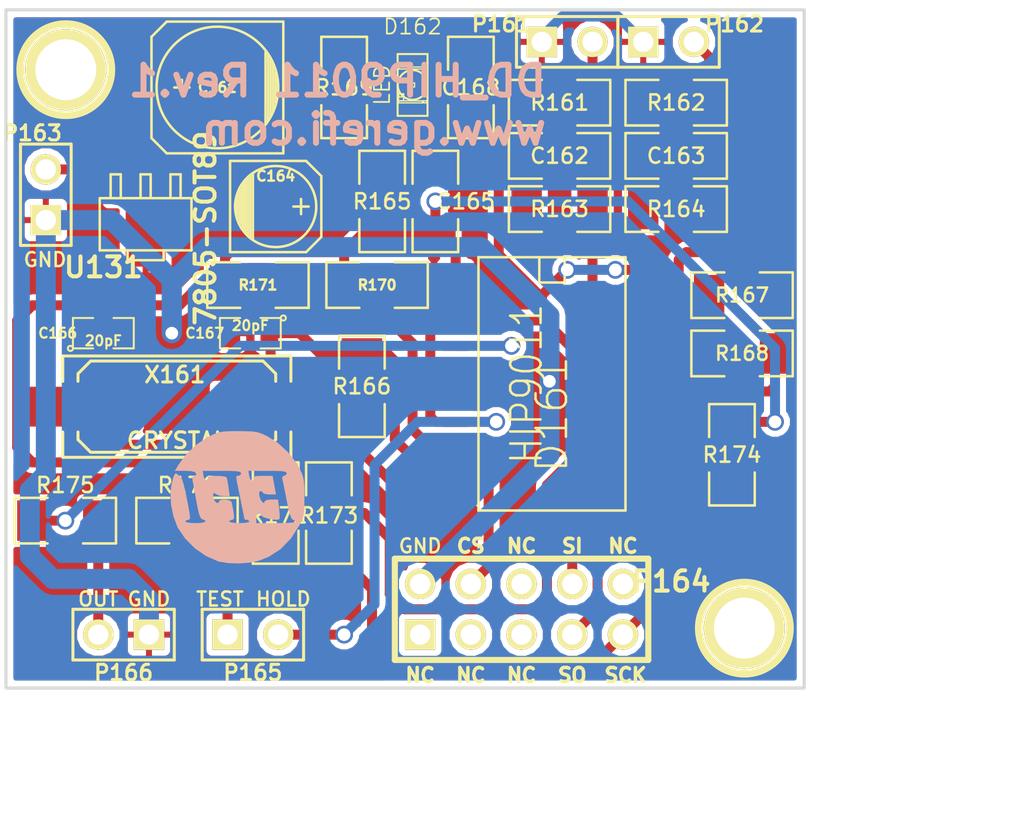
<source format=kicad_pcb>
(kicad_pcb (version 3) (host pcbnew "(2013-07-07 BZR 4022)-stable")

  (general
    (links 65)
    (no_connects 3)
    (area 66.302467 19.9898 121.571428 63.7)
    (thickness 1.6)
    (drawings 24)
    (tracks 211)
    (zones 0)
    (modules 37)
    (nets 25)
  )

  (page A3)
  (layers
    (15 F.Cu signal)
    (0 B.Cu signal)
    (16 B.Adhes user)
    (17 F.Adhes user)
    (18 B.Paste user hide)
    (19 F.Paste user)
    (20 B.SilkS user)
    (21 F.SilkS user)
    (22 B.Mask user)
    (23 F.Mask user)
    (24 Dwgs.User user)
    (25 Cmts.User user)
    (26 Eco1.User user)
    (27 Eco2.User user)
    (28 Edge.Cuts user)
  )

  (setup
    (last_trace_width 0.5)
    (trace_clearance 0.254)
    (zone_clearance 0.3)
    (zone_45_only no)
    (trace_min 0.254)
    (segment_width 0.2)
    (edge_width 0.15)
    (via_size 0.889)
    (via_drill 0.635)
    (via_min_size 0.889)
    (via_min_drill 0.508)
    (uvia_size 0.508)
    (uvia_drill 0.127)
    (uvias_allowed no)
    (uvia_min_size 0.508)
    (uvia_min_drill 0.127)
    (pcb_text_width 0.3)
    (pcb_text_size 1.5 1.5)
    (mod_edge_width 0.15)
    (mod_text_size 1.5 1.5)
    (mod_text_width 0.15)
    (pad_size 1.524 1.524)
    (pad_drill 0.762)
    (pad_to_mask_clearance 0.2)
    (aux_axis_origin 67 21)
    (visible_elements 7FFF7FFF)
    (pcbplotparams
      (layerselection 284983297)
      (usegerberextensions true)
      (excludeedgelayer true)
      (linewidth 0.100000)
      (plotframeref false)
      (viasonmask false)
      (mode 1)
      (useauxorigin false)
      (hpglpennumber 1)
      (hpglpenspeed 20)
      (hpglpendiameter 15)
      (hpglpenoverlay 2)
      (psnegative false)
      (psa4output false)
      (plotreference true)
      (plotvalue true)
      (plotothertext true)
      (plotinvisibletext false)
      (padsonsilk false)
      (subtractmaskfromsilk false)
      (outputformat 1)
      (mirror false)
      (drillshape 0)
      (scaleselection 1)
      (outputdirectory gerber))
  )

  (net 0 "")
  (net 1 /+12V)
  (net 2 /5V)
  (net 3 /CS)
  (net 4 /GND)
  (net 5 /INT/HLD)
  (net 6 /INTOUT)
  (net 7 /KNOCK1)
  (net 8 /KNOCK2)
  (net 9 /OUT)
  (net 10 /SCK)
  (net 11 /SI)
  (net 12 /SO)
  (net 13 /TEST)
  (net 14 N-0000017)
  (net 15 N-0000018)
  (net 16 N-0000021)
  (net 17 N-0000025)
  (net 18 N-0000026)
  (net 19 N-0000027)
  (net 20 N-0000028)
  (net 21 N-0000029)
  (net 22 N-0000030)
  (net 23 N-000007)
  (net 24 N-000008)

  (net_class Default "Это класс цепей по умолчанию."
    (clearance 0.254)
    (trace_width 0.5)
    (via_dia 0.889)
    (via_drill 0.635)
    (uvia_dia 0.508)
    (uvia_drill 0.127)
    (add_net "")
    (add_net /+12V)
    (add_net /5V)
    (add_net /CS)
    (add_net /GND)
    (add_net /INT/HLD)
    (add_net /INTOUT)
    (add_net /KNOCK1)
    (add_net /KNOCK2)
    (add_net /OUT)
    (add_net /SCK)
    (add_net /SI)
    (add_net /SO)
    (add_net /TEST)
    (add_net N-0000017)
    (add_net N-0000018)
    (add_net N-0000021)
    (add_net N-0000025)
    (add_net N-0000026)
    (add_net N-0000027)
    (add_net N-0000028)
    (add_net N-0000029)
    (add_net N-0000030)
    (add_net N-000007)
    (add_net N-000008)
  )

  (module sot89 (layer F.Cu) (tedit 52AEB4CC) (tstamp 52A25CF8)
    (at 74 31.7493 180)
    (descr SOT89)
    (path /52A25C32)
    (attr smd)
    (fp_text reference U131 (at 2.118 -2.1597 180) (layer F.SilkS)
      (effects (font (size 1.00076 1.00076) (thickness 0.20066)))
    )
    (fp_text value 7805-SOT89 (at -2.99974 -0.20066 270) (layer F.SilkS)
      (effects (font (size 1.00076 1.00076) (thickness 0.20066)))
    )
    (fp_line (start 1.2446 2.5019) (end 1.7526 2.5019) (layer F.SilkS) (width 0.127))
    (fp_line (start 1.7526 2.5019) (end 1.7526 1.3081) (layer F.SilkS) (width 0.127))
    (fp_line (start 1.2446 2.5019) (end 1.2446 1.3081) (layer F.SilkS) (width 0.127))
    (fp_line (start -0.254 2.5019) (end -0.254 1.3081) (layer F.SilkS) (width 0.127))
    (fp_line (start 0.254 2.5019) (end 0.254 1.3081) (layer F.SilkS) (width 0.127))
    (fp_line (start -0.254 2.5019) (end 0.254 2.5019) (layer F.SilkS) (width 0.127))
    (fp_line (start -1.7526 2.5019) (end -1.2446 2.5019) (layer F.SilkS) (width 0.127))
    (fp_line (start -1.2446 2.5019) (end -1.2446 1.3081) (layer F.SilkS) (width 0.127))
    (fp_line (start -1.7526 2.5019) (end -1.7526 1.3081) (layer F.SilkS) (width 0.127))
    (fp_line (start -0.9017 -1.8034) (end 0.9017 -1.8034) (layer F.SilkS) (width 0.127))
    (fp_line (start 0.9017 -1.8034) (end 0.9017 -1.3081) (layer F.SilkS) (width 0.127))
    (fp_line (start -0.9017 -1.8034) (end -0.9017 -1.3081) (layer F.SilkS) (width 0.127))
    (fp_line (start -2.2987 1.3081) (end -2.2987 -1.3081) (layer F.SilkS) (width 0.127))
    (fp_line (start -2.2987 -1.3081) (end 2.2987 -1.3081) (layer F.SilkS) (width 0.127))
    (fp_line (start 2.2987 -1.3081) (end 2.2987 1.3081) (layer F.SilkS) (width 0.127))
    (fp_line (start 2.2987 1.3081) (end -2.2987 1.3081) (layer F.SilkS) (width 0.127))
    (pad 1 smd rect (at -1.50114 1.89992 180) (size 0.70104 1.6002)
      (layers F.Cu F.Paste F.Mask)
      (net 24 N-000008)
    )
    (pad 2 smd rect (at 0 1.651 180) (size 0.70104 2.10058)
      (layers F.Cu F.Paste F.Mask)
      (net 4 /GND)
    )
    (pad 3 smd rect (at 1.50114 1.89992 180) (size 0.70104 1.6002)
      (layers F.Cu F.Paste F.Mask)
      (net 1 /+12V)
    )
    (pad 2 smd rect (at 0 -0.7493 180) (size 1.99898 2.75082)
      (layers F.Cu F.Paste F.Mask)
      (net 4 /GND)
    )
    (model smd/smd_transistors/sot89.wrl
      (at (xyz 0 0 0))
      (scale (xyz 1 1 1))
      (rotate (xyz 0 0 0))
    )
  )

  (module SM1206 (layer F.Cu) (tedit 52AF42BF) (tstamp 52A25D04)
    (at 103.378 43.307 270)
    (path /52A255FD)
    (attr smd)
    (fp_text reference R174 (at 0 0 360) (layer F.SilkS)
      (effects (font (size 0.762 0.762) (thickness 0.127)))
    )
    (fp_text value 1K (at 0 0 270) (layer F.SilkS) hide
      (effects (font (size 0.762 0.762) (thickness 0.127)))
    )
    (fp_line (start -2.54 -1.143) (end -2.54 1.143) (layer F.SilkS) (width 0.127))
    (fp_line (start -2.54 1.143) (end -0.889 1.143) (layer F.SilkS) (width 0.127))
    (fp_line (start 0.889 -1.143) (end 2.54 -1.143) (layer F.SilkS) (width 0.127))
    (fp_line (start 2.54 -1.143) (end 2.54 1.143) (layer F.SilkS) (width 0.127))
    (fp_line (start 2.54 1.143) (end 0.889 1.143) (layer F.SilkS) (width 0.127))
    (fp_line (start -0.889 -1.143) (end -2.54 -1.143) (layer F.SilkS) (width 0.127))
    (pad 1 smd rect (at -1.651 0 270) (size 1.524 2.032)
      (layers F.Cu F.Paste F.Mask)
      (net 2 /5V)
    )
    (pad 2 smd rect (at 1.651 0 270) (size 1.524 2.032)
      (layers F.Cu F.Paste F.Mask)
      (net 11 /SI)
    )
    (model smd/chip_cms.wrl
      (at (xyz 0 0 0))
      (scale (xyz 0.17 0.16 0.16))
      (rotate (xyz 0 0 0))
    )
  )

  (module SM1206 (layer F.Cu) (tedit 52AEB599) (tstamp 52A25D10)
    (at 80.518 46.228 270)
    (path /52A255DF)
    (attr smd)
    (fp_text reference R172 (at 0.127 -0.127 360) (layer F.SilkS)
      (effects (font (size 0.762 0.762) (thickness 0.125)))
    )
    (fp_text value 1K (at 0 0 270) (layer F.SilkS) hide
      (effects (font (size 0.762 0.762) (thickness 0.127)))
    )
    (fp_line (start -2.54 -1.143) (end -2.54 1.143) (layer F.SilkS) (width 0.127))
    (fp_line (start -2.54 1.143) (end -0.889 1.143) (layer F.SilkS) (width 0.127))
    (fp_line (start 0.889 -1.143) (end 2.54 -1.143) (layer F.SilkS) (width 0.127))
    (fp_line (start 2.54 -1.143) (end 2.54 1.143) (layer F.SilkS) (width 0.127))
    (fp_line (start 2.54 1.143) (end 0.889 1.143) (layer F.SilkS) (width 0.127))
    (fp_line (start -0.889 -1.143) (end -2.54 -1.143) (layer F.SilkS) (width 0.127))
    (pad 1 smd rect (at -1.651 0 270) (size 1.524 2.032)
      (layers F.Cu F.Paste F.Mask)
      (net 2 /5V)
    )
    (pad 2 smd rect (at 1.651 0 270) (size 1.524 2.032)
      (layers F.Cu F.Paste F.Mask)
      (net 13 /TEST)
    )
    (model smd/chip_cms.wrl
      (at (xyz 0 0 0))
      (scale (xyz 0.17 0.16 0.16))
      (rotate (xyz 0 0 0))
    )
  )

  (module SM1206 (layer F.Cu) (tedit 52AEB509) (tstamp 52AEC6A9)
    (at 79.629 34.798)
    (path /52A255D0)
    (attr smd)
    (fp_text reference R171 (at 0 0) (layer F.SilkS)
      (effects (font (size 0.5 0.5) (thickness 0.125)))
    )
    (fp_text value 1K (at 0 0) (layer F.SilkS) hide
      (effects (font (size 0.762 0.762) (thickness 0.127)))
    )
    (fp_line (start -2.54 -1.143) (end -2.54 1.143) (layer F.SilkS) (width 0.127))
    (fp_line (start -2.54 1.143) (end -0.889 1.143) (layer F.SilkS) (width 0.127))
    (fp_line (start 0.889 -1.143) (end 2.54 -1.143) (layer F.SilkS) (width 0.127))
    (fp_line (start 2.54 -1.143) (end 2.54 1.143) (layer F.SilkS) (width 0.127))
    (fp_line (start 2.54 1.143) (end 0.889 1.143) (layer F.SilkS) (width 0.127))
    (fp_line (start -0.889 -1.143) (end -2.54 -1.143) (layer F.SilkS) (width 0.127))
    (pad 1 smd rect (at -1.651 0) (size 1.524 2.032)
      (layers F.Cu F.Paste F.Mask)
      (net 2 /5V)
    )
    (pad 2 smd rect (at 1.651 0) (size 1.524 2.032)
      (layers F.Cu F.Paste F.Mask)
      (net 3 /CS)
    )
    (model smd/chip_cms.wrl
      (at (xyz 0 0 0))
      (scale (xyz 0.17 0.16 0.16))
      (rotate (xyz 0 0 0))
    )
  )

  (module SM1206 (layer F.Cu) (tedit 52AEB51B) (tstamp 52A25D28)
    (at 85.598 34.798)
    (path /52A255C1)
    (attr smd)
    (fp_text reference R170 (at 0 0) (layer F.SilkS)
      (effects (font (size 0.5 0.5) (thickness 0.125)))
    )
    (fp_text value 1K (at 0 0) (layer F.SilkS) hide
      (effects (font (size 0.762 0.762) (thickness 0.127)))
    )
    (fp_line (start -2.54 -1.143) (end -2.54 1.143) (layer F.SilkS) (width 0.127))
    (fp_line (start -2.54 1.143) (end -0.889 1.143) (layer F.SilkS) (width 0.127))
    (fp_line (start 0.889 -1.143) (end 2.54 -1.143) (layer F.SilkS) (width 0.127))
    (fp_line (start 2.54 -1.143) (end 2.54 1.143) (layer F.SilkS) (width 0.127))
    (fp_line (start 2.54 1.143) (end 0.889 1.143) (layer F.SilkS) (width 0.127))
    (fp_line (start -0.889 -1.143) (end -2.54 -1.143) (layer F.SilkS) (width 0.127))
    (pad 1 smd rect (at -1.651 0) (size 1.524 2.032)
      (layers F.Cu F.Paste F.Mask)
      (net 2 /5V)
    )
    (pad 2 smd rect (at 1.651 0) (size 1.524 2.032)
      (layers F.Cu F.Paste F.Mask)
      (net 5 /INT/HLD)
    )
    (model smd/chip_cms.wrl
      (at (xyz 0 0 0))
      (scale (xyz 0.17 0.16 0.16))
      (rotate (xyz 0 0 0))
    )
  )

  (module SM1206 (layer F.Cu) (tedit 52AF4259) (tstamp 52A25D34)
    (at 83.947 24.892 270)
    (path /529A4063)
    (attr smd)
    (fp_text reference R169 (at 0 0 360) (layer F.SilkS)
      (effects (font (size 0.762 0.762) (thickness 0.127)))
    )
    (fp_text value 470R (at 0 0 270) (layer F.SilkS) hide
      (effects (font (size 0.762 0.762) (thickness 0.127)))
    )
    (fp_line (start -2.54 -1.143) (end -2.54 1.143) (layer F.SilkS) (width 0.127))
    (fp_line (start -2.54 1.143) (end -0.889 1.143) (layer F.SilkS) (width 0.127))
    (fp_line (start 0.889 -1.143) (end 2.54 -1.143) (layer F.SilkS) (width 0.127))
    (fp_line (start 2.54 -1.143) (end 2.54 1.143) (layer F.SilkS) (width 0.127))
    (fp_line (start 2.54 1.143) (end 0.889 1.143) (layer F.SilkS) (width 0.127))
    (fp_line (start -0.889 -1.143) (end -2.54 -1.143) (layer F.SilkS) (width 0.127))
    (pad 1 smd rect (at -1.651 0 270) (size 1.524 2.032)
      (layers F.Cu F.Paste F.Mask)
      (net 23 N-000007)
    )
    (pad 2 smd rect (at 1.651 0 270) (size 1.524 2.032)
      (layers F.Cu F.Paste F.Mask)
      (net 24 N-000008)
    )
    (model smd/chip_cms.wrl
      (at (xyz 0 0 0))
      (scale (xyz 0.17 0.16 0.16))
      (rotate (xyz 0 0 0))
    )
  )

  (module SM1206 (layer F.Cu) (tedit 52AEB597) (tstamp 52A25D40)
    (at 83.185 46.228 270)
    (path /52A255EE)
    (attr smd)
    (fp_text reference R173 (at 0.127 0 360) (layer F.SilkS)
      (effects (font (size 0.762 0.762) (thickness 0.127)))
    )
    (fp_text value 1K (at 0 0 270) (layer F.SilkS) hide
      (effects (font (size 0.762 0.762) (thickness 0.127)))
    )
    (fp_line (start -2.54 -1.143) (end -2.54 1.143) (layer F.SilkS) (width 0.127))
    (fp_line (start -2.54 1.143) (end -0.889 1.143) (layer F.SilkS) (width 0.127))
    (fp_line (start 0.889 -1.143) (end 2.54 -1.143) (layer F.SilkS) (width 0.127))
    (fp_line (start 2.54 -1.143) (end 2.54 1.143) (layer F.SilkS) (width 0.127))
    (fp_line (start 2.54 1.143) (end 0.889 1.143) (layer F.SilkS) (width 0.127))
    (fp_line (start -0.889 -1.143) (end -2.54 -1.143) (layer F.SilkS) (width 0.127))
    (pad 1 smd rect (at -1.651 0 270) (size 1.524 2.032)
      (layers F.Cu F.Paste F.Mask)
      (net 2 /5V)
    )
    (pad 2 smd rect (at 1.651 0 270) (size 1.524 2.032)
      (layers F.Cu F.Paste F.Mask)
      (net 10 /SCK)
    )
    (model smd/chip_cms.wrl
      (at (xyz 0 0 0))
      (scale (xyz 0.17 0.16 0.16))
      (rotate (xyz 0 0 0))
    )
  )

  (module SM1206 (layer F.Cu) (tedit 52AF4266) (tstamp 52A25D4C)
    (at 85.852 30.607 270)
    (path /52929D7A)
    (attr smd)
    (fp_text reference R165 (at 0 0 360) (layer F.SilkS)
      (effects (font (size 0.762 0.762) (thickness 0.127)))
    )
    (fp_text value 10R (at 0 0 270) (layer F.SilkS) hide
      (effects (font (size 0.762 0.762) (thickness 0.127)))
    )
    (fp_line (start -2.54 -1.143) (end -2.54 1.143) (layer F.SilkS) (width 0.127))
    (fp_line (start -2.54 1.143) (end -0.889 1.143) (layer F.SilkS) (width 0.127))
    (fp_line (start 0.889 -1.143) (end 2.54 -1.143) (layer F.SilkS) (width 0.127))
    (fp_line (start 2.54 -1.143) (end 2.54 1.143) (layer F.SilkS) (width 0.127))
    (fp_line (start 2.54 1.143) (end 0.889 1.143) (layer F.SilkS) (width 0.127))
    (fp_line (start -0.889 -1.143) (end -2.54 -1.143) (layer F.SilkS) (width 0.127))
    (pad 1 smd rect (at -1.651 0 270) (size 1.524 2.032)
      (layers F.Cu F.Paste F.Mask)
      (net 24 N-000008)
    )
    (pad 2 smd rect (at 1.651 0 270) (size 1.524 2.032)
      (layers F.Cu F.Paste F.Mask)
      (net 2 /5V)
    )
    (model smd/chip_cms.wrl
      (at (xyz 0 0 0))
      (scale (xyz 0.17 0.16 0.16))
      (rotate (xyz 0 0 0))
    )
  )

  (module SM1206 (layer F.Cu) (tedit 52AF425D) (tstamp 52AEC577)
    (at 90.297 24.892 90)
    (path /529299B0)
    (attr smd)
    (fp_text reference C168 (at 0 0 180) (layer F.SilkS)
      (effects (font (size 0.762 0.762) (thickness 0.127)))
    )
    (fp_text value 22n (at 0 0 90) (layer F.SilkS) hide
      (effects (font (size 0.762 0.762) (thickness 0.127)))
    )
    (fp_line (start -2.54 -1.143) (end -2.54 1.143) (layer F.SilkS) (width 0.127))
    (fp_line (start -2.54 1.143) (end -0.889 1.143) (layer F.SilkS) (width 0.127))
    (fp_line (start 0.889 -1.143) (end 2.54 -1.143) (layer F.SilkS) (width 0.127))
    (fp_line (start 2.54 -1.143) (end 2.54 1.143) (layer F.SilkS) (width 0.127))
    (fp_line (start 2.54 1.143) (end 0.889 1.143) (layer F.SilkS) (width 0.127))
    (fp_line (start -0.889 -1.143) (end -2.54 -1.143) (layer F.SilkS) (width 0.127))
    (pad 1 smd rect (at -1.651 0 90) (size 1.524 2.032)
      (layers F.Cu F.Paste F.Mask)
      (net 17 N-0000025)
    )
    (pad 2 smd rect (at 1.651 0 90) (size 1.524 2.032)
      (layers F.Cu F.Paste F.Mask)
      (net 4 /GND)
    )
    (model smd/chip_cms.wrl
      (at (xyz 0 0 0))
      (scale (xyz 0.17 0.16 0.16))
      (rotate (xyz 0 0 0))
    )
  )

  (module SM1206 (layer F.Cu) (tedit 52AF4220) (tstamp 52A25D64)
    (at 84.836 39.878 90)
    (path /52928EAF)
    (attr smd)
    (fp_text reference R166 (at 0 0 180) (layer F.SilkS)
      (effects (font (size 0.762 0.762) (thickness 0.127)))
    )
    (fp_text value 1M (at 0 0 90) (layer F.SilkS) hide
      (effects (font (size 0.762 0.762) (thickness 0.127)))
    )
    (fp_line (start -2.54 -1.143) (end -2.54 1.143) (layer F.SilkS) (width 0.127))
    (fp_line (start -2.54 1.143) (end -0.889 1.143) (layer F.SilkS) (width 0.127))
    (fp_line (start 0.889 -1.143) (end 2.54 -1.143) (layer F.SilkS) (width 0.127))
    (fp_line (start 2.54 -1.143) (end 2.54 1.143) (layer F.SilkS) (width 0.127))
    (fp_line (start 2.54 1.143) (end 0.889 1.143) (layer F.SilkS) (width 0.127))
    (fp_line (start -0.889 -1.143) (end -2.54 -1.143) (layer F.SilkS) (width 0.127))
    (pad 1 smd rect (at -1.651 0 90) (size 1.524 2.032)
      (layers F.Cu F.Paste F.Mask)
      (net 15 N-0000018)
    )
    (pad 2 smd rect (at 1.651 0 90) (size 1.524 2.032)
      (layers F.Cu F.Paste F.Mask)
      (net 14 N-0000017)
    )
    (model smd/chip_cms.wrl
      (at (xyz 0 0 0))
      (scale (xyz 0.17 0.16 0.16))
      (rotate (xyz 0 0 0))
    )
  )

  (module SM1206 (layer F.Cu) (tedit 52AF426F) (tstamp 52A25D70)
    (at 88.519 30.607 90)
    (path /52928976)
    (attr smd)
    (fp_text reference C165 (at 0 1.524 180) (layer F.SilkS)
      (effects (font (size 0.762 0.762) (thickness 0.127)))
    )
    (fp_text value 100n (at 0 0 90) (layer F.SilkS) hide
      (effects (font (size 0.762 0.762) (thickness 0.127)))
    )
    (fp_line (start -2.54 -1.143) (end -2.54 1.143) (layer F.SilkS) (width 0.127))
    (fp_line (start -2.54 1.143) (end -0.889 1.143) (layer F.SilkS) (width 0.127))
    (fp_line (start 0.889 -1.143) (end 2.54 -1.143) (layer F.SilkS) (width 0.127))
    (fp_line (start 2.54 -1.143) (end 2.54 1.143) (layer F.SilkS) (width 0.127))
    (fp_line (start 2.54 1.143) (end 0.889 1.143) (layer F.SilkS) (width 0.127))
    (fp_line (start -0.889 -1.143) (end -2.54 -1.143) (layer F.SilkS) (width 0.127))
    (pad 1 smd rect (at -1.651 0 90) (size 1.524 2.032)
      (layers F.Cu F.Paste F.Mask)
      (net 2 /5V)
    )
    (pad 2 smd rect (at 1.651 0 90) (size 1.524 2.032)
      (layers F.Cu F.Paste F.Mask)
      (net 4 /GND)
    )
    (model smd/chip_cms.wrl
      (at (xyz 0 0 0))
      (scale (xyz 0.17 0.16 0.16))
      (rotate (xyz 0 0 0))
    )
  )

  (module SM1206 (layer F.Cu) (tedit 52AF4417) (tstamp 52AF4429)
    (at 103.886 38.227)
    (path /52928885)
    (attr smd)
    (fp_text reference R168 (at 0 0) (layer F.SilkS)
      (effects (font (size 0.7 0.7) (thickness 0.127)))
    )
    (fp_text value 68k (at 0 0) (layer F.SilkS) hide
      (effects (font (size 0.762 0.762) (thickness 0.127)))
    )
    (fp_line (start -2.54 -1.143) (end -2.54 1.143) (layer F.SilkS) (width 0.127))
    (fp_line (start -2.54 1.143) (end -0.889 1.143) (layer F.SilkS) (width 0.127))
    (fp_line (start 0.889 -1.143) (end 2.54 -1.143) (layer F.SilkS) (width 0.127))
    (fp_line (start 2.54 -1.143) (end 2.54 1.143) (layer F.SilkS) (width 0.127))
    (fp_line (start 2.54 1.143) (end 0.889 1.143) (layer F.SilkS) (width 0.127))
    (fp_line (start -0.889 -1.143) (end -2.54 -1.143) (layer F.SilkS) (width 0.127))
    (pad 1 smd rect (at -1.651 0) (size 1.524 2.032)
      (layers F.Cu F.Paste F.Mask)
      (net 19 N-0000027)
    )
    (pad 2 smd rect (at 1.651 0) (size 1.524 2.032)
      (layers F.Cu F.Paste F.Mask)
      (net 18 N-0000026)
    )
    (model smd/chip_cms.wrl
      (at (xyz 0 0 0))
      (scale (xyz 0.17 0.16 0.16))
      (rotate (xyz 0 0 0))
    )
  )

  (module SM1206 (layer F.Cu) (tedit 52AF4429) (tstamp 52A25D88)
    (at 103.886 35.306)
    (path /52928876)
    (attr smd)
    (fp_text reference R167 (at 0 0) (layer F.SilkS)
      (effects (font (size 0.7 0.7) (thickness 0.127)))
    )
    (fp_text value 68k (at 0 0) (layer F.SilkS) hide
      (effects (font (size 0.762 0.762) (thickness 0.127)))
    )
    (fp_line (start -2.54 -1.143) (end -2.54 1.143) (layer F.SilkS) (width 0.127))
    (fp_line (start -2.54 1.143) (end -0.889 1.143) (layer F.SilkS) (width 0.127))
    (fp_line (start 0.889 -1.143) (end 2.54 -1.143) (layer F.SilkS) (width 0.127))
    (fp_line (start 2.54 -1.143) (end 2.54 1.143) (layer F.SilkS) (width 0.127))
    (fp_line (start 2.54 1.143) (end 0.889 1.143) (layer F.SilkS) (width 0.127))
    (fp_line (start -0.889 -1.143) (end -2.54 -1.143) (layer F.SilkS) (width 0.127))
    (pad 1 smd rect (at -1.651 0) (size 1.524 2.032)
      (layers F.Cu F.Paste F.Mask)
      (net 20 N-0000028)
    )
    (pad 2 smd rect (at 1.651 0) (size 1.524 2.032)
      (layers F.Cu F.Paste F.Mask)
      (net 21 N-0000029)
    )
    (model smd/chip_cms.wrl
      (at (xyz 0 0 0))
      (scale (xyz 0.17 0.16 0.16))
      (rotate (xyz 0 0 0))
    )
  )

  (module SM1206 (layer F.Cu) (tedit 42806E24) (tstamp 52A25D94)
    (at 100.584 30.988)
    (path /52928858)
    (attr smd)
    (fp_text reference R164 (at 0 0) (layer F.SilkS)
      (effects (font (size 0.762 0.762) (thickness 0.127)))
    )
    (fp_text value 10k (at 0 0) (layer F.SilkS) hide
      (effects (font (size 0.762 0.762) (thickness 0.127)))
    )
    (fp_line (start -2.54 -1.143) (end -2.54 1.143) (layer F.SilkS) (width 0.127))
    (fp_line (start -2.54 1.143) (end -0.889 1.143) (layer F.SilkS) (width 0.127))
    (fp_line (start 0.889 -1.143) (end 2.54 -1.143) (layer F.SilkS) (width 0.127))
    (fp_line (start 2.54 -1.143) (end 2.54 1.143) (layer F.SilkS) (width 0.127))
    (fp_line (start 2.54 1.143) (end 0.889 1.143) (layer F.SilkS) (width 0.127))
    (fp_line (start -0.889 -1.143) (end -2.54 -1.143) (layer F.SilkS) (width 0.127))
    (pad 1 smd rect (at -1.651 0) (size 1.524 2.032)
      (layers F.Cu F.Paste F.Mask)
      (net 16 N-0000021)
    )
    (pad 2 smd rect (at 1.651 0) (size 1.524 2.032)
      (layers F.Cu F.Paste F.Mask)
      (net 21 N-0000029)
    )
    (model smd/chip_cms.wrl
      (at (xyz 0 0 0))
      (scale (xyz 0.17 0.16 0.16))
      (rotate (xyz 0 0 0))
    )
  )

  (module SM1206 (layer F.Cu) (tedit 42806E24) (tstamp 52A25DA0)
    (at 94.742 30.988)
    (path /52928849)
    (attr smd)
    (fp_text reference R163 (at 0 0) (layer F.SilkS)
      (effects (font (size 0.762 0.762) (thickness 0.127)))
    )
    (fp_text value 10k (at 0 0) (layer F.SilkS) hide
      (effects (font (size 0.762 0.762) (thickness 0.127)))
    )
    (fp_line (start -2.54 -1.143) (end -2.54 1.143) (layer F.SilkS) (width 0.127))
    (fp_line (start -2.54 1.143) (end -0.889 1.143) (layer F.SilkS) (width 0.127))
    (fp_line (start 0.889 -1.143) (end 2.54 -1.143) (layer F.SilkS) (width 0.127))
    (fp_line (start 2.54 -1.143) (end 2.54 1.143) (layer F.SilkS) (width 0.127))
    (fp_line (start 2.54 1.143) (end 0.889 1.143) (layer F.SilkS) (width 0.127))
    (fp_line (start -0.889 -1.143) (end -2.54 -1.143) (layer F.SilkS) (width 0.127))
    (pad 1 smd rect (at -1.651 0) (size 1.524 2.032)
      (layers F.Cu F.Paste F.Mask)
      (net 22 N-0000030)
    )
    (pad 2 smd rect (at 1.651 0) (size 1.524 2.032)
      (layers F.Cu F.Paste F.Mask)
      (net 18 N-0000026)
    )
    (model smd/chip_cms.wrl
      (at (xyz 0 0 0))
      (scale (xyz 0.17 0.16 0.16))
      (rotate (xyz 0 0 0))
    )
  )

  (module SM1206 (layer F.Cu) (tedit 42806E24) (tstamp 52A25DAC)
    (at 100.584 28.321 180)
    (path /52928818)
    (attr smd)
    (fp_text reference C163 (at 0 0 180) (layer F.SilkS)
      (effects (font (size 0.762 0.762) (thickness 0.127)))
    )
    (fp_text value 47n (at 0 0 180) (layer F.SilkS) hide
      (effects (font (size 0.762 0.762) (thickness 0.127)))
    )
    (fp_line (start -2.54 -1.143) (end -2.54 1.143) (layer F.SilkS) (width 0.127))
    (fp_line (start -2.54 1.143) (end -0.889 1.143) (layer F.SilkS) (width 0.127))
    (fp_line (start 0.889 -1.143) (end 2.54 -1.143) (layer F.SilkS) (width 0.127))
    (fp_line (start 2.54 -1.143) (end 2.54 1.143) (layer F.SilkS) (width 0.127))
    (fp_line (start 2.54 1.143) (end 0.889 1.143) (layer F.SilkS) (width 0.127))
    (fp_line (start -0.889 -1.143) (end -2.54 -1.143) (layer F.SilkS) (width 0.127))
    (pad 1 smd rect (at -1.651 0 180) (size 1.524 2.032)
      (layers F.Cu F.Paste F.Mask)
      (net 8 /KNOCK2)
    )
    (pad 2 smd rect (at 1.651 0 180) (size 1.524 2.032)
      (layers F.Cu F.Paste F.Mask)
      (net 16 N-0000021)
    )
    (model smd/chip_cms.wrl
      (at (xyz 0 0 0))
      (scale (xyz 0.17 0.16 0.16))
      (rotate (xyz 0 0 0))
    )
  )

  (module SM1206 (layer F.Cu) (tedit 42806E24) (tstamp 52A25DB8)
    (at 100.584 25.654 180)
    (path /529287C2)
    (attr smd)
    (fp_text reference R162 (at 0 0 180) (layer F.SilkS)
      (effects (font (size 0.762 0.762) (thickness 0.127)))
    )
    (fp_text value 1M (at 0 0 180) (layer F.SilkS) hide
      (effects (font (size 0.762 0.762) (thickness 0.127)))
    )
    (fp_line (start -2.54 -1.143) (end -2.54 1.143) (layer F.SilkS) (width 0.127))
    (fp_line (start -2.54 1.143) (end -0.889 1.143) (layer F.SilkS) (width 0.127))
    (fp_line (start 0.889 -1.143) (end 2.54 -1.143) (layer F.SilkS) (width 0.127))
    (fp_line (start 2.54 -1.143) (end 2.54 1.143) (layer F.SilkS) (width 0.127))
    (fp_line (start 2.54 1.143) (end 0.889 1.143) (layer F.SilkS) (width 0.127))
    (fp_line (start -0.889 -1.143) (end -2.54 -1.143) (layer F.SilkS) (width 0.127))
    (pad 1 smd rect (at -1.651 0 180) (size 1.524 2.032)
      (layers F.Cu F.Paste F.Mask)
      (net 8 /KNOCK2)
    )
    (pad 2 smd rect (at 1.651 0 180) (size 1.524 2.032)
      (layers F.Cu F.Paste F.Mask)
      (net 4 /GND)
    )
    (model smd/chip_cms.wrl
      (at (xyz 0 0 0))
      (scale (xyz 0.17 0.16 0.16))
      (rotate (xyz 0 0 0))
    )
  )

  (module SM1206 (layer F.Cu) (tedit 42806E24) (tstamp 52A25DC4)
    (at 94.742 25.654 180)
    (path /529286D6)
    (attr smd)
    (fp_text reference R161 (at 0 0 180) (layer F.SilkS)
      (effects (font (size 0.762 0.762) (thickness 0.127)))
    )
    (fp_text value 1M (at 0 0 180) (layer F.SilkS) hide
      (effects (font (size 0.762 0.762) (thickness 0.127)))
    )
    (fp_line (start -2.54 -1.143) (end -2.54 1.143) (layer F.SilkS) (width 0.127))
    (fp_line (start -2.54 1.143) (end -0.889 1.143) (layer F.SilkS) (width 0.127))
    (fp_line (start 0.889 -1.143) (end 2.54 -1.143) (layer F.SilkS) (width 0.127))
    (fp_line (start 2.54 -1.143) (end 2.54 1.143) (layer F.SilkS) (width 0.127))
    (fp_line (start 2.54 1.143) (end 0.889 1.143) (layer F.SilkS) (width 0.127))
    (fp_line (start -0.889 -1.143) (end -2.54 -1.143) (layer F.SilkS) (width 0.127))
    (pad 1 smd rect (at -1.651 0 180) (size 1.524 2.032)
      (layers F.Cu F.Paste F.Mask)
      (net 7 /KNOCK1)
    )
    (pad 2 smd rect (at 1.651 0 180) (size 1.524 2.032)
      (layers F.Cu F.Paste F.Mask)
      (net 4 /GND)
    )
    (model smd/chip_cms.wrl
      (at (xyz 0 0 0))
      (scale (xyz 0.17 0.16 0.16))
      (rotate (xyz 0 0 0))
    )
  )

  (module SM1206 (layer F.Cu) (tedit 42806E24) (tstamp 52A25DD0)
    (at 94.742 28.321 180)
    (path /529286C7)
    (attr smd)
    (fp_text reference C162 (at 0 0 180) (layer F.SilkS)
      (effects (font (size 0.762 0.762) (thickness 0.127)))
    )
    (fp_text value 47n (at 0 0 180) (layer F.SilkS) hide
      (effects (font (size 0.762 0.762) (thickness 0.127)))
    )
    (fp_line (start -2.54 -1.143) (end -2.54 1.143) (layer F.SilkS) (width 0.127))
    (fp_line (start -2.54 1.143) (end -0.889 1.143) (layer F.SilkS) (width 0.127))
    (fp_line (start 0.889 -1.143) (end 2.54 -1.143) (layer F.SilkS) (width 0.127))
    (fp_line (start 2.54 -1.143) (end 2.54 1.143) (layer F.SilkS) (width 0.127))
    (fp_line (start 2.54 1.143) (end 0.889 1.143) (layer F.SilkS) (width 0.127))
    (fp_line (start -0.889 -1.143) (end -2.54 -1.143) (layer F.SilkS) (width 0.127))
    (pad 1 smd rect (at -1.651 0 180) (size 1.524 2.032)
      (layers F.Cu F.Paste F.Mask)
      (net 7 /KNOCK1)
    )
    (pad 2 smd rect (at 1.651 0 180) (size 1.524 2.032)
      (layers F.Cu F.Paste F.Mask)
      (net 22 N-0000030)
    )
    (model smd/chip_cms.wrl
      (at (xyz 0 0 0))
      (scale (xyz 0.17 0.16 0.16))
      (rotate (xyz 0 0 0))
    )
  )

  (module SM0805 (layer F.Cu) (tedit 52AF446A) (tstamp 52A25DDD)
    (at 71.882 37.211)
    (path /52928F04)
    (attr smd)
    (fp_text reference C166 (at -2.286 0) (layer F.SilkS)
      (effects (font (size 0.50038 0.50038) (thickness 0.10922)))
    )
    (fp_text value 20pF (at 0 0.381) (layer F.SilkS)
      (effects (font (size 0.50038 0.50038) (thickness 0.10922)))
    )
    (fp_circle (center -1.651 0.762) (end -1.651 0.635) (layer F.SilkS) (width 0.09906))
    (fp_line (start -0.508 0.762) (end -1.524 0.762) (layer F.SilkS) (width 0.09906))
    (fp_line (start -1.524 0.762) (end -1.524 -0.762) (layer F.SilkS) (width 0.09906))
    (fp_line (start -1.524 -0.762) (end -0.508 -0.762) (layer F.SilkS) (width 0.09906))
    (fp_line (start 0.508 -0.762) (end 1.524 -0.762) (layer F.SilkS) (width 0.09906))
    (fp_line (start 1.524 -0.762) (end 1.524 0.762) (layer F.SilkS) (width 0.09906))
    (fp_line (start 1.524 0.762) (end 0.508 0.762) (layer F.SilkS) (width 0.09906))
    (pad 1 smd rect (at -0.9525 0) (size 0.889 1.397)
      (layers F.Cu F.Paste F.Mask)
      (net 15 N-0000018)
    )
    (pad 2 smd rect (at 0.9525 0) (size 0.889 1.397)
      (layers F.Cu F.Paste F.Mask)
      (net 4 /GND)
    )
    (model smd/chip_cms.wrl
      (at (xyz 0 0 0))
      (scale (xyz 0.1 0.1 0.1))
      (rotate (xyz 0 0 0))
    )
  )

  (module SM0805 (layer F.Cu) (tedit 52AF4465) (tstamp 52A25DEA)
    (at 79.248 37.211 180)
    (path /52928F18)
    (attr smd)
    (fp_text reference C167 (at 2.286 0 180) (layer F.SilkS)
      (effects (font (size 0.50038 0.50038) (thickness 0.10922)))
    )
    (fp_text value 20pF (at 0 0.381 180) (layer F.SilkS)
      (effects (font (size 0.50038 0.50038) (thickness 0.10922)))
    )
    (fp_circle (center -1.651 0.762) (end -1.651 0.635) (layer F.SilkS) (width 0.09906))
    (fp_line (start -0.508 0.762) (end -1.524 0.762) (layer F.SilkS) (width 0.09906))
    (fp_line (start -1.524 0.762) (end -1.524 -0.762) (layer F.SilkS) (width 0.09906))
    (fp_line (start -1.524 -0.762) (end -0.508 -0.762) (layer F.SilkS) (width 0.09906))
    (fp_line (start 0.508 -0.762) (end 1.524 -0.762) (layer F.SilkS) (width 0.09906))
    (fp_line (start 1.524 -0.762) (end 1.524 0.762) (layer F.SilkS) (width 0.09906))
    (fp_line (start 1.524 0.762) (end 0.508 0.762) (layer F.SilkS) (width 0.09906))
    (pad 1 smd rect (at -0.9525 0 180) (size 0.889 1.397)
      (layers F.Cu F.Paste F.Mask)
      (net 14 N-0000017)
    )
    (pad 2 smd rect (at 0.9525 0 180) (size 0.889 1.397)
      (layers F.Cu F.Paste F.Mask)
      (net 4 /GND)
    )
    (model smd/chip_cms.wrl
      (at (xyz 0 0 0))
      (scale (xyz 0.1 0.1 0.1))
      (rotate (xyz 0 0 0))
    )
  )

  (module Q_49U3HMS (layer F.Cu) (tedit 511CC0BB) (tstamp 52A25E00)
    (at 75.565 40.894)
    (path /538954BF)
    (fp_text reference X161 (at -0.1 -1.6) (layer F.SilkS)
      (effects (font (size 0.8 0.8) (thickness 0.15)))
    )
    (fp_text value CRYSTAL (at 0 1.7) (layer F.SilkS)
      (effects (font (size 0.8 0.8) (thickness 0.15)))
    )
    (fp_line (start -4.953 -1.651) (end -4.953 -1.27) (layer F.SilkS) (width 0.15))
    (fp_line (start -4.953 1.651) (end -4.953 1.27) (layer F.SilkS) (width 0.15))
    (fp_line (start 4.953 1.651) (end 4.953 1.27) (layer F.SilkS) (width 0.15))
    (fp_line (start 4.953 -1.651) (end 4.953 -1.27) (layer F.SilkS) (width 0.15))
    (fp_line (start 5.715 -2.54) (end 5.715 -1.27) (layer F.SilkS) (width 0.15))
    (fp_line (start 5.715 2.54) (end 5.715 1.27) (layer F.SilkS) (width 0.15))
    (fp_line (start -5.715 2.54) (end -5.715 1.27) (layer F.SilkS) (width 0.15))
    (fp_line (start -5.715 -2.54) (end -5.715 -1.27) (layer F.SilkS) (width 0.15))
    (fp_line (start -4.953 1.651) (end -4.318 2.286) (layer F.SilkS) (width 0.15))
    (fp_line (start -4.318 2.286) (end 4.318 2.286) (layer F.SilkS) (width 0.15))
    (fp_line (start 4.318 2.286) (end 4.953 1.651) (layer F.SilkS) (width 0.15))
    (fp_line (start 4.953 -1.651) (end 4.318 -2.286) (layer F.SilkS) (width 0.15))
    (fp_line (start 4.318 -2.286) (end -4.318 -2.286) (layer F.SilkS) (width 0.15))
    (fp_line (start -4.318 -2.286) (end -4.953 -1.651) (layer F.SilkS) (width 0.15))
    (fp_line (start 5.715 2.54) (end -5.715 2.54) (layer F.SilkS) (width 0.15))
    (fp_line (start -5.715 -2.54) (end 5.715 -2.54) (layer F.SilkS) (width 0.15))
    (pad 1 smd rect (at -4.699 0) (size 5.4991 1.99898)
      (layers F.Cu F.Paste F.Mask)
      (net 14 N-0000017)
    )
    (pad 2 smd rect (at 4.699 0) (size 5.4991 1.99898)
      (layers F.Cu F.Paste F.Mask)
      (net 15 N-0000018)
    )
    (model smd/smd_crystal&oscillator/crystal_hc-49-smd.wrl
      (at (xyz 0 0 0))
      (scale (xyz 1 1 1))
      (rotate (xyz 0 0 0))
    )
  )

  (module PIN_ARRAY_2X1 (layer F.Cu) (tedit 52AEB4B6) (tstamp 52A25E1A)
    (at 100.203 22.606)
    (descr "Connecteurs 2 pins")
    (tags "CONN DEV")
    (path /52928125)
    (fp_text reference P162 (at 3.302 -0.889) (layer F.SilkS)
      (effects (font (size 0.762 0.762) (thickness 0.1524)))
    )
    (fp_text value "KNOCK 2" (at 0 -1.905) (layer F.SilkS) hide
      (effects (font (size 0.762 0.762) (thickness 0.1524)))
    )
    (fp_line (start -2.54 1.27) (end -2.54 -1.27) (layer F.SilkS) (width 0.1524))
    (fp_line (start -2.54 -1.27) (end 2.54 -1.27) (layer F.SilkS) (width 0.1524))
    (fp_line (start 2.54 -1.27) (end 2.54 1.27) (layer F.SilkS) (width 0.1524))
    (fp_line (start 2.54 1.27) (end -2.54 1.27) (layer F.SilkS) (width 0.1524))
    (pad 1 thru_hole rect (at -1.27 0) (size 1.524 1.524) (drill 1.016)
      (layers *.Cu *.Mask F.SilkS)
      (net 4 /GND)
    )
    (pad 2 thru_hole circle (at 1.27 0) (size 1.524 1.524) (drill 1.016)
      (layers *.Cu *.Mask F.SilkS)
      (net 8 /KNOCK2)
    )
    (model pin_array/pins_array_2x1.wrl
      (at (xyz 0 0 0))
      (scale (xyz 1 1 1))
      (rotate (xyz 0 0 0))
    )
  )

  (module PIN_ARRAY_2X1 (layer F.Cu) (tedit 52AEB4B2) (tstamp 52A25E24)
    (at 95.123 22.606)
    (descr "Connecteurs 2 pins")
    (tags "CONN DEV")
    (path /52928116)
    (fp_text reference P161 (at -3.302 -0.889) (layer F.SilkS)
      (effects (font (size 0.762 0.762) (thickness 0.1524)))
    )
    (fp_text value "KNOCK 1" (at 0 -1.905) (layer F.SilkS) hide
      (effects (font (size 0.762 0.762) (thickness 0.1524)))
    )
    (fp_line (start -2.54 1.27) (end -2.54 -1.27) (layer F.SilkS) (width 0.1524))
    (fp_line (start -2.54 -1.27) (end 2.54 -1.27) (layer F.SilkS) (width 0.1524))
    (fp_line (start 2.54 -1.27) (end 2.54 1.27) (layer F.SilkS) (width 0.1524))
    (fp_line (start 2.54 1.27) (end -2.54 1.27) (layer F.SilkS) (width 0.1524))
    (pad 1 thru_hole rect (at -1.27 0) (size 1.524 1.524) (drill 1.016)
      (layers *.Cu *.Mask F.SilkS)
      (net 4 /GND)
    )
    (pad 2 thru_hole circle (at 1.27 0) (size 1.524 1.524) (drill 1.016)
      (layers *.Cu *.Mask F.SilkS)
      (net 7 /KNOCK1)
    )
    (model pin_array/pins_array_2x1.wrl
      (at (xyz 0 0 0))
      (scale (xyz 1 1 1))
      (rotate (xyz 0 0 0))
    )
  )

  (module PIN_ARRAY_2X1 (layer F.Cu) (tedit 52AEB4C4) (tstamp 52A25E2E)
    (at 69 30.27 90)
    (descr "Connecteurs 2 pins")
    (tags "CONN DEV")
    (path /52928AC0)
    (fp_text reference P163 (at 3.092 -0.674 180) (layer F.SilkS)
      (effects (font (size 0.762 0.762) (thickness 0.1524)))
    )
    (fp_text value 12V (at 0 -1.905 90) (layer F.SilkS) hide
      (effects (font (size 0.762 0.762) (thickness 0.1524)))
    )
    (fp_line (start -2.54 1.27) (end -2.54 -1.27) (layer F.SilkS) (width 0.1524))
    (fp_line (start -2.54 -1.27) (end 2.54 -1.27) (layer F.SilkS) (width 0.1524))
    (fp_line (start 2.54 -1.27) (end 2.54 1.27) (layer F.SilkS) (width 0.1524))
    (fp_line (start 2.54 1.27) (end -2.54 1.27) (layer F.SilkS) (width 0.1524))
    (pad 1 thru_hole rect (at -1.27 0 90) (size 1.524 1.524) (drill 1.016)
      (layers *.Cu *.Mask F.SilkS)
      (net 4 /GND)
    )
    (pad 2 thru_hole circle (at 1.27 0 90) (size 1.524 1.524) (drill 1.016)
      (layers *.Cu *.Mask F.SilkS)
      (net 1 /+12V)
    )
    (model pin_array/pins_array_2x1.wrl
      (at (xyz 0 0 0))
      (scale (xyz 1 1 1))
      (rotate (xyz 0 0 0))
    )
  )

  (module LED-1206 (layer F.Cu) (tedit 52AF42AE) (tstamp 52A25E58)
    (at 87.376 24.765 270)
    (descr "LED 1206 smd package")
    (tags "LED1206 SMD")
    (path /529A403B)
    (attr smd)
    (fp_text reference D162 (at -2.921 0 360) (layer F.SilkS)
      (effects (font (size 0.762 0.762) (thickness 0.0889)))
    )
    (fp_text value LED (at 0 1.524 270) (layer F.SilkS)
      (effects (font (size 0.762 0.762) (thickness 0.0889)))
    )
    (fp_line (start -0.09906 0.09906) (end 0.09906 0.09906) (layer F.SilkS) (width 0.06604))
    (fp_line (start 0.09906 0.09906) (end 0.09906 -0.09906) (layer F.SilkS) (width 0.06604))
    (fp_line (start -0.09906 -0.09906) (end 0.09906 -0.09906) (layer F.SilkS) (width 0.06604))
    (fp_line (start -0.09906 0.09906) (end -0.09906 -0.09906) (layer F.SilkS) (width 0.06604))
    (fp_line (start 0.44958 0.6985) (end 0.79756 0.6985) (layer F.SilkS) (width 0.06604))
    (fp_line (start 0.79756 0.6985) (end 0.79756 0.44958) (layer F.SilkS) (width 0.06604))
    (fp_line (start 0.44958 0.44958) (end 0.79756 0.44958) (layer F.SilkS) (width 0.06604))
    (fp_line (start 0.44958 0.6985) (end 0.44958 0.44958) (layer F.SilkS) (width 0.06604))
    (fp_line (start 0.79756 0.6985) (end 0.89916 0.6985) (layer F.SilkS) (width 0.06604))
    (fp_line (start 0.89916 0.6985) (end 0.89916 -0.49784) (layer F.SilkS) (width 0.06604))
    (fp_line (start 0.79756 -0.49784) (end 0.89916 -0.49784) (layer F.SilkS) (width 0.06604))
    (fp_line (start 0.79756 0.6985) (end 0.79756 -0.49784) (layer F.SilkS) (width 0.06604))
    (fp_line (start 0.79756 -0.54864) (end 0.89916 -0.54864) (layer F.SilkS) (width 0.06604))
    (fp_line (start 0.89916 -0.54864) (end 0.89916 -0.6985) (layer F.SilkS) (width 0.06604))
    (fp_line (start 0.79756 -0.6985) (end 0.89916 -0.6985) (layer F.SilkS) (width 0.06604))
    (fp_line (start 0.79756 -0.54864) (end 0.79756 -0.6985) (layer F.SilkS) (width 0.06604))
    (fp_line (start -0.89916 0.6985) (end -0.79756 0.6985) (layer F.SilkS) (width 0.06604))
    (fp_line (start -0.79756 0.6985) (end -0.79756 -0.49784) (layer F.SilkS) (width 0.06604))
    (fp_line (start -0.89916 -0.49784) (end -0.79756 -0.49784) (layer F.SilkS) (width 0.06604))
    (fp_line (start -0.89916 0.6985) (end -0.89916 -0.49784) (layer F.SilkS) (width 0.06604))
    (fp_line (start -0.89916 -0.54864) (end -0.79756 -0.54864) (layer F.SilkS) (width 0.06604))
    (fp_line (start -0.79756 -0.54864) (end -0.79756 -0.6985) (layer F.SilkS) (width 0.06604))
    (fp_line (start -0.89916 -0.6985) (end -0.79756 -0.6985) (layer F.SilkS) (width 0.06604))
    (fp_line (start -0.89916 -0.54864) (end -0.89916 -0.6985) (layer F.SilkS) (width 0.06604))
    (fp_line (start 0.44958 0.6985) (end 0.59944 0.6985) (layer F.SilkS) (width 0.06604))
    (fp_line (start 0.59944 0.6985) (end 0.59944 0.44958) (layer F.SilkS) (width 0.06604))
    (fp_line (start 0.44958 0.44958) (end 0.59944 0.44958) (layer F.SilkS) (width 0.06604))
    (fp_line (start 0.44958 0.6985) (end 0.44958 0.44958) (layer F.SilkS) (width 0.06604))
    (fp_line (start 1.5494 0.7493) (end -1.5494 0.7493) (layer F.SilkS) (width 0.1016))
    (fp_line (start -1.5494 0.7493) (end -1.5494 -0.7493) (layer F.SilkS) (width 0.1016))
    (fp_line (start -1.5494 -0.7493) (end 1.5494 -0.7493) (layer F.SilkS) (width 0.1016))
    (fp_line (start 1.5494 -0.7493) (end 1.5494 0.7493) (layer F.SilkS) (width 0.1016))
    (fp_arc (start 0 0) (end 0.54864 0.49784) (angle 95.4) (layer F.SilkS) (width 0.1016))
    (fp_arc (start 0 0) (end -0.54864 0.49784) (angle 84.5) (layer F.SilkS) (width 0.1016))
    (fp_arc (start 0 0) (end -0.54864 -0.49784) (angle 95.4) (layer F.SilkS) (width 0.1016))
    (fp_arc (start 0 0) (end 0.54864 -0.49784) (angle 84.5) (layer F.SilkS) (width 0.1016))
    (pad 1 smd rect (at -1.41986 0 270) (size 1.59766 1.80086)
      (layers F.Cu F.Paste F.Mask)
      (net 23 N-000007)
    )
    (pad 2 smd rect (at 1.41986 0 270) (size 1.59766 1.80086)
      (layers F.Cu F.Paste F.Mask)
      (net 4 /GND)
    )
  )

  (module c_elec_6.3x5.3 (layer F.Cu) (tedit 52AF43D2) (tstamp 52A25E6C)
    (at 77.597 24.892 180)
    (descr "SMT capacitor, aluminium electrolytic, 6.3x5.3")
    (path /52928AD9)
    (fp_text reference C161 (at 0 0 180) (layer F.SilkS)
      (effects (font (size 0.50038 0.50038) (thickness 0.11938)))
    )
    (fp_text value 100u (at 0 3.81 180) (layer F.SilkS) hide
      (effects (font (size 0.50038 0.50038) (thickness 0.11938)))
    )
    (fp_line (start -2.921 -0.762) (end -2.921 0.762) (layer F.SilkS) (width 0.127))
    (fp_line (start -2.794 1.143) (end -2.794 -1.143) (layer F.SilkS) (width 0.127))
    (fp_line (start -2.667 -1.397) (end -2.667 1.397) (layer F.SilkS) (width 0.127))
    (fp_line (start -2.54 1.651) (end -2.54 -1.651) (layer F.SilkS) (width 0.127))
    (fp_line (start -2.413 -1.778) (end -2.413 1.778) (layer F.SilkS) (width 0.127))
    (fp_circle (center 0 0) (end -3.048 0) (layer F.SilkS) (width 0.127))
    (fp_line (start -3.302 -3.302) (end -3.302 3.302) (layer F.SilkS) (width 0.127))
    (fp_line (start -3.302 3.302) (end 2.54 3.302) (layer F.SilkS) (width 0.127))
    (fp_line (start 2.54 3.302) (end 3.302 2.54) (layer F.SilkS) (width 0.127))
    (fp_line (start 3.302 2.54) (end 3.302 -2.54) (layer F.SilkS) (width 0.127))
    (fp_line (start 3.302 -2.54) (end 2.54 -3.302) (layer F.SilkS) (width 0.127))
    (fp_line (start 2.54 -3.302) (end -3.302 -3.302) (layer F.SilkS) (width 0.127))
    (fp_line (start 2.159 0) (end 1.397 0) (layer F.SilkS) (width 0.127))
    (fp_line (start 1.778 -0.381) (end 1.778 0.381) (layer F.SilkS) (width 0.127))
    (pad 1 smd rect (at 2.75082 0 180) (size 3.59918 1.6002)
      (layers F.Cu F.Paste F.Mask)
      (net 1 /+12V)
    )
    (pad 2 smd rect (at -2.75082 0 180) (size 3.59918 1.6002)
      (layers F.Cu F.Paste F.Mask)
      (net 4 /GND)
    )
    (model smd/capacitors/c_elec_6_3x5_3.wrl
      (at (xyz 0 0 0))
      (scale (xyz 1 1 1))
      (rotate (xyz 0 0 0))
    )
  )

  (module c_elec_4x5.3 (layer F.Cu) (tedit 52AF43C8) (tstamp 52A25E83)
    (at 80.518 30.861)
    (descr "SMT capacitor, aluminium electrolytic, 4x5.3")
    (path /52928A51)
    (fp_text reference C164 (at 0 -1.524) (layer F.SilkS)
      (effects (font (size 0.50038 0.50038) (thickness 0.11938)))
    )
    (fp_text value 10u (at 0 2.794) (layer F.SilkS) hide
      (effects (font (size 0.50038 0.50038) (thickness 0.11938)))
    )
    (fp_line (start 1.651 0) (end 0.889 0) (layer F.SilkS) (width 0.127))
    (fp_line (start 1.27 -0.381) (end 1.27 0.381) (layer F.SilkS) (width 0.127))
    (fp_line (start 1.524 2.286) (end -2.286 2.286) (layer F.SilkS) (width 0.127))
    (fp_line (start 2.286 -1.524) (end 2.286 1.524) (layer F.SilkS) (width 0.127))
    (fp_line (start 1.524 2.286) (end 2.286 1.524) (layer F.SilkS) (width 0.127))
    (fp_line (start 1.524 -2.286) (end -2.286 -2.286) (layer F.SilkS) (width 0.127))
    (fp_line (start 1.524 -2.286) (end 2.286 -1.524) (layer F.SilkS) (width 0.127))
    (fp_line (start -2.032 0.127) (end -2.032 -0.127) (layer F.SilkS) (width 0.127))
    (fp_line (start -1.905 -0.635) (end -1.905 0.635) (layer F.SilkS) (width 0.127))
    (fp_line (start -1.778 0.889) (end -1.778 -0.889) (layer F.SilkS) (width 0.127))
    (fp_line (start -1.651 1.143) (end -1.651 -1.143) (layer F.SilkS) (width 0.127))
    (fp_line (start -1.524 -1.27) (end -1.524 1.27) (layer F.SilkS) (width 0.127))
    (fp_line (start -1.397 1.397) (end -1.397 -1.397) (layer F.SilkS) (width 0.127))
    (fp_line (start -1.27 -1.524) (end -1.27 1.524) (layer F.SilkS) (width 0.127))
    (fp_line (start -1.143 -1.651) (end -1.143 1.651) (layer F.SilkS) (width 0.127))
    (fp_circle (center 0 0) (end -2.032 0) (layer F.SilkS) (width 0.127))
    (fp_line (start -2.286 -2.286) (end -2.286 2.286) (layer F.SilkS) (width 0.127))
    (pad 1 smd rect (at 1.80086 0) (size 2.60096 1.6002)
      (layers F.Cu F.Paste F.Mask)
      (net 24 N-000008)
    )
    (pad 2 smd rect (at -1.80086 0) (size 2.60096 1.6002)
      (layers F.Cu F.Paste F.Mask)
      (net 4 /GND)
    )
    (model smd/capacitors/c_elec_4x5_3.wrl
      (at (xyz 0 0 0))
      (scale (xyz 1 1 1))
      (rotate (xyz 0 0 0))
    )
  )

  (module SM1206 (layer F.Cu) (tedit 52AEB5AA) (tstamp 52A2E138)
    (at 69.977 46.609)
    (path /52A2E159)
    (attr smd)
    (fp_text reference R175 (at 0 -1.778) (layer F.SilkS)
      (effects (font (size 0.762 0.762) (thickness 0.127)))
    )
    (fp_text value 10k (at 0 0) (layer F.SilkS) hide
      (effects (font (size 0.762 0.762) (thickness 0.127)))
    )
    (fp_line (start -2.54 -1.143) (end -2.54 1.143) (layer F.SilkS) (width 0.127))
    (fp_line (start -2.54 1.143) (end -0.889 1.143) (layer F.SilkS) (width 0.127))
    (fp_line (start 0.889 -1.143) (end 2.54 -1.143) (layer F.SilkS) (width 0.127))
    (fp_line (start 2.54 -1.143) (end 2.54 1.143) (layer F.SilkS) (width 0.127))
    (fp_line (start 2.54 1.143) (end 0.889 1.143) (layer F.SilkS) (width 0.127))
    (fp_line (start -0.889 -1.143) (end -2.54 -1.143) (layer F.SilkS) (width 0.127))
    (pad 1 smd rect (at -1.651 0) (size 1.524 2.032)
      (layers F.Cu F.Paste F.Mask)
      (net 6 /INTOUT)
    )
    (pad 2 smd rect (at 1.651 0) (size 1.524 2.032)
      (layers F.Cu F.Paste F.Mask)
      (net 9 /OUT)
    )
    (model smd/chip_cms.wrl
      (at (xyz 0 0 0))
      (scale (xyz 0.17 0.16 0.16))
      (rotate (xyz 0 0 0))
    )
  )

  (module SM1206 (layer F.Cu) (tedit 52AEB5A1) (tstamp 52A2E144)
    (at 76.073 46.609)
    (path /52A2E168)
    (attr smd)
    (fp_text reference R176 (at 0 -1.778) (layer F.SilkS)
      (effects (font (size 0.762 0.762) (thickness 0.127)))
    )
    (fp_text value 10k (at 0 0) (layer F.SilkS) hide
      (effects (font (size 0.762 0.762) (thickness 0.127)))
    )
    (fp_line (start -2.54 -1.143) (end -2.54 1.143) (layer F.SilkS) (width 0.127))
    (fp_line (start -2.54 1.143) (end -0.889 1.143) (layer F.SilkS) (width 0.127))
    (fp_line (start 0.889 -1.143) (end 2.54 -1.143) (layer F.SilkS) (width 0.127))
    (fp_line (start 2.54 -1.143) (end 2.54 1.143) (layer F.SilkS) (width 0.127))
    (fp_line (start 2.54 1.143) (end 0.889 1.143) (layer F.SilkS) (width 0.127))
    (fp_line (start -0.889 -1.143) (end -2.54 -1.143) (layer F.SilkS) (width 0.127))
    (pad 1 smd rect (at -1.651 0) (size 1.524 2.032)
      (layers F.Cu F.Paste F.Mask)
      (net 9 /OUT)
    )
    (pad 2 smd rect (at 1.651 0) (size 1.524 2.032)
      (layers F.Cu F.Paste F.Mask)
      (net 4 /GND)
    )
    (model smd/chip_cms.wrl
      (at (xyz 0 0 0))
      (scale (xyz 0.17 0.16 0.16))
      (rotate (xyz 0 0 0))
    )
  )

  (module SO20L (layer F.Cu) (tedit 52AF43E6) (tstamp 52AEAF3C)
    (at 94.361 39.751 270)
    (descr "Cms SOJ 20 pins large")
    (tags "CMS SOJ")
    (path /52928107)
    (attr smd)
    (fp_text reference D161 (at 1.524 0 270) (layer F.SilkS)
      (effects (font (size 1.524 1.524) (thickness 0.127)))
    )
    (fp_text value HIP9011 (at 0 1.27 270) (layer F.SilkS)
      (effects (font (size 1.524 1.27) (thickness 0.127)))
    )
    (fp_line (start 6.35 3.683) (end 6.35 -3.683) (layer F.SilkS) (width 0.127))
    (fp_line (start -6.35 -3.683) (end -6.35 3.683) (layer F.SilkS) (width 0.127))
    (fp_line (start 6.35 3.683) (end -6.35 3.683) (layer F.SilkS) (width 0.127))
    (fp_line (start -6.35 -3.683) (end 6.35 -3.683) (layer F.SilkS) (width 0.127))
    (fp_line (start -6.35 -0.635) (end -5.08 -0.635) (layer F.SilkS) (width 0.127))
    (fp_line (start -5.08 -0.635) (end -5.08 0.635) (layer F.SilkS) (width 0.127))
    (fp_line (start -5.08 0.635) (end -6.35 0.635) (layer F.SilkS) (width 0.127))
    (pad 11 smd rect (at 5.715 -4.826 270) (size 0.508 1.27)
      (layers F.Cu F.Paste F.Mask)
      (net 12 /SO)
    )
    (pad 12 smd rect (at 4.445 -4.826 270) (size 0.508 1.27)
      (layers F.Cu F.Paste F.Mask)
      (net 11 /SI)
    )
    (pad 13 smd rect (at 3.175 -4.826 270) (size 0.508 1.27)
      (layers F.Cu F.Paste F.Mask)
      (net 10 /SCK)
    )
    (pad 14 smd rect (at 1.905 -4.826 270) (size 0.508 1.27)
      (layers F.Cu F.Paste F.Mask)
      (net 13 /TEST)
    )
    (pad 15 smd rect (at 0.635 -4.826 270) (size 0.508 1.27)
      (layers F.Cu F.Paste F.Mask)
      (net 17 N-0000025)
    )
    (pad 16 smd rect (at -0.635 -4.826 270) (size 0.508 1.27)
      (layers F.Cu F.Paste F.Mask)
      (net 18 N-0000026)
    )
    (pad 17 smd rect (at -1.905 -4.826 270) (size 0.508 1.27)
      (layers F.Cu F.Paste F.Mask)
      (net 19 N-0000027)
    )
    (pad 18 smd rect (at -3.175 -4.826 270) (size 0.508 1.27)
      (layers F.Cu F.Paste F.Mask)
      (net 20 N-0000028)
    )
    (pad 19 smd rect (at -4.445 -4.826 270) (size 0.508 1.27)
      (layers F.Cu F.Paste F.Mask)
      (net 21 N-0000029)
    )
    (pad 20 smd rect (at -5.715 -4.826 270) (size 0.508 1.27)
      (layers F.Cu F.Paste F.Mask)
      (net 17 N-0000025)
    )
    (pad 1 smd rect (at -5.715 4.826 270) (size 0.508 1.27)
      (layers F.Cu F.Paste F.Mask)
      (net 2 /5V)
    )
    (pad 2 smd rect (at -4.445 4.826 270) (size 0.508 1.27)
      (layers F.Cu F.Paste F.Mask)
      (net 4 /GND)
    )
    (pad 3 smd rect (at -3.175 4.826 270) (size 0.508 1.27)
      (layers F.Cu F.Paste F.Mask)
      (net 17 N-0000025)
    )
    (pad 4 smd rect (at -1.905 4.826 270) (size 0.508 1.27)
      (layers F.Cu F.Paste F.Mask)
      (net 6 /INTOUT)
    )
    (pad 5 smd rect (at -0.635 4.826 270) (size 0.508 1.27)
      (layers F.Cu F.Paste F.Mask)
    )
    (pad 6 smd rect (at 0.635 4.826 270) (size 0.508 1.27)
      (layers F.Cu F.Paste F.Mask)
    )
    (pad 7 smd rect (at 1.905 4.826 270) (size 0.508 1.27)
      (layers F.Cu F.Paste F.Mask)
      (net 5 /INT/HLD)
    )
    (pad 8 smd rect (at 3.175 4.826 270) (size 0.508 1.27)
      (layers F.Cu F.Paste F.Mask)
      (net 3 /CS)
    )
    (pad 9 smd rect (at 4.445 4.826 270) (size 0.508 1.27)
      (layers F.Cu F.Paste F.Mask)
      (net 14 N-0000017)
    )
    (pad 10 smd rect (at 5.715 4.826 270) (size 0.508 1.27)
      (layers F.Cu F.Paste F.Mask)
      (net 15 N-0000018)
    )
    (model smd/cms_so20.wrl
      (at (xyz 0 0 0))
      (scale (xyz 0.5 0.6 0.5))
      (rotate (xyz 0 0 0))
    )
  )

  (module PIN_ARRAY_5x2 (layer F.Cu) (tedit 52AF4BEC) (tstamp 52AEAF4E)
    (at 92.837 51.054)
    (descr "Double rangee de contacts 2 x 5 pins")
    (tags CONN)
    (path /52AEAD0B)
    (fp_text reference P164 (at 7.493 -1.397) (layer F.SilkS)
      (effects (font (size 1.016 1.016) (thickness 0.2032)))
    )
    (fp_text value CONN_5X2 (at 0 -3.81) (layer F.SilkS) hide
      (effects (font (size 1.016 1.016) (thickness 0.2032)))
    )
    (fp_line (start -6.35 -2.54) (end 6.35 -2.54) (layer F.SilkS) (width 0.3048))
    (fp_line (start 6.35 -2.54) (end 6.35 2.54) (layer F.SilkS) (width 0.3048))
    (fp_line (start 6.35 2.54) (end -6.35 2.54) (layer F.SilkS) (width 0.3048))
    (fp_line (start -6.35 2.54) (end -6.35 -2.54) (layer F.SilkS) (width 0.3048))
    (pad 1 thru_hole rect (at -5.08 1.27) (size 1.524 1.524) (drill 1.016)
      (layers *.Cu *.Mask F.SilkS)
    )
    (pad 2 thru_hole circle (at -5.08 -1.27) (size 1.524 1.524) (drill 1.016)
      (layers *.Cu *.Mask F.SilkS)
      (net 4 /GND)
    )
    (pad 3 thru_hole circle (at -2.54 1.27) (size 1.524 1.524) (drill 1.016)
      (layers *.Cu *.Mask F.SilkS)
    )
    (pad 4 thru_hole circle (at -2.54 -1.27) (size 1.524 1.524) (drill 1.016)
      (layers *.Cu *.Mask F.SilkS)
      (net 3 /CS)
    )
    (pad 5 thru_hole circle (at 0 1.27) (size 1.524 1.524) (drill 1.016)
      (layers *.Cu *.Mask F.SilkS)
    )
    (pad 6 thru_hole circle (at 0 -1.27) (size 1.524 1.524) (drill 1.016)
      (layers *.Cu *.Mask F.SilkS)
    )
    (pad 7 thru_hole circle (at 2.54 1.27) (size 1.524 1.524) (drill 1.016)
      (layers *.Cu *.Mask F.SilkS)
      (net 12 /SO)
    )
    (pad 8 thru_hole circle (at 2.54 -1.27) (size 1.524 1.524) (drill 1.016)
      (layers *.Cu *.Mask F.SilkS)
      (net 11 /SI)
    )
    (pad 9 thru_hole circle (at 5.08 1.27) (size 1.524 1.524) (drill 1.016)
      (layers *.Cu *.Mask F.SilkS)
      (net 10 /SCK)
    )
    (pad 10 thru_hole circle (at 5.08 -1.27) (size 1.524 1.524) (drill 1.016)
      (layers *.Cu *.Mask F.SilkS)
    )
    (model pin_array/pins_array_5x2.wrl
      (at (xyz 0 0 0))
      (scale (xyz 1 1 1))
      (rotate (xyz 0 0 0))
    )
  )

  (module PIN_ARRAY_2X1 (layer F.Cu) (tedit 52AEB54A) (tstamp 52AEAF58)
    (at 79.375 52.324)
    (descr "Connecteurs 2 pins")
    (tags "CONN DEV")
    (path /52AEADCD)
    (fp_text reference P165 (at 0 1.905) (layer F.SilkS)
      (effects (font (size 0.762 0.762) (thickness 0.1524)))
    )
    (fp_text value CONN_2 (at 0 -1.905) (layer F.SilkS) hide
      (effects (font (size 0.762 0.762) (thickness 0.1524)))
    )
    (fp_line (start -2.54 1.27) (end -2.54 -1.27) (layer F.SilkS) (width 0.1524))
    (fp_line (start -2.54 -1.27) (end 2.54 -1.27) (layer F.SilkS) (width 0.1524))
    (fp_line (start 2.54 -1.27) (end 2.54 1.27) (layer F.SilkS) (width 0.1524))
    (fp_line (start 2.54 1.27) (end -2.54 1.27) (layer F.SilkS) (width 0.1524))
    (pad 1 thru_hole rect (at -1.27 0) (size 1.524 1.524) (drill 1.016)
      (layers *.Cu *.Mask F.SilkS)
      (net 13 /TEST)
    )
    (pad 2 thru_hole circle (at 1.27 0) (size 1.524 1.524) (drill 1.016)
      (layers *.Cu *.Mask F.SilkS)
      (net 5 /INT/HLD)
    )
    (model pin_array/pins_array_2x1.wrl
      (at (xyz 0 0 0))
      (scale (xyz 1 1 1))
      (rotate (xyz 0 0 0))
    )
  )

  (module PIN_ARRAY_2X1 (layer F.Cu) (tedit 4565C520) (tstamp 52AEAF62)
    (at 72.898 52.324 180)
    (descr "Connecteurs 2 pins")
    (tags "CONN DEV")
    (path /52AEAE96)
    (fp_text reference P166 (at 0 -1.905 180) (layer F.SilkS)
      (effects (font (size 0.762 0.762) (thickness 0.1524)))
    )
    (fp_text value CONN_2 (at 0 -1.905 180) (layer F.SilkS) hide
      (effects (font (size 0.762 0.762) (thickness 0.1524)))
    )
    (fp_line (start -2.54 1.27) (end -2.54 -1.27) (layer F.SilkS) (width 0.1524))
    (fp_line (start -2.54 -1.27) (end 2.54 -1.27) (layer F.SilkS) (width 0.1524))
    (fp_line (start 2.54 -1.27) (end 2.54 1.27) (layer F.SilkS) (width 0.1524))
    (fp_line (start 2.54 1.27) (end -2.54 1.27) (layer F.SilkS) (width 0.1524))
    (pad 1 thru_hole rect (at -1.27 0 180) (size 1.524 1.524) (drill 1.016)
      (layers *.Cu *.Mask F.SilkS)
      (net 4 /GND)
    )
    (pad 2 thru_hole circle (at 1.27 0 180) (size 1.524 1.524) (drill 1.016)
      (layers *.Cu *.Mask F.SilkS)
      (net 9 /OUT)
    )
    (model pin_array/pins_array_2x1.wrl
      (at (xyz 0 0 0))
      (scale (xyz 1 1 1))
      (rotate (xyz 0 0 0))
    )
  )

  (module 1pin (layer F.Cu) (tedit 52AEB496) (tstamp 52AEC522)
    (at 104 52)
    (descr "module 1 pin (ou trou mecanique de percage)")
    (tags DEV)
    (path 1pin)
    (fp_text reference "" (at 0 -3.048) (layer F.SilkS)
      (effects (font (size 1.016 1.016) (thickness 0.254)))
    )
    (fp_text value "" (at 0 2.794) (layer F.SilkS) hide
      (effects (font (size 1.016 1.016) (thickness 0.254)))
    )
    (fp_circle (center 0 0) (end 0 -2.286) (layer F.SilkS) (width 0.381))
    (pad 1 thru_hole circle (at 0 0) (size 4.064 4.064) (drill 3.048)
      (layers *.Cu *.Mask F.SilkS)
    )
  )

  (module 1pin (layer F.Cu) (tedit 52AEB484) (tstamp 52AEC52F)
    (at 70 24)
    (descr "module 1 pin (ou trou mecanique de percage)")
    (tags DEV)
    (path 1pin)
    (fp_text reference "" (at 0 -3.048) (layer F.SilkS)
      (effects (font (size 1.016 1.016) (thickness 0.254)))
    )
    (fp_text value "" (at 0 2.794) (layer F.SilkS) hide
      (effects (font (size 1.016 1.016) (thickness 0.254)))
    )
    (fp_circle (center 0 0) (end 0 -2.286) (layer F.SilkS) (width 0.381))
    (pad 1 thru_hole circle (at 0 0) (size 4.064 4.064) (drill 3.048)
      (layers *.Cu *.Mask F.SilkS)
    )
  )

  (module LOGO_F (layer B.Cu) (tedit 0) (tstamp 52AF4E4D)
    (at 78.613 45.466)
    (path /52AF4640)
    (fp_text reference G161 (at 0 -4.14782) (layer B.SilkS) hide
      (effects (font (size 1.524 1.524) (thickness 0.3048)) (justify mirror))
    )
    (fp_text value LOGO (at 0 4.14782) (layer B.SilkS) hide
      (effects (font (size 1.524 1.524) (thickness 0.3048)) (justify mirror))
    )
    (fp_poly (pts (xy 3.34518 -0.04318) (xy 3.3401 0.381) (xy 3.32486 0.68326) (xy 3.28676 0.90932)
      (xy 3.22326 1.1049) (xy 3.12166 1.3208) (xy 3.10896 1.3462) (xy 2.921 1.64084)
      (xy 2.921 1.18618) (xy 2.79654 1.1049) (xy 2.75844 1.09982) (xy 2.68732 1.016)
      (xy 2.60096 0.76708) (xy 2.5019 0.35052) (xy 2.46126 0.14732) (xy 2.38252 -0.24638)
      (xy 2.31394 -0.58928) (xy 2.2606 -0.84074) (xy 2.23266 -0.9525) (xy 2.2479 -1.07696)
      (xy 2.32156 -1.09982) (xy 2.4384 -1.16586) (xy 2.45618 -1.22682) (xy 2.42824 -1.28524)
      (xy 2.33172 -1.3208) (xy 2.13868 -1.34366) (xy 1.82372 -1.35382) (xy 1.49606 -1.35382)
      (xy 0.53594 -1.35382) (xy 0.57404 -1.09982) (xy 0.63246 -0.92202) (xy 0.7239 -0.84836)
      (xy 0.72644 -0.84582) (xy 0.80264 -0.90678) (xy 0.79248 -0.97536) (xy 0.79248 -1.04648)
      (xy 0.889 -1.08458) (xy 1.10744 -1.09982) (xy 1.24714 -1.09982) (xy 1.75006 -1.09982)
      (xy 1.83388 -0.635) (xy 1.9177 -0.17018) (xy 1.59258 -0.17018) (xy 1.38684 -0.1905)
      (xy 1.27508 -0.23876) (xy 1.27 -0.254) (xy 1.20142 -0.3302) (xy 1.15316 -0.33782)
      (xy 1.0795 -0.2921) (xy 1.08204 -0.127) (xy 1.0922 -0.07112) (xy 1.1557 0.1016)
      (xy 1.24206 0.22352) (xy 1.3208 0.25908) (xy 1.35382 0.1778) (xy 1.35382 0.17526)
      (xy 1.43002 0.11684) (xy 1.61544 0.08636) (xy 1.68656 0.08382) (xy 2.0193 0.08382)
      (xy 2.07772 0.55372) (xy 2.10312 0.81788) (xy 2.10312 1.01092) (xy 2.09042 1.06934)
      (xy 1.9685 1.09982) (xy 1.76022 1.08458) (xy 1.52146 1.03886) (xy 1.31318 0.97536)
      (xy 1.1938 0.90424) (xy 1.18618 0.88138) (xy 1.1176 0.7747) (xy 1.05918 0.762)
      (xy 0.95758 0.8382) (xy 0.93218 1.016) (xy 0.93218 1.27) (xy 1.95072 1.27)
      (xy 2.42062 1.26238) (xy 2.74066 1.2446) (xy 2.90322 1.21158) (xy 2.921 1.18618)
      (xy 2.921 1.64084) (xy 2.67716 2.02692) (xy 2.15646 2.5654) (xy 1.5494 2.9591)
      (xy 1.02108 3.16484) (xy 0.59182 3.24866) (xy 0.59182 1.18618) (xy 0.52324 1.10998)
      (xy 0.46482 1.09982) (xy 0.35306 1.08458) (xy 0.33782 1.06934) (xy 0.32258 0.98044)
      (xy 0.2794 0.75692) (xy 0.21336 0.4318) (xy 0.13462 0.04064) (xy 0.127 0)
      (xy 0.03556 -0.44958) (xy -0.02794 -0.75692) (xy -0.06096 -0.94996) (xy -0.06858 -1.0541)
      (xy -0.05334 -1.09728) (xy -0.01524 -1.1049) (xy 0.04318 -1.09982) (xy 0.15494 -1.1684)
      (xy 0.17018 -1.22682) (xy 0.14224 -1.28524) (xy 0.04572 -1.3208) (xy -0.14732 -1.34366)
      (xy -0.46228 -1.35382) (xy -0.78994 -1.35382) (xy -1.75006 -1.35382) (xy -1.71196 -1.09982)
      (xy -1.65354 -0.92202) (xy -1.5621 -0.84836) (xy -1.55956 -0.84582) (xy -1.48336 -0.90678)
      (xy -1.49352 -0.97282) (xy -1.49098 -1.04902) (xy -1.39446 -1.08712) (xy -1.1684 -1.09982)
      (xy -1.07188 -1.09982) (xy -0.80772 -1.08966) (xy -0.61976 -1.05918) (xy -0.56134 -1.03378)
      (xy -0.52578 -0.9144) (xy -0.48514 -0.69088) (xy -0.45974 -0.52578) (xy -0.40132 -0.08382)
      (xy -0.69342 -0.08382) (xy -0.91948 -0.11176) (xy -1.07696 -0.18034) (xy -1.08204 -0.18542)
      (xy -1.1938 -0.254) (xy -1.2319 -0.17018) (xy -1.21158 0.02032) (xy -1.143 0.17018)
      (xy -1.04394 0.254) (xy -0.95758 0.24892) (xy -0.93218 0.17018) (xy -0.86106 0.10668)
      (xy -0.69596 0.08382) (xy -0.50546 0.1016) (xy -0.35306 0.15494) (xy -0.31242 0.20066)
      (xy -0.27432 0.35052) (xy -0.2286 0.59436) (xy -0.20828 0.70866) (xy -0.18288 0.94996)
      (xy -0.20066 1.0668) (xy -0.27686 1.09982) (xy -0.28702 1.09982) (xy -0.4064 1.143)
      (xy -0.42418 1.18618) (xy -0.34544 1.22936) (xy -0.14478 1.25984) (xy 0.08382 1.27)
      (xy 0.3556 1.2573) (xy 0.53848 1.22428) (xy 0.59182 1.18618) (xy 0.59182 3.24866)
      (xy 0.5715 3.25374) (xy 0.0508 3.2893) (xy -0.4699 3.27152) (xy -0.91694 3.2004)
      (xy -0.99314 3.17754) (xy -1.59004 2.91338) (xy -2.15392 2.52222) (xy -2.63652 2.03708)
      (xy -2.99974 1.49606) (xy -3.03022 1.43256) (xy -3.22326 0.90932) (xy -3.3401 0.32258)
      (xy -3.3655 -0.2413) (xy -3.3528 -0.39624) (xy -3.29946 -0.7366) (xy -3.23088 -1.01092)
      (xy -3.15722 -1.18872) (xy -3.0861 -1.23698) (xy -3.06578 -1.21666) (xy -2.93624 -1.10998)
      (xy -2.88544 -1.08712) (xy -2.80924 -0.98298) (xy -2.7178 -0.71374) (xy -2.6162 -0.2921)
      (xy -2.57302 -0.08128) (xy -2.48158 0.38354) (xy -2.42316 0.70612) (xy -2.39268 0.9144)
      (xy -2.39014 1.03124) (xy -2.41554 1.08458) (xy -2.4638 1.09982) (xy -2.49682 1.09982)
      (xy -2.61112 1.14554) (xy -2.62382 1.18618) (xy -2.54762 1.22936) (xy -2.34696 1.25984)
      (xy -2.11582 1.27) (xy -1.8288 1.25476) (xy -1.651 1.21412) (xy -1.60274 1.15824)
      (xy -1.7018 1.09728) (xy -1.76276 1.0795) (xy -1.8415 1.02362) (xy -1.91008 0.88646)
      (xy -1.97866 0.63754) (xy -2.05486 0.25146) (xy -2.06248 0.2032) (xy -2.13106 -0.18288)
      (xy -2.19456 -0.52578) (xy -2.24282 -0.78232) (xy -2.25806 -0.86868) (xy -2.27076 -1.0414)
      (xy -2.19202 -1.09982) (xy -2.1717 -1.10236) (xy -2.07772 -1.15316) (xy -2.08534 -1.22936)
      (xy -2.1717 -1.30556) (xy -2.36728 -1.3462) (xy -2.6416 -1.35636) (xy -3.14706 -1.35382)
      (xy -2.95656 -1.67132) (xy -2.5781 -2.18186) (xy -2.09296 -2.64668) (xy -1.55702 -3.01244)
      (xy -1.44018 -3.0734) (xy -1.18618 -3.19532) (xy -0.97536 -3.27152) (xy -0.75692 -3.31724)
      (xy -0.48514 -3.33756) (xy -0.10668 -3.34264) (xy 0.04064 -3.34264) (xy 0.46482 -3.33756)
      (xy 0.76962 -3.32232) (xy 1.00076 -3.28422) (xy 1.2065 -3.21564) (xy 1.43764 -3.1115)
      (xy 1.47574 -3.09372) (xy 2.00914 -2.7559) (xy 2.50444 -2.30378) (xy 2.91592 -1.78816)
      (xy 3.10134 -1.46812) (xy 3.21056 -1.2319) (xy 3.28168 -1.02616) (xy 3.31978 -0.8001)
      (xy 3.3401 -0.50546) (xy 3.34264 -0.09398) (xy 3.34518 -0.04318) (xy 3.34518 -0.04318)) (layer B.SilkS) (width 0.00254))
  )

  (gr_text "NC\n" (at 87.757 54.356) (layer F.SilkS)
    (effects (font (size 0.7 0.7) (thickness 0.175)))
  )
  (gr_text "NC\n" (at 90.297 54.356) (layer F.SilkS)
    (effects (font (size 0.7 0.7) (thickness 0.175)))
  )
  (gr_text "NC\n" (at 92.837 54.356) (layer F.SilkS)
    (effects (font (size 0.7 0.7) (thickness 0.175)))
  )
  (gr_text "NC\n" (at 97.917 47.879) (layer F.SilkS)
    (effects (font (size 0.7 0.7) (thickness 0.175)))
  )
  (gr_text "NC\n" (at 92.837 47.879) (layer F.SilkS)
    (effects (font (size 0.7 0.7) (thickness 0.175)))
  )
  (gr_text GND (at 68.961 33.528) (layer F.SilkS)
    (effects (font (size 0.7 0.7) (thickness 0.125)))
  )
  (gr_text "OUT\n" (at 71.628 50.546) (layer F.SilkS)
    (effects (font (size 0.7 0.7) (thickness 0.125)))
  )
  (gr_text "HOLD\n" (at 80.899 50.546) (layer F.SilkS)
    (effects (font (size 0.7 0.7) (thickness 0.125)))
  )
  (gr_text "TEST\n" (at 77.724 50.546) (layer F.SilkS)
    (effects (font (size 0.7 0.7) (thickness 0.125)))
  )
  (gr_text GND (at 74.168 50.546) (layer F.SilkS)
    (effects (font (size 0.7 0.7) (thickness 0.125)))
  )
  (gr_text SCK (at 98.044 54.356) (layer F.SilkS)
    (effects (font (size 0.7 0.7) (thickness 0.175)))
  )
  (gr_text SO (at 95.377 54.356) (layer F.SilkS)
    (effects (font (size 0.7 0.7) (thickness 0.175)))
  )
  (gr_text "SI\n" (at 95.377 47.879) (layer F.SilkS)
    (effects (font (size 0.7 0.7) (thickness 0.175)))
  )
  (gr_text CS (at 90.297 47.879) (layer F.SilkS)
    (effects (font (size 0.7 0.7) (thickness 0.175)))
  )
  (gr_text GND (at 87.757 47.879) (layer F.SilkS)
    (effects (font (size 0.7 0.7) (thickness 0.125)))
  )
  (dimension 40 (width 0.3) (layer Dwgs.User)
    (gr_text "40,000 мм" (at 87 62.349999) (layer Dwgs.User)
      (effects (font (size 1.5 1.5) (thickness 0.3)))
    )
    (feature1 (pts (xy 107 55) (xy 107 63.699999)))
    (feature2 (pts (xy 67 55) (xy 67 63.699999)))
    (crossbar (pts (xy 67 60.999999) (xy 107 60.999999)))
    (arrow1a (pts (xy 107 60.999999) (xy 105.873497 61.586419)))
    (arrow1b (pts (xy 107 60.999999) (xy 105.873497 60.413579)))
    (arrow2a (pts (xy 67 60.999999) (xy 68.126503 61.586419)))
    (arrow2b (pts (xy 67 60.999999) (xy 68.126503 60.413579)))
  )
  (dimension 34 (width 0.3) (layer Dwgs.User)
    (gr_text "34,000 мм" (at 115.349999 38 270) (layer Dwgs.User)
      (effects (font (size 1.5 1.5) (thickness 0.3)))
    )
    (feature1 (pts (xy 107 55) (xy 116.699999 55)))
    (feature2 (pts (xy 107 21) (xy 116.699999 21)))
    (crossbar (pts (xy 113.999999 21) (xy 113.999999 55)))
    (arrow1a (pts (xy 113.999999 55) (xy 113.413579 53.873497)))
    (arrow1b (pts (xy 113.999999 55) (xy 114.586419 53.873497)))
    (arrow2a (pts (xy 113.999999 21) (xy 113.413579 22.126503)))
    (arrow2b (pts (xy 113.999999 21) (xy 114.586419 22.126503)))
  )
  (gr_text "DD_HIP9011 Rev.1\nwww.gerefi.com\n" (at 94.234 25.781) (layer B.SilkS)
    (effects (font (size 1.5 1.5) (thickness 0.3)) (justify left mirror))
  )
  (gr_line (start 67 55) (end 67 49) (angle 90) (layer Edge.Cuts) (width 0.15))
  (gr_line (start 107 55) (end 67 55) (angle 90) (layer Edge.Cuts) (width 0.15))
  (gr_line (start 107 21) (end 107 55) (angle 90) (layer Edge.Cuts) (width 0.15))
  (gr_line (start 104 21) (end 107 21) (angle 90) (layer Edge.Cuts) (width 0.15))
  (gr_line (start 104 21) (end 67 21) (angle 90) (layer Edge.Cuts) (width 0.15))
  (gr_line (start 67 21) (end 67 49) (angle 90) (layer Edge.Cuts) (width 0.15))

  (segment (start 72.49886 29.84938) (end 72.49886 28.59314) (width 0.5) (layer F.Cu) (net 1))
  (segment (start 74.84618 26.24582) (end 74.84618 24.892) (width 0.5) (layer F.Cu) (net 1) (tstamp 52AEC5FF))
  (segment (start 72.49886 28.59314) (end 74.84618 26.24582) (width 0.5) (layer F.Cu) (net 1) (tstamp 52AEC5FE))
  (segment (start 69 29) (end 70.656 29) (width 0.5) (layer F.Cu) (net 1))
  (segment (start 71.50538 29.84938) (end 72.49886 29.84938) (width 0.5) (layer F.Cu) (net 1) (tstamp 52AEC5FB))
  (segment (start 70.656 29) (end 71.50538 29.84938) (width 0.5) (layer F.Cu) (net 1) (tstamp 52AEC5FA))
  (segment (start 88.519 32.258) (end 88.519 30.607) (width 0.5) (layer F.Cu) (net 2))
  (segment (start 105.537 41.656) (end 103.378 41.656) (width 0.5) (layer F.Cu) (net 2) (tstamp 52AEB283))
  (via (at 105.537 41.656) (size 0.889) (layers F.Cu B.Cu) (net 2))
  (segment (start 105.537 37.973) (end 105.537 41.656) (width 0.5) (layer B.Cu) (net 2) (tstamp 52AEB279))
  (segment (start 98.171 30.607) (end 105.537 37.973) (width 0.5) (layer B.Cu) (net 2) (tstamp 52AEB26F))
  (segment (start 88.519 30.607) (end 98.171 30.607) (width 0.5) (layer B.Cu) (net 2) (tstamp 52AEB26E))
  (via (at 88.519 30.607) (size 0.889) (layers F.Cu B.Cu) (net 2))
  (segment (start 85.852 32.258) (end 88.519 32.258) (width 0.5) (layer F.Cu) (net 2))
  (segment (start 88.519 32.258) (end 89.535 33.274) (width 0.5) (layer F.Cu) (net 2) (tstamp 52AEB031))
  (segment (start 89.535 33.274) (end 89.535 34.036) (width 0.5) (layer F.Cu) (net 2) (tstamp 52AEB032))
  (segment (start 83.947 34.798) (end 83.947 33.147) (width 0.5) (layer F.Cu) (net 2))
  (segment (start 77.978 34.798) (end 77.978 33.401) (width 0.5) (layer F.Cu) (net 2))
  (segment (start 84.836 32.258) (end 85.852 32.258) (width 0.5) (layer F.Cu) (net 2) (tstamp 52A36979))
  (segment (start 83.947 33.147) (end 84.836 32.258) (width 0.5) (layer F.Cu) (net 2) (tstamp 52A36976))
  (segment (start 78.232 33.147) (end 83.947 33.147) (width 0.5) (layer F.Cu) (net 2) (tstamp 52A36972))
  (segment (start 77.978 33.401) (end 78.232 33.147) (width 0.5) (layer F.Cu) (net 2) (tstamp 52A3696F))
  (segment (start 80.518 44.577) (end 78.994 44.577) (width 0.5) (layer F.Cu) (net 2))
  (segment (start 76.708 34.798) (end 77.978 34.798) (width 0.5) (layer F.Cu) (net 2) (tstamp 52A2E4E3))
  (segment (start 75.692 35.814) (end 76.708 34.798) (width 0.5) (layer F.Cu) (net 2) (tstamp 52A2E4E1))
  (segment (start 68.326 35.814) (end 75.692 35.814) (width 0.5) (layer F.Cu) (net 2) (tstamp 52A2E4DE))
  (segment (start 67.564 36.576) (end 68.326 35.814) (width 0.5) (layer F.Cu) (net 2) (tstamp 52A2E4DB))
  (segment (start 67.564 42.926) (end 67.564 36.576) (width 0.5) (layer F.Cu) (net 2) (tstamp 52A2E4D5))
  (segment (start 68.326 43.688) (end 67.564 42.926) (width 0.5) (layer F.Cu) (net 2) (tstamp 52A2E4D3))
  (segment (start 78.105 43.688) (end 68.326 43.688) (width 0.5) (layer F.Cu) (net 2) (tstamp 52A2E4CF))
  (segment (start 78.994 44.577) (end 78.105 43.688) (width 0.5) (layer F.Cu) (net 2) (tstamp 52A2E4C9))
  (segment (start 83.185 44.577) (end 80.518 44.577) (width 0.5) (layer F.Cu) (net 2))
  (segment (start 89.535 42.926) (end 90.805 42.926) (width 0.5) (layer F.Cu) (net 3))
  (segment (start 91.186 48.895) (end 90.297 49.784) (width 0.5) (layer F.Cu) (net 3) (tstamp 52AEC849))
  (segment (start 91.186 43.307) (end 91.186 48.895) (width 0.5) (layer F.Cu) (net 3) (tstamp 52AEC848))
  (segment (start 90.805 42.926) (end 91.186 43.307) (width 0.5) (layer F.Cu) (net 3) (tstamp 52AEC847))
  (segment (start 89.535 42.926) (end 88.265 42.926) (width 0.5) (layer F.Cu) (net 3))
  (segment (start 83.185 36.703) (end 81.28 34.798) (width 0.5) (layer F.Cu) (net 3) (tstamp 52AEB17E))
  (segment (start 86.36 36.703) (end 83.185 36.703) (width 0.5) (layer F.Cu) (net 3) (tstamp 52AEB17A))
  (segment (start 87.376 37.719) (end 86.36 36.703) (width 0.5) (layer F.Cu) (net 3) (tstamp 52AEB178))
  (segment (start 87.376 42.037) (end 87.376 37.719) (width 0.5) (layer F.Cu) (net 3) (tstamp 52AEB174))
  (segment (start 88.265 42.926) (end 87.376 42.037) (width 0.5) (layer F.Cu) (net 3) (tstamp 52AEB172))
  (segment (start 94.234 39.624) (end 94.234 43.307) (width 1) (layer B.Cu) (net 4))
  (segment (start 75.311 34.671) (end 77.089 32.893) (width 1) (layer B.Cu) (net 4) (tstamp 52AEC89B))
  (segment (start 77.089 32.893) (end 90.805 32.893) (width 1) (layer B.Cu) (net 4) (tstamp 52AEC89C))
  (segment (start 90.805 32.893) (end 94.234 36.322) (width 1) (layer B.Cu) (net 4) (tstamp 52AEC89D))
  (segment (start 94.234 36.322) (end 94.234 39.624) (width 1) (layer B.Cu) (net 4) (tstamp 52AEC89E))
  (via (at 94.234 39.624) (size 0.889) (layers F.Cu B.Cu) (net 4))
  (segment (start 69 31.54) (end 72.307 31.54) (width 1) (layer B.Cu) (net 4))
  (via (at 75.311 37.211) (size 0.889) (layers F.Cu B.Cu) (net 4))
  (segment (start 75.311 34.544) (end 75.311 37.211) (width 1) (layer B.Cu) (net 4) (tstamp 52AEC897))
  (segment (start 72.307 31.54) (end 75.311 34.544) (width 1) (layer B.Cu) (net 4) (tstamp 52AEC896))
  (segment (start 75.311 37.211) (end 75.311 34.671) (width 1) (layer B.Cu) (net 4))
  (segment (start 94.234 43.307) (end 87.757 49.784) (width 1) (layer B.Cu) (net 4) (tstamp 52AEC8A2))
  (segment (start 74.168 52.324) (end 74.168 50.546) (width 1) (layer B.Cu) (net 4))
  (segment (start 69 44.284) (end 69 31.54) (width 1) (layer B.Cu) (net 4) (tstamp 52AEC80C))
  (segment (start 68.199 45.085) (end 69 44.284) (width 1) (layer B.Cu) (net 4) (tstamp 52AEC80B))
  (segment (start 68.199 48.387) (end 68.199 45.085) (width 1) (layer B.Cu) (net 4) (tstamp 52AEC80A))
  (segment (start 69.342 49.53) (end 68.199 48.387) (width 1) (layer B.Cu) (net 4) (tstamp 52AEC809))
  (segment (start 73.152 49.53) (end 69.342 49.53) (width 1) (layer B.Cu) (net 4) (tstamp 52AEC808))
  (segment (start 74.168 50.546) (end 73.152 49.53) (width 1) (layer B.Cu) (net 4) (tstamp 52AEC807))
  (segment (start 93.853 22.606) (end 93.853 22.352) (width 0.5) (layer B.Cu) (net 4))
  (segment (start 97.663 21.336) (end 98.933 22.606) (width 0.5) (layer B.Cu) (net 4) (tstamp 52A2E532))
  (segment (start 94.869 21.336) (end 97.663 21.336) (width 0.5) (layer B.Cu) (net 4) (tstamp 52A2E52F))
  (segment (start 93.853 22.352) (end 94.869 21.336) (width 0.5) (layer B.Cu) (net 4) (tstamp 52A2E52D))
  (segment (start 80.645 52.324) (end 81.915 52.324) (width 0.5) (layer F.Cu) (net 5))
  (via (at 83.947 52.324) (size 0.889) (layers F.Cu B.Cu) (net 5))
  (segment (start 83.947 52.324) (end 85.471 50.8) (width 0.5) (layer B.Cu) (net 5) (tstamp 52AEC864))
  (segment (start 85.471 50.8) (end 85.471 43.815) (width 0.5) (layer B.Cu) (net 5) (tstamp 52AEC865))
  (segment (start 85.471 43.815) (end 87.63 41.656) (width 0.5) (layer B.Cu) (net 5) (tstamp 52AEC866))
  (segment (start 87.63 41.656) (end 91.567 41.656) (width 0.5) (layer B.Cu) (net 5) (tstamp 52AEC868))
  (via (at 91.567 41.656) (size 0.889) (layers F.Cu B.Cu) (net 5))
  (segment (start 91.567 41.656) (end 89.535 41.656) (width 0.5) (layer F.Cu) (net 5) (tstamp 52AEC86B))
  (segment (start 81.915 52.324) (end 83.947 52.324) (width 0.5) (layer F.Cu) (net 5))
  (segment (start 87.249 34.798) (end 87.249 35.814) (width 0.5) (layer F.Cu) (net 5))
  (segment (start 88.519 41.656) (end 89.535 41.656) (width 0.5) (layer F.Cu) (net 5) (tstamp 52AEB148))
  (segment (start 88.265 41.402) (end 88.519 41.656) (width 0.5) (layer F.Cu) (net 5) (tstamp 52AEB147))
  (segment (start 88.265 36.83) (end 88.265 41.402) (width 0.5) (layer F.Cu) (net 5) (tstamp 52AEB143))
  (segment (start 87.249 35.814) (end 88.265 36.83) (width 0.5) (layer F.Cu) (net 5) (tstamp 52AEB13F))
  (segment (start 68.326 46.609) (end 69.977 46.609) (width 0.5) (layer F.Cu) (net 6))
  (segment (start 92.329 37.846) (end 89.535 37.846) (width 0.5) (layer F.Cu) (net 6) (tstamp 52AEB2D1))
  (via (at 92.329 37.846) (size 0.889) (layers F.Cu B.Cu) (net 6))
  (segment (start 78.74 37.846) (end 92.329 37.846) (width 0.5) (layer B.Cu) (net 6) (tstamp 52AEB2C9))
  (segment (start 69.977 46.609) (end 78.74 37.846) (width 0.5) (layer B.Cu) (net 6) (tstamp 52AEB2C8))
  (via (at 69.977 46.609) (size 0.889) (layers F.Cu B.Cu) (net 6))
  (segment (start 96.393 22.606) (end 96.393 25.654) (width 0.5) (layer F.Cu) (net 7))
  (segment (start 96.393 25.654) (end 96.393 28.321) (width 0.5) (layer F.Cu) (net 7) (tstamp 52A262F3))
  (segment (start 102.235 25.654) (end 102.235 28.321) (width 0.5) (layer F.Cu) (net 8))
  (segment (start 101.473 22.606) (end 102.235 23.368) (width 0.5) (layer F.Cu) (net 8))
  (segment (start 102.235 23.368) (end 102.235 25.654) (width 0.5) (layer F.Cu) (net 8) (tstamp 52A26311))
  (segment (start 71.628 52.324) (end 71.628 46.609) (width 0.5) (layer F.Cu) (net 9))
  (segment (start 73.025 46.736) (end 73.025 46.609) (width 0.3) (layer F.Cu) (net 9) (tstamp 52A2E41C))
  (segment (start 73.025 46.609) (end 73.025 46.736) (width 0.3) (layer F.Cu) (net 9) (tstamp 52A2E2D8))
  (segment (start 73.025 46.736) (end 73.025 46.609) (width 0.3) (layer F.Cu) (net 9) (tstamp 52A2E2DA))
  (segment (start 71.628 46.609) (end 73.025 46.609) (width 0.5) (layer F.Cu) (net 9))
  (segment (start 73.025 46.609) (end 74.422 46.609) (width 0.5) (layer F.Cu) (net 9) (tstamp 52A2E2DB))
  (segment (start 97.917 52.324) (end 96.139 54.102) (width 0.5) (layer F.Cu) (net 10))
  (segment (start 85.344 50.038) (end 83.185 47.879) (width 0.5) (layer F.Cu) (net 10) (tstamp 52AEC838))
  (segment (start 85.344 52.959) (end 85.344 50.038) (width 0.5) (layer F.Cu) (net 10) (tstamp 52AEC837))
  (segment (start 86.487 54.102) (end 85.344 52.959) (width 0.5) (layer F.Cu) (net 10) (tstamp 52AEC836))
  (segment (start 96.139 54.102) (end 86.487 54.102) (width 0.5) (layer F.Cu) (net 10) (tstamp 52AEC835))
  (segment (start 99.187 42.926) (end 100.711 42.926) (width 0.5) (layer F.Cu) (net 10))
  (segment (start 99.822 50.419) (end 97.917 52.324) (width 0.5) (layer F.Cu) (net 10) (tstamp 52AEC832))
  (segment (start 99.822 49.149) (end 99.822 50.419) (width 0.5) (layer F.Cu) (net 10) (tstamp 52AEC831))
  (segment (start 101.6 47.371) (end 99.822 49.149) (width 0.5) (layer F.Cu) (net 10) (tstamp 52AEC830))
  (segment (start 104.013 47.371) (end 101.6 47.371) (width 0.5) (layer F.Cu) (net 10) (tstamp 52AEC82F))
  (segment (start 105.283 46.101) (end 104.013 47.371) (width 0.5) (layer F.Cu) (net 10) (tstamp 52AEC82E))
  (segment (start 105.283 43.688) (end 105.283 46.101) (width 0.5) (layer F.Cu) (net 10) (tstamp 52AEC82D))
  (segment (start 104.902 43.307) (end 105.283 43.688) (width 0.5) (layer F.Cu) (net 10) (tstamp 52AEC82C))
  (segment (start 101.092 43.307) (end 104.902 43.307) (width 0.5) (layer F.Cu) (net 10) (tstamp 52AEC82B))
  (segment (start 100.711 42.926) (end 101.092 43.307) (width 0.5) (layer F.Cu) (net 10) (tstamp 52AEC82A))
  (segment (start 95.377 49.784) (end 95.377 46.99) (width 0.5) (layer F.Cu) (net 11))
  (segment (start 98.171 44.196) (end 99.187 44.196) (width 0.5) (layer F.Cu) (net 11) (tstamp 52AEC843))
  (segment (start 95.377 46.99) (end 98.171 44.196) (width 0.5) (layer F.Cu) (net 11) (tstamp 52AEC841))
  (segment (start 103.378 44.958) (end 101.219 44.958) (width 0.5) (layer F.Cu) (net 11))
  (segment (start 100.457 44.196) (end 99.187 44.196) (width 0.5) (layer F.Cu) (net 11) (tstamp 52AEB1E8))
  (segment (start 101.219 44.958) (end 100.457 44.196) (width 0.5) (layer F.Cu) (net 11) (tstamp 52AEB1E7))
  (segment (start 95.377 52.324) (end 96.647 51.054) (width 0.5) (layer F.Cu) (net 12))
  (segment (start 96.647 48.006) (end 99.187 45.466) (width 0.5) (layer F.Cu) (net 12) (tstamp 52AEC83D))
  (segment (start 96.647 51.054) (end 96.647 48.006) (width 0.5) (layer F.Cu) (net 12) (tstamp 52AEC83C))
  (segment (start 80.518 47.879) (end 80.518 46.609) (width 0.5) (layer F.Cu) (net 13))
  (segment (start 97.282 41.656) (end 99.187 41.656) (width 0.5) (layer F.Cu) (net 13) (tstamp 52AEC8B9))
  (segment (start 94.107 44.831) (end 97.282 41.656) (width 0.5) (layer F.Cu) (net 13) (tstamp 52AEC8B7))
  (segment (start 94.107 50.673) (end 94.107 44.831) (width 0.5) (layer F.Cu) (net 13) (tstamp 52AEC8B6))
  (segment (start 93.726 51.054) (end 94.107 50.673) (width 0.5) (layer F.Cu) (net 13) (tstamp 52AEC8B5))
  (segment (start 86.995 51.054) (end 93.726 51.054) (width 0.5) (layer F.Cu) (net 13) (tstamp 52AEC8B4))
  (segment (start 86.233 50.292) (end 86.995 51.054) (width 0.5) (layer F.Cu) (net 13) (tstamp 52AEC8B3))
  (segment (start 86.233 47.498) (end 86.233 50.292) (width 0.5) (layer F.Cu) (net 13) (tstamp 52AEC8B2))
  (segment (start 84.963 46.228) (end 86.233 47.498) (width 0.5) (layer F.Cu) (net 13) (tstamp 52AEC8B1))
  (segment (start 80.899 46.228) (end 84.963 46.228) (width 0.5) (layer F.Cu) (net 13) (tstamp 52AEC8B0))
  (segment (start 80.518 46.609) (end 80.899 46.228) (width 0.5) (layer F.Cu) (net 13) (tstamp 52AEC8AF))
  (segment (start 78.105 52.324) (end 78.105 50.292) (width 0.5) (layer F.Cu) (net 13))
  (segment (start 78.105 50.292) (end 80.518 47.879) (width 0.5) (layer F.Cu) (net 13) (tstamp 52AEC87D))
  (segment (start 89.535 44.196) (end 88.138 44.196) (width 0.5) (layer F.Cu) (net 14))
  (segment (start 86.106 38.227) (end 84.836 38.227) (width 0.5) (layer F.Cu) (net 14) (tstamp 52AEB16C))
  (segment (start 86.487 38.608) (end 86.106 38.227) (width 0.5) (layer F.Cu) (net 14) (tstamp 52AEB16A))
  (segment (start 86.487 42.545) (end 86.487 38.608) (width 0.5) (layer F.Cu) (net 14) (tstamp 52AEB165))
  (segment (start 88.138 44.196) (end 86.487 42.545) (width 0.5) (layer F.Cu) (net 14) (tstamp 52AEB160))
  (segment (start 80.264 40.894) (end 80.264 37.2745) (width 0.5) (layer F.Cu) (net 14))
  (segment (start 80.264 37.2745) (end 80.2005 37.211) (width 0.5) (layer F.Cu) (net 14) (tstamp 52A26B1D))
  (segment (start 84.836 38.227) (end 82.7278 38.227) (width 0.5) (layer F.Cu) (net 14))
  (segment (start 81.7118 37.211) (end 80.2005 37.211) (width 0.5) (layer F.Cu) (net 14) (tstamp 52A26B15))
  (segment (start 82.7278 38.227) (end 81.7118 37.211) (width 0.5) (layer F.Cu) (net 14) (tstamp 52A26B13))
  (segment (start 70.866 42.3164) (end 70.866 40.894) (width 0.5) (layer F.Cu) (net 14) (tstamp 52A26B3B))
  (segment (start 71.3486 42.799) (end 70.866 42.3164) (width 0.5) (layer F.Cu) (net 14) (tstamp 52A26B3A))
  (segment (start 83.3374 42.799) (end 71.3486 42.799) (width 0.5) (layer F.Cu) (net 14) (tstamp 52A26B37))
  (segment (start 70.9295 37.211) (end 70.9295 40.8305) (width 0.5) (layer F.Cu) (net 14))
  (segment (start 70.9295 40.8305) (end 70.866 40.894) (width 0.5) (layer F.Cu) (net 14) (tstamp 52A26B22))
  (segment (start 89.535 45.466) (end 87.122 45.466) (width 0.5) (layer F.Cu) (net 15))
  (segment (start 84.836 43.18) (end 84.836 41.529) (width 0.5) (layer F.Cu) (net 15) (tstamp 52AEB129))
  (segment (start 87.122 45.466) (end 84.836 43.18) (width 0.5) (layer F.Cu) (net 15) (tstamp 52AEB125))
  (segment (start 84.836 41.529) (end 84.6074 41.529) (width 0.5) (layer F.Cu) (net 15))
  (segment (start 84.6074 41.529) (end 83.3374 42.799) (width 0.5) (layer F.Cu) (net 15) (tstamp 52A26B35))
  (segment (start 98.933 28.321) (end 98.933 30.988) (width 0.5) (layer F.Cu) (net 16))
  (segment (start 90.297 26.543) (end 90.551 26.543) (width 0.5) (layer F.Cu) (net 17))
  (segment (start 91.694 33.274) (end 93.853 35.433) (width 0.5) (layer F.Cu) (net 17) (tstamp 52AEC609))
  (segment (start 91.694 27.686) (end 91.694 33.274) (width 0.5) (layer F.Cu) (net 17) (tstamp 52AEC608))
  (segment (start 90.551 26.543) (end 91.694 27.686) (width 0.5) (layer F.Cu) (net 17) (tstamp 52AEC607))
  (segment (start 99.187 34.036) (end 97.536 34.036) (width 0.5) (layer F.Cu) (net 17))
  (segment (start 93.853 35.306) (end 93.853 35.433) (width 0.5) (layer F.Cu) (net 17) (tstamp 52AEB112))
  (segment (start 93.853 35.433) (end 93.853 36.576) (width 0.5) (layer F.Cu) (net 17) (tstamp 52AEC60D))
  (segment (start 95.123 34.036) (end 93.853 35.306) (width 0.5) (layer F.Cu) (net 17) (tstamp 52AEB111))
  (via (at 95.123 34.036) (size 0.889) (layers F.Cu B.Cu) (net 17))
  (segment (start 97.536 34.036) (end 95.123 34.036) (width 0.5) (layer B.Cu) (net 17) (tstamp 52AEB10B))
  (via (at 97.536 34.036) (size 0.889) (layers F.Cu B.Cu) (net 17))
  (segment (start 99.187 40.386) (end 97.79 40.386) (width 0.5) (layer F.Cu) (net 17))
  (segment (start 93.98 36.576) (end 93.853 36.576) (width 0.5) (layer F.Cu) (net 17) (tstamp 52AEB0D9))
  (segment (start 93.853 36.576) (end 91.6305 36.576) (width 0.5) (layer F.Cu) (net 17) (tstamp 52AEB115))
  (segment (start 91.6305 36.576) (end 91.186 36.576) (width 0.5) (layer F.Cu) (net 17) (tstamp 52AEB31C))
  (segment (start 91.186 36.576) (end 89.535 36.576) (width 0.5) (layer F.Cu) (net 17) (tstamp 52AEB0ED))
  (segment (start 97.79 40.386) (end 93.98 36.576) (width 0.5) (layer F.Cu) (net 17) (tstamp 52AEB0D4))
  (segment (start 99.187 39.116) (end 98.044 39.116) (width 0.5) (layer F.Cu) (net 18))
  (segment (start 96.393 37.465) (end 96.393 30.988) (width 0.5) (layer F.Cu) (net 18) (tstamp 52AEB0FB))
  (segment (start 98.044 39.116) (end 96.393 37.465) (width 0.5) (layer F.Cu) (net 18) (tstamp 52AEB0F5))
  (segment (start 99.187 39.116) (end 100.33 39.116) (width 0.5) (layer F.Cu) (net 18))
  (segment (start 105.537 39.878) (end 105.537 38.227) (width 0.5) (layer F.Cu) (net 18) (tstamp 52AEB097))
  (segment (start 105.283 40.132) (end 105.537 39.878) (width 0.5) (layer F.Cu) (net 18) (tstamp 52AEB096))
  (segment (start 100.965 40.132) (end 105.283 40.132) (width 0.5) (layer F.Cu) (net 18) (tstamp 52AEB095))
  (segment (start 100.711 39.878) (end 100.965 40.132) (width 0.5) (layer F.Cu) (net 18) (tstamp 52AEB094))
  (segment (start 100.711 39.497) (end 100.711 39.878) (width 0.5) (layer F.Cu) (net 18) (tstamp 52AEB093))
  (segment (start 100.33 39.116) (end 100.711 39.497) (width 0.5) (layer F.Cu) (net 18) (tstamp 52AEB092))
  (segment (start 99.187 37.846) (end 100.33 37.846) (width 0.5) (layer F.Cu) (net 19))
  (segment (start 100.711 38.227) (end 102.235 38.227) (width 0.5) (layer F.Cu) (net 19) (tstamp 52AEB04D))
  (segment (start 100.33 37.846) (end 100.711 38.227) (width 0.5) (layer F.Cu) (net 19) (tstamp 52AEB04C))
  (segment (start 99.187 36.576) (end 99.695 36.576) (width 0.5) (layer F.Cu) (net 20))
  (segment (start 100.965 35.306) (end 102.235 35.306) (width 0.5) (layer F.Cu) (net 20) (tstamp 52AEB047))
  (segment (start 99.695 36.576) (end 100.965 35.306) (width 0.5) (layer F.Cu) (net 20) (tstamp 52AEB043))
  (segment (start 102.235 30.988) (end 102.235 33.147) (width 0.5) (layer F.Cu) (net 21))
  (segment (start 99.187 35.306) (end 99.822 35.306) (width 0.5) (layer F.Cu) (net 21))
  (segment (start 105.537 33.401) (end 105.537 35.306) (width 0.5) (layer F.Cu) (net 21) (tstamp 52AEB076))
  (segment (start 105.283 33.147) (end 105.537 33.401) (width 0.5) (layer F.Cu) (net 21) (tstamp 52AEB074))
  (segment (start 101.092 33.147) (end 102.235 33.147) (width 0.5) (layer F.Cu) (net 21) (tstamp 52AEB071))
  (segment (start 102.235 33.147) (end 105.283 33.147) (width 0.5) (layer F.Cu) (net 21) (tstamp 52AEB07F))
  (segment (start 100.711 33.528) (end 101.092 33.147) (width 0.5) (layer F.Cu) (net 21) (tstamp 52AEB06E))
  (segment (start 100.711 34.417) (end 100.711 33.528) (width 0.5) (layer F.Cu) (net 21) (tstamp 52AEB067))
  (segment (start 99.822 35.306) (end 100.711 34.417) (width 0.5) (layer F.Cu) (net 21) (tstamp 52AEB061))
  (segment (start 93.091 28.321) (end 93.091 30.988) (width 0.5) (layer F.Cu) (net 22))
  (segment (start 83.947 23.241) (end 87.27186 23.241) (width 0.5) (layer F.Cu) (net 23))
  (segment (start 87.27186 23.241) (end 87.376 23.34514) (width 0.5) (layer F.Cu) (net 23) (tstamp 52AEC603))
  (segment (start 82.31886 30.861) (end 82.31886 28.956) (width 0.5) (layer F.Cu) (net 24))
  (segment (start 82.296 29.083) (end 82.296 28.956) (width 0.5) (layer F.Cu) (net 24) (tstamp 52A36C9A))
  (segment (start 82.296 28.97886) (end 82.296 29.083) (width 0.5) (layer F.Cu) (net 24) (tstamp 52A36C99))
  (segment (start 82.31886 28.956) (end 82.296 28.97886) (width 0.5) (layer F.Cu) (net 24) (tstamp 52A36C98))
  (segment (start 75.50114 29.84938) (end 76.32262 29.84938) (width 0.5) (layer F.Cu) (net 24))
  (segment (start 77.216 28.956) (end 82.296 28.956) (width 0.5) (layer F.Cu) (net 24) (tstamp 52A36C90))
  (segment (start 82.296 28.956) (end 82.931 28.956) (width 0.5) (layer F.Cu) (net 24) (tstamp 52A36C9B))
  (segment (start 76.32262 29.84938) (end 77.216 28.956) (width 0.5) (layer F.Cu) (net 24) (tstamp 52A36C8D))
  (segment (start 83.312 28.956) (end 82.931 28.956) (width 0.5) (layer F.Cu) (net 24))
  (segment (start 85.852 28.956) (end 83.312 28.956) (width 0.5) (layer F.Cu) (net 24))
  (segment (start 83.439 28.829) (end 83.439 26.67) (width 0.5) (layer F.Cu) (net 24) (tstamp 52A26143))
  (segment (start 83.312 28.956) (end 83.439 28.829) (width 0.5) (layer F.Cu) (net 24) (tstamp 52A26142))

  (zone (net 4) (net_name /GND) (layer F.Cu) (tstamp 52AEC7DC) (hatch edge 0.508)
    (connect_pads (clearance 0.3))
    (min_thickness 0.25)
    (fill (arc_segments 16) (thermal_gap 0.3) (thermal_bridge_width 0.3))
    (polygon
      (pts
        (xy 67.056 21.082) (xy 67.056 54.864) (xy 106.934 54.864) (xy 106.934 21.082)
      )
    )
    (filled_polygon
      (pts
        (xy 80.190433 36.087427) (xy 79.671833 36.087427) (xy 79.515571 36.151993) (xy 79.395913 36.271443) (xy 79.331074 36.427592)
        (xy 79.330927 36.596667) (xy 79.330927 37.993667) (xy 79.395493 38.149929) (xy 79.514943 38.269587) (xy 79.589 38.300338)
        (xy 79.589 39.469437) (xy 79.165073 39.469437) (xy 79.165073 37.825333) (xy 79.165 37.34225) (xy 79.05875 37.236)
        (xy 78.3205 37.236) (xy 78.3205 38.22825) (xy 78.42675 38.3345) (xy 78.824167 38.334573) (xy 78.980429 38.270007)
        (xy 79.100087 38.150557) (xy 79.164926 37.994408) (xy 79.165073 37.825333) (xy 79.165073 39.469437) (xy 78.2705 39.469437)
        (xy 78.2705 38.22825) (xy 78.2705 37.236) (xy 77.53225 37.236) (xy 77.426 37.34225) (xy 77.425927 37.825333)
        (xy 77.426074 37.994408) (xy 77.490913 38.150557) (xy 77.610571 38.270007) (xy 77.766833 38.334573) (xy 78.16425 38.3345)
        (xy 78.2705 38.22825) (xy 78.2705 39.469437) (xy 77.430283 39.469437) (xy 77.274021 39.534003) (xy 77.154363 39.653453)
        (xy 77.089524 39.809602) (xy 77.089377 39.978677) (xy 77.089377 41.977657) (xy 77.149844 42.124) (xy 73.980016 42.124)
        (xy 74.040476 41.978398) (xy 74.040623 41.809323) (xy 74.040623 39.810343) (xy 73.976057 39.654081) (xy 73.856607 39.534423)
        (xy 73.704073 39.471085) (xy 73.704073 37.825333) (xy 73.704 37.34225) (xy 73.59775 37.236) (xy 72.8595 37.236)
        (xy 72.8595 38.22825) (xy 72.96575 38.3345) (xy 73.363167 38.334573) (xy 73.519429 38.270007) (xy 73.639087 38.150557)
        (xy 73.703926 37.994408) (xy 73.704073 37.825333) (xy 73.704073 39.471085) (xy 73.700458 39.469584) (xy 73.531383 39.469437)
        (xy 72.8095 39.469437) (xy 72.8095 38.22825) (xy 72.8095 37.236) (xy 72.07125 37.236) (xy 71.965 37.34225)
        (xy 71.964927 37.825333) (xy 71.965074 37.994408) (xy 72.029913 38.150557) (xy 72.149571 38.270007) (xy 72.305833 38.334573)
        (xy 72.70325 38.3345) (xy 72.8095 38.22825) (xy 72.8095 39.469437) (xy 71.6045 39.469437) (xy 71.6045 38.274109)
        (xy 71.614429 38.270007) (xy 71.734087 38.150557) (xy 71.798926 37.994408) (xy 71.799073 37.825333) (xy 71.799073 36.489)
        (xy 71.96502 36.489) (xy 71.964927 36.596667) (xy 71.965 37.07975) (xy 72.07125 37.186) (xy 72.8095 37.186)
        (xy 72.8095 37.166) (xy 72.8595 37.166) (xy 72.8595 37.186) (xy 73.59775 37.186) (xy 73.704 37.07975)
        (xy 73.704073 36.596667) (xy 73.703979 36.489) (xy 75.692 36.489) (xy 75.950311 36.437619) (xy 75.950312 36.437619)
        (xy 76.169297 36.291297) (xy 76.790927 35.669667) (xy 76.790927 35.898167) (xy 76.855493 36.054429) (xy 76.974943 36.174087)
        (xy 77.131092 36.238926) (xy 77.300167 36.239073) (xy 77.523339 36.239073) (xy 77.490913 36.271443) (xy 77.426074 36.427592)
        (xy 77.425927 36.596667) (xy 77.426 37.07975) (xy 77.53225 37.186) (xy 78.2705 37.186) (xy 78.2705 37.166)
        (xy 78.3205 37.166) (xy 78.3205 37.186) (xy 79.05875 37.186) (xy 79.165 37.07975) (xy 79.165073 36.596667)
        (xy 79.164926 36.427592) (xy 79.100087 36.271443) (xy 78.991705 36.16325) (xy 79.100087 36.055057) (xy 79.164926 35.898908)
        (xy 79.165073 35.729833) (xy 79.165073 33.822) (xy 80.092965 33.822) (xy 80.092927 33.866167) (xy 80.092927 35.898167)
        (xy 80.157493 36.054429) (xy 80.190433 36.087427)
      )
    )
    (filled_polygon
      (pts
        (xy 85.930406 54.5) (xy 75.355073 54.5) (xy 75.355073 53.001833) (xy 75.355073 51.646167) (xy 75.354926 51.477092)
        (xy 75.290087 51.320943) (xy 75.170429 51.201493) (xy 75.014167 51.136927) (xy 74.29925 51.137) (xy 74.193 51.24325)
        (xy 74.193 52.299) (xy 75.24875 52.299) (xy 75.355 52.19275) (xy 75.355073 51.646167) (xy 75.355073 53.001833)
        (xy 75.355 52.45525) (xy 75.24875 52.349) (xy 74.193 52.349) (xy 74.193 53.40475) (xy 74.29925 53.511)
        (xy 75.014167 53.511073) (xy 75.170429 53.446507) (xy 75.290087 53.327057) (xy 75.354926 53.170908) (xy 75.355073 53.001833)
        (xy 75.355073 54.5) (xy 74.143 54.5) (xy 74.143 53.40475) (xy 74.143 52.349) (xy 74.143 52.299)
        (xy 74.143 51.24325) (xy 74.03675 51.137) (xy 73.321833 51.136927) (xy 73.165571 51.201493) (xy 73.045913 51.320943)
        (xy 72.981074 51.477092) (xy 72.980927 51.646167) (xy 72.981 52.19275) (xy 73.08725 52.299) (xy 74.143 52.299)
        (xy 74.143 52.349) (xy 73.08725 52.349) (xy 72.981 52.45525) (xy 72.980927 53.001833) (xy 72.981074 53.170908)
        (xy 73.045913 53.327057) (xy 73.165571 53.446507) (xy 73.321833 53.511073) (xy 74.03675 53.511) (xy 74.143 53.40475)
        (xy 74.143 54.5) (xy 67.5 54.5) (xy 67.5 49) (xy 67.5 48.049944) (xy 67.648167 48.050073)
        (xy 69.172167 48.050073) (xy 69.328429 47.985507) (xy 69.448087 47.866057) (xy 69.512926 47.709908) (xy 69.513073 47.540833)
        (xy 69.513073 47.357842) (xy 69.803287 47.478349) (xy 70.149196 47.478651) (xy 70.440927 47.358109) (xy 70.440927 47.709167)
        (xy 70.505493 47.865429) (xy 70.624943 47.985087) (xy 70.781092 48.049926) (xy 70.950167 48.050073) (xy 70.953 48.050073)
        (xy 70.953 51.320614) (xy 70.622298 51.650741) (xy 70.441207 52.086855) (xy 70.440795 52.559073) (xy 70.621124 52.995503)
        (xy 70.954741 53.329702) (xy 71.390855 53.510793) (xy 71.863073 53.511205) (xy 72.299503 53.330876) (xy 72.633702 52.997259)
        (xy 72.814793 52.561145) (xy 72.815205 52.088927) (xy 72.634876 51.652497) (xy 72.303 51.320042) (xy 72.303 48.050073)
        (xy 72.474167 48.050073) (xy 72.630429 47.985507) (xy 72.750087 47.866057) (xy 72.814926 47.709908) (xy 72.815073 47.540833)
        (xy 72.815073 47.284) (xy 72.88926 47.284) (xy 73.025 47.311) (xy 73.160739 47.284) (xy 73.234927 47.284)
        (xy 73.234927 47.709167) (xy 73.299493 47.865429) (xy 73.418943 47.985087) (xy 73.575092 48.049926) (xy 73.744167 48.050073)
        (xy 75.268167 48.050073) (xy 75.424429 47.985507) (xy 75.544087 47.866057) (xy 75.608926 47.709908) (xy 75.609073 47.540833)
        (xy 75.609073 45.508833) (xy 75.544507 45.352571) (xy 75.425057 45.232913) (xy 75.268908 45.168074) (xy 75.099833 45.167927)
        (xy 73.575833 45.167927) (xy 73.419571 45.232493) (xy 73.299913 45.351943) (xy 73.235074 45.508092) (xy 73.234927 45.677167)
        (xy 73.234927 45.934) (xy 73.025 45.934) (xy 72.815073 45.934) (xy 72.815073 45.508833) (xy 72.750507 45.352571)
        (xy 72.631057 45.232913) (xy 72.474908 45.168074) (xy 72.305833 45.167927) (xy 70.781833 45.167927) (xy 70.625571 45.232493)
        (xy 70.505913 45.351943) (xy 70.441074 45.508092) (xy 70.440927 45.677167) (xy 70.440927 45.860157) (xy 70.150713 45.739651)
        (xy 69.804804 45.739349) (xy 69.513073 45.85989) (xy 69.513073 45.508833) (xy 69.448507 45.352571) (xy 69.329057 45.232913)
        (xy 69.172908 45.168074) (xy 69.003833 45.167927) (xy 67.5 45.167927) (xy 67.5 43.816594) (xy 67.848702 44.165297)
        (xy 67.848703 44.165297) (xy 67.995024 44.263065) (xy 68.067688 44.311618) (xy 68.067689 44.311619) (xy 68.325999 44.362999)
        (xy 68.326 44.363) (xy 77.825406 44.363) (xy 78.516702 45.054296) (xy 78.516703 45.054297) (xy 78.735688 45.200618)
        (xy 78.735689 45.200619) (xy 78.993999 45.251999) (xy 78.994 45.252) (xy 79.076927 45.252) (xy 79.076927 45.423167)
        (xy 79.141493 45.579429) (xy 79.260943 45.699087) (xy 79.417092 45.763926) (xy 79.586167 45.764073) (xy 80.408333 45.764073)
        (xy 80.040703 46.131703) (xy 79.894381 46.350688) (xy 79.843 46.609) (xy 79.843 46.691927) (xy 79.417833 46.691927)
        (xy 79.261571 46.756493) (xy 79.141913 46.875943) (xy 79.077074 47.032092) (xy 79.076927 47.201167) (xy 79.076927 48.365479)
        (xy 78.911073 48.531333) (xy 78.911073 47.540833) (xy 78.911073 45.677167) (xy 78.910926 45.508092) (xy 78.846087 45.351943)
        (xy 78.726429 45.232493) (xy 78.570167 45.167927) (xy 77.85525 45.168) (xy 77.749 45.27425) (xy 77.749 46.584)
        (xy 78.80475 46.584) (xy 78.911 46.47775) (xy 78.911073 45.677167) (xy 78.911073 47.540833) (xy 78.911 46.74025)
        (xy 78.80475 46.634) (xy 77.749 46.634) (xy 77.749 47.94375) (xy 77.85525 48.05) (xy 78.570167 48.050073)
        (xy 78.726429 47.985507) (xy 78.846087 47.866057) (xy 78.910926 47.709908) (xy 78.911073 47.540833) (xy 78.911073 48.531333)
        (xy 77.699 49.743406) (xy 77.699 47.94375) (xy 77.699 46.634) (xy 77.699 46.584) (xy 77.699 45.27425)
        (xy 77.59275 45.168) (xy 76.877833 45.167927) (xy 76.721571 45.232493) (xy 76.601913 45.351943) (xy 76.537074 45.508092)
        (xy 76.536927 45.677167) (xy 76.537 46.47775) (xy 76.64325 46.584) (xy 77.699 46.584) (xy 77.699 46.634)
        (xy 76.64325 46.634) (xy 76.537 46.74025) (xy 76.536927 47.540833) (xy 76.537074 47.709908) (xy 76.601913 47.866057)
        (xy 76.721571 47.985507) (xy 76.877833 48.050073) (xy 77.59275 48.05) (xy 77.699 47.94375) (xy 77.699 49.743406)
        (xy 77.627703 49.814703) (xy 77.481381 50.033688) (xy 77.43 50.292) (xy 77.43 51.136927) (xy 77.258833 51.136927)
        (xy 77.102571 51.201493) (xy 76.982913 51.320943) (xy 76.918074 51.477092) (xy 76.917927 51.646167) (xy 76.917927 53.170167)
        (xy 76.982493 53.326429) (xy 77.101943 53.446087) (xy 77.258092 53.510926) (xy 77.427167 53.511073) (xy 78.951167 53.511073)
        (xy 79.107429 53.446507) (xy 79.227087 53.327057) (xy 79.291926 53.170908) (xy 79.292073 53.001833) (xy 79.292073 51.477833)
        (xy 79.227507 51.321571) (xy 79.108057 51.201913) (xy 78.951908 51.137074) (xy 78.782833 51.136927) (xy 78.78 51.136927)
        (xy 78.78 50.571594) (xy 80.285521 49.066073) (xy 81.618167 49.066073) (xy 81.774429 49.001507) (xy 81.851529 48.92454)
        (xy 81.927943 49.001087) (xy 82.084092 49.065926) (xy 82.253167 49.066073) (xy 83.417479 49.066073) (xy 84.669 50.317594)
        (xy 84.669 51.816527) (xy 84.440176 51.587303) (xy 84.120713 51.454651) (xy 83.774804 51.454349) (xy 83.455111 51.586444)
        (xy 83.392445 51.649) (xy 81.915 51.649) (xy 81.648385 51.649) (xy 81.318259 51.318298) (xy 80.882145 51.137207)
        (xy 80.409927 51.136795) (xy 79.973497 51.317124) (xy 79.639298 51.650741) (xy 79.458207 52.086855) (xy 79.457795 52.559073)
        (xy 79.638124 52.995503) (xy 79.971741 53.329702) (xy 80.407855 53.510793) (xy 80.880073 53.511205) (xy 81.316503 53.330876)
        (xy 81.648957 52.999) (xy 81.915 52.999) (xy 83.392234 52.999) (xy 83.453824 53.060697) (xy 83.773287 53.193349)
        (xy 84.119196 53.193651) (xy 84.438889 53.061556) (xy 84.669 52.831847) (xy 84.669 52.959) (xy 84.720381 53.217312)
        (xy 84.866703 53.436297) (xy 85.930406 54.5)
      )
    )
    (filled_polygon
      (pts
        (xy 90.511 48.597186) (xy 90.061927 48.596795) (xy 89.625497 48.777124) (xy 89.291298 49.110741) (xy 89.110207 49.546855)
        (xy 89.109795 50.019073) (xy 89.258513 50.379) (xy 88.792471 50.379) (xy 88.939399 50.042158) (xy 88.948188 49.570022)
        (xy 88.775628 49.130462) (xy 88.750601 49.093008) (xy 88.555126 49.02123) (xy 88.51977 49.056585) (xy 87.792355 49.784)
        (xy 87.806497 49.798142) (xy 87.771142 49.833497) (xy 87.757 49.819355) (xy 87.742857 49.833497) (xy 87.707502 49.798142)
        (xy 87.721645 49.784) (xy 87.707502 49.769857) (xy 87.742857 49.734502) (xy 87.757 49.748645) (xy 88.51977 48.985874)
        (xy 88.447992 48.790399) (xy 88.015158 48.601601) (xy 87.543022 48.592812) (xy 87.103462 48.765372) (xy 87.066008 48.790399)
        (xy 86.99423 48.985872) (xy 86.920632 48.912274) (xy 86.908 48.924906) (xy 86.908 47.498) (xy 86.856619 47.239689)
        (xy 86.856619 47.239688) (xy 86.710297 47.020703) (xy 85.440297 45.750703) (xy 85.221312 45.604381) (xy 84.963 45.553)
        (xy 84.572322 45.553) (xy 84.625926 45.423908) (xy 84.626073 45.254833) (xy 84.626073 43.924667) (xy 86.644703 45.943297)
        (xy 86.863688 46.089619) (xy 86.863689 46.089619) (xy 87.122 46.141) (xy 88.805637 46.141) (xy 88.815092 46.144926)
        (xy 88.984167 46.145073) (xy 90.254167 46.145073) (xy 90.410429 46.080507) (xy 90.511 45.98011) (xy 90.511 48.597186)
      )
    )
    (filled_polygon
      (pts
        (xy 95.961395 21.5) (xy 95.721497 21.599124) (xy 95.387298 21.932741) (xy 95.206207 22.368855) (xy 95.205795 22.841073)
        (xy 95.386124 23.277503) (xy 95.718 23.609957) (xy 95.718 24.212927) (xy 95.546833 24.212927) (xy 95.390571 24.277493)
        (xy 95.270913 24.396943) (xy 95.206074 24.553092) (xy 95.205927 24.722167) (xy 95.205927 26.754167) (xy 95.270493 26.910429)
        (xy 95.347459 26.987529) (xy 95.270913 27.063943) (xy 95.206074 27.220092) (xy 95.205927 27.389167) (xy 95.205927 29.421167)
        (xy 95.270493 29.577429) (xy 95.347459 29.654529) (xy 95.270913 29.730943) (xy 95.206074 29.887092) (xy 95.205927 30.056167)
        (xy 95.205927 32.088167) (xy 95.270493 32.244429) (xy 95.389943 32.364087) (xy 95.546092 32.428926) (xy 95.715167 32.429073)
        (xy 95.718 32.429073) (xy 95.718 33.401305) (xy 95.616176 33.299303) (xy 95.296713 33.166651) (xy 95.040073 33.166426)
        (xy 95.040073 23.283833) (xy 95.04 22.73725) (xy 94.93375 22.631) (xy 93.878 22.631) (xy 93.878 23.68675)
        (xy 93.98425 23.793) (xy 94.699167 23.793073) (xy 94.855429 23.728507) (xy 94.975087 23.609057) (xy 95.039926 23.452908)
        (xy 95.040073 23.283833) (xy 95.040073 33.166426) (xy 94.950804 33.166349) (xy 94.631111 33.298444) (xy 94.386303 33.542824)
        (xy 94.253651 33.862287) (xy 94.253573 33.950832) (xy 93.7895 34.414906) (xy 92.369 32.994406) (xy 92.369 32.429034)
        (xy 92.413167 32.429073) (xy 93.937167 32.429073) (xy 94.093429 32.364507) (xy 94.213087 32.245057) (xy 94.277926 32.088908)
        (xy 94.278073 31.919833) (xy 94.278073 29.887833) (xy 94.213507 29.731571) (xy 94.13654 29.65447) (xy 94.213087 29.578057)
        (xy 94.277926 29.421908) (xy 94.278073 29.252833) (xy 94.278073 27.220833) (xy 94.213507 27.064571) (xy 94.13654 26.98747)
        (xy 94.213087 26.911057) (xy 94.277926 26.754908) (xy 94.278073 26.585833) (xy 94.278073 24.722167) (xy 94.277926 24.553092)
        (xy 94.213087 24.396943) (xy 94.093429 24.277493) (xy 93.937167 24.212927) (xy 93.828 24.212938) (xy 93.828 23.68675)
        (xy 93.828 22.631) (xy 92.77225 22.631) (xy 92.666 22.73725) (xy 92.665927 23.283833) (xy 92.666074 23.452908)
        (xy 92.730913 23.609057) (xy 92.850571 23.728507) (xy 93.006833 23.793073) (xy 93.72175 23.793) (xy 93.828 23.68675)
        (xy 93.828 24.212938) (xy 93.22225 24.213) (xy 93.116 24.31925) (xy 93.116 25.629) (xy 94.17175 25.629)
        (xy 94.278 25.52275) (xy 94.278073 24.722167) (xy 94.278073 26.585833) (xy 94.278 25.78525) (xy 94.17175 25.679)
        (xy 93.116 25.679) (xy 93.116 25.699) (xy 93.066 25.699) (xy 93.066 25.679) (xy 93.066 25.629)
        (xy 93.066 24.31925) (xy 92.95975 24.213) (xy 92.244833 24.212927) (xy 92.088571 24.277493) (xy 91.968913 24.396943)
        (xy 91.904074 24.553092) (xy 91.903927 24.722167) (xy 91.904 25.52275) (xy 92.01025 25.629) (xy 93.066 25.629)
        (xy 93.066 25.679) (xy 92.01025 25.679) (xy 91.904 25.78525) (xy 91.903927 26.585833) (xy 91.904074 26.754908)
        (xy 91.968913 26.911057) (xy 92.045489 26.9875) (xy 91.99775 27.035156) (xy 91.738073 26.775479) (xy 91.738073 25.696833)
        (xy 91.738073 24.087167) (xy 91.738073 22.394833) (xy 91.673507 22.238571) (xy 91.554057 22.118913) (xy 91.397908 22.054074)
        (xy 91.228833 22.053927) (xy 90.42825 22.054) (xy 90.322 22.16025) (xy 90.322 23.216) (xy 91.63175 23.216)
        (xy 91.738 23.10975) (xy 91.738073 22.394833) (xy 91.738073 24.087167) (xy 91.738 23.37225) (xy 91.63175 23.266)
        (xy 90.322 23.266) (xy 90.322 24.32175) (xy 90.42825 24.428) (xy 91.228833 24.428073) (xy 91.397908 24.427926)
        (xy 91.554057 24.363087) (xy 91.673507 24.243429) (xy 91.738073 24.087167) (xy 91.738073 25.696833) (xy 91.673507 25.540571)
        (xy 91.554057 25.420913) (xy 91.397908 25.356074) (xy 91.228833 25.355927) (xy 90.272 25.355927) (xy 90.272 24.32175)
        (xy 90.272 23.266) (xy 90.272 23.216) (xy 90.272 22.16025) (xy 90.16575 22.054) (xy 89.365167 22.053927)
        (xy 89.196092 22.054074) (xy 89.039943 22.118913) (xy 88.920493 22.238571) (xy 88.855927 22.394833) (xy 88.856 23.10975)
        (xy 88.96225 23.216) (xy 90.272 23.216) (xy 90.272 23.266) (xy 88.96225 23.266) (xy 88.856 23.37225)
        (xy 88.855927 24.087167) (xy 88.920493 24.243429) (xy 89.039943 24.363087) (xy 89.196092 24.427926) (xy 89.365167 24.428073)
        (xy 90.16575 24.428) (xy 90.272 24.32175) (xy 90.272 25.355927) (xy 89.196833 25.355927) (xy 89.040571 25.420493)
        (xy 88.920913 25.539943) (xy 88.856074 25.696092) (xy 88.855927 25.865167) (xy 88.855927 27.389167) (xy 88.920493 27.545429)
        (xy 89.039943 27.665087) (xy 89.196092 27.729926) (xy 89.365167 27.730073) (xy 90.783479 27.730073) (xy 91.019 27.965594)
        (xy 91.019 33.274) (xy 91.070381 33.532312) (xy 91.216703 33.751297) (xy 93.178 35.712594) (xy 93.178 35.901)
        (xy 91.6305 35.901) (xy 91.186 35.901) (xy 90.43011 35.901) (xy 90.530507 35.800429) (xy 90.595073 35.644167)
        (xy 90.595 35.43725) (xy 90.48875 35.331) (xy 89.56 35.331) (xy 89.56 35.351) (xy 89.51 35.351)
        (xy 89.51 35.331) (xy 88.58125 35.331) (xy 88.475 35.43725) (xy 88.474927 35.644167) (xy 88.539493 35.800429)
        (xy 88.658943 35.920087) (xy 88.709237 35.940971) (xy 88.659571 35.961493) (xy 88.539913 36.080943) (xy 88.519557 36.129963)
        (xy 88.392671 36.003077) (xy 88.435926 35.898908) (xy 88.436073 35.729833) (xy 88.436073 33.697833) (xy 88.371507 33.541571)
        (xy 88.275176 33.445073) (xy 88.635949 33.445073) (xy 88.539913 33.540943) (xy 88.475074 33.697092) (xy 88.474927 33.866167)
        (xy 88.474927 34.374167) (xy 88.539493 34.530429) (xy 88.658943 34.650087) (xy 88.709306 34.671) (xy 88.658943 34.691913)
        (xy 88.539493 34.811571) (xy 88.474927 34.967833) (xy 88.475 35.17475) (xy 88.58125 35.281) (xy 89.51 35.281)
        (xy 89.51 35.261) (xy 89.56 35.261) (xy 89.56 35.281) (xy 90.48875 35.281) (xy 90.595 35.17475)
        (xy 90.595073 34.967833) (xy 90.530507 34.811571) (xy 90.411057 34.691913) (xy 90.360762 34.671028) (xy 90.410429 34.650507)
        (xy 90.530087 34.531057) (xy 90.594926 34.374908) (xy 90.595073 34.205833) (xy 90.595073 33.697833) (xy 90.530507 33.541571)
        (xy 90.411057 33.421913) (xy 90.254908 33.357074) (xy 90.21 33.357034) (xy 90.21 33.274) (xy 90.209999 33.273999)
        (xy 90.158619 33.015689) (xy 90.158618 33.015688) (xy 90.012297 32.796703) (xy 90.012296 32.796702) (xy 89.960073 32.744479)
        (xy 89.960073 31.411833) (xy 89.895507 31.255571) (xy 89.776057 31.135913) (xy 89.619908 31.071074) (xy 89.450833 31.070927)
        (xy 89.267842 31.070927) (xy 89.388349 30.780713) (xy 89.388651 30.434804) (xy 89.268102 30.143056) (xy 89.450833 30.143073)
        (xy 89.619908 30.142926) (xy 89.776057 30.078087) (xy 89.895507 29.958429) (xy 89.960073 29.802167) (xy 89.960073 28.109833)
        (xy 89.895507 27.953571) (xy 89.776057 27.833913) (xy 89.619908 27.769074) (xy 89.450833 27.768927) (xy 88.701503 27.768995)
        (xy 88.701503 27.067857) (xy 88.701503 25.301863) (xy 88.701503 24.059803) (xy 88.701503 22.462143) (xy 88.636937 22.305881)
        (xy 88.517487 22.186223) (xy 88.361338 22.121384) (xy 88.192263 22.121237) (xy 86.391403 22.121237) (xy 86.235141 22.185803)
        (xy 86.115483 22.305253) (xy 86.050644 22.461402) (xy 86.050553 22.566) (xy 85.388073 22.566) (xy 85.388073 22.394833)
        (xy 85.323507 22.238571) (xy 85.204057 22.118913) (xy 85.047908 22.054074) (xy 84.878833 22.053927) (xy 82.846833 22.053927)
        (xy 82.690571 22.118493) (xy 82.570913 22.237943) (xy 82.506074 22.394092) (xy 82.505927 22.563167) (xy 82.505927 23.849275)
        (xy 82.387839 23.731393) (xy 82.231577 23.666827) (xy 80.47907 23.6669) (xy 80.37282 23.77315) (xy 80.37282 24.867)
        (xy 82.46616 24.867) (xy 82.57241 24.76075) (xy 82.572474 24.245413) (xy 82.689943 24.363087) (xy 82.846092 24.427926)
        (xy 83.015167 24.428073) (xy 85.047167 24.428073) (xy 85.203429 24.363507) (xy 85.323087 24.244057) (xy 85.387926 24.087908)
        (xy 85.388073 23.918833) (xy 85.388073 23.916) (xy 86.050497 23.916) (xy 86.050497 24.228137) (xy 86.115063 24.384399)
        (xy 86.234513 24.504057) (xy 86.390662 24.568896) (xy 86.559737 24.569043) (xy 88.360597 24.569043) (xy 88.516859 24.504477)
        (xy 88.636517 24.385027) (xy 88.701356 24.228878) (xy 88.701503 24.059803) (xy 88.701503 25.301863) (xy 88.636937 25.145601)
        (xy 88.517487 25.025943) (xy 88.361338 24.961104) (xy 88.192263 24.960957) (xy 87.50725 24.96103) (xy 87.401 25.06728)
        (xy 87.401 26.15986) (xy 88.59518 26.15986) (xy 88.70143 26.05361) (xy 88.701503 25.301863) (xy 88.701503 27.067857)
        (xy 88.70143 26.31611) (xy 88.59518 26.20986) (xy 87.401 26.20986) (xy 87.401 27.30244) (xy 87.50725 27.40869)
        (xy 88.192263 27.408763) (xy 88.361338 27.408616) (xy 88.517487 27.343777) (xy 88.636937 27.224119) (xy 88.701503 27.067857)
        (xy 88.701503 27.768995) (xy 88.65025 27.769) (xy 88.544 27.87525) (xy 88.544 28.931) (xy 89.85375 28.931)
        (xy 89.96 28.82475) (xy 89.960073 28.109833) (xy 89.960073 29.802167) (xy 89.96 29.08725) (xy 89.85375 28.981)
        (xy 88.544 28.981) (xy 88.544 29.001) (xy 88.494 29.001) (xy 88.494 28.981) (xy 88.474 28.981)
        (xy 88.474 28.931) (xy 88.494 28.931) (xy 88.494 27.87525) (xy 88.38775 27.769) (xy 87.587167 27.768927)
        (xy 87.418092 27.769074) (xy 87.351 27.796933) (xy 87.351 27.30244) (xy 87.351 26.20986) (xy 87.351 26.15986)
        (xy 87.351 25.06728) (xy 87.24475 24.96103) (xy 86.559737 24.960957) (xy 86.390662 24.961104) (xy 86.234513 25.025943)
        (xy 86.115063 25.145601) (xy 86.050497 25.301863) (xy 86.05057 26.05361) (xy 86.15682 26.15986) (xy 87.351 26.15986)
        (xy 87.351 26.20986) (xy 86.15682 26.20986) (xy 86.05057 26.31611) (xy 86.050497 27.067857) (xy 86.115063 27.224119)
        (xy 86.234513 27.343777) (xy 86.390662 27.408616) (xy 86.559737 27.408763) (xy 87.24475 27.40869) (xy 87.351 27.30244)
        (xy 87.351 27.796933) (xy 87.261943 27.833913) (xy 87.1855 27.910489) (xy 87.109057 27.833913) (xy 86.952908 27.769074)
        (xy 86.783833 27.768927) (xy 84.751833 27.768927) (xy 84.595571 27.833493) (xy 84.475913 27.952943) (xy 84.411074 28.109092)
        (xy 84.410927 28.278167) (xy 84.410927 28.281) (xy 84.114 28.281) (xy 84.114 27.730073) (xy 85.047167 27.730073)
        (xy 85.203429 27.665507) (xy 85.323087 27.546057) (xy 85.387926 27.389908) (xy 85.388073 27.220833) (xy 85.388073 25.696833)
        (xy 85.323507 25.540571) (xy 85.204057 25.420913) (xy 85.047908 25.356074) (xy 84.878833 25.355927) (xy 82.846833 25.355927)
        (xy 82.690571 25.420493) (xy 82.572474 25.538384) (xy 82.57241 25.02325) (xy 82.46616 24.917) (xy 80.37282 24.917)
        (xy 80.37282 26.01085) (xy 80.47907 26.1171) (xy 82.231577 26.117173) (xy 82.387839 26.052607) (xy 82.505927 25.934724)
        (xy 82.505927 27.389167) (xy 82.570493 27.545429) (xy 82.689943 27.665087) (xy 82.764 27.695838) (xy 82.764 28.281)
        (xy 82.31886 28.281) (xy 82.296 28.281) (xy 80.32282 28.281) (xy 80.32282 26.01085) (xy 80.32282 24.917)
        (xy 80.32282 24.867) (xy 80.32282 23.77315) (xy 80.21657 23.6669) (xy 78.464063 23.666827) (xy 78.307801 23.731393)
        (xy 78.188143 23.850843) (xy 78.123304 24.006992) (xy 78.123157 24.176067) (xy 78.12323 24.76075) (xy 78.22948 24.867)
        (xy 80.32282 24.867) (xy 80.32282 24.917) (xy 78.22948 24.917) (xy 78.12323 25.02325) (xy 78.123157 25.607933)
        (xy 78.123304 25.777008) (xy 78.188143 25.933157) (xy 78.307801 26.052607) (xy 78.464063 26.117173) (xy 80.21657 26.1171)
        (xy 80.32282 26.01085) (xy 80.32282 28.281) (xy 77.216 28.281) (xy 77.070843 28.309873) (xy 77.070843 25.607933)
        (xy 77.070843 24.007733) (xy 77.006277 23.851471) (xy 76.886827 23.731813) (xy 76.730678 23.666974) (xy 76.561603 23.666827)
        (xy 72.962423 23.666827) (xy 72.806161 23.731393) (xy 72.686503 23.850843) (xy 72.621664 24.006992) (xy 72.621517 24.176067)
        (xy 72.621517 25.776267) (xy 72.686083 25.932529) (xy 72.805533 26.052187) (xy 72.961682 26.117026) (xy 73.130757 26.117173)
        (xy 74.020232 26.117173) (xy 72.457425 27.67998) (xy 72.457425 23.513417) (xy 72.084157 22.61004) (xy 71.393596 21.918272)
        (xy 70.490872 21.543428) (xy 69.513417 21.542575) (xy 68.61004 21.915843) (xy 67.918272 22.606404) (xy 67.543428 23.509128)
        (xy 67.542575 24.486583) (xy 67.915843 25.38996) (xy 68.606404 26.081728) (xy 69.509128 26.456572) (xy 70.486583 26.457425)
        (xy 71.38996 26.084157) (xy 72.081728 25.393596) (xy 72.456572 24.490872) (xy 72.457425 23.513417) (xy 72.457425 27.67998)
        (xy 72.021563 28.115843) (xy 71.875241 28.334828) (xy 71.82386 28.59314) (xy 71.82386 28.772677) (xy 71.788253 28.808223)
        (xy 71.723414 28.964372) (xy 71.723285 29.11269) (xy 71.133297 28.522703) (xy 70.914312 28.376381) (xy 70.656 28.325)
        (xy 70.003385 28.325) (xy 69.673259 27.994298) (xy 69.237145 27.813207) (xy 68.764927 27.812795) (xy 68.328497 27.993124)
        (xy 67.994298 28.326741) (xy 67.813207 28.762855) (xy 67.812795 29.235073) (xy 67.993124 29.671503) (xy 68.326741 30.005702)
        (xy 68.762855 30.186793) (xy 69.235073 30.187205) (xy 69.671503 30.006876) (xy 70.003957 29.675) (xy 70.376405 29.675)
        (xy 71.028082 30.326677) (xy 71.028083 30.326677) (xy 71.174404 30.424445) (xy 71.247068 30.472998) (xy 71.247069 30.472999)
        (xy 71.505379 30.524379) (xy 71.50538 30.52438) (xy 71.723267 30.52438) (xy 71.723267 30.733647) (xy 71.787833 30.889909)
        (xy 71.907283 31.009567) (xy 72.063432 31.074406) (xy 72.232507 31.074553) (xy 72.575552 31.074553) (xy 72.575437 31.207357)
        (xy 72.57551 32.36735) (xy 72.68176 32.4736) (xy 73.975 32.4736) (xy 73.975 31.46734) (xy 73.975 30.80444)
        (xy 73.975 30.1233) (xy 73.955 30.1233) (xy 73.955 30.0733) (xy 73.975 30.0733) (xy 73.975 28.72926)
        (xy 73.86875 28.62301) (xy 73.565313 28.622937) (xy 73.409051 28.687503) (xy 73.289393 28.806953) (xy 73.249148 28.903871)
        (xy 73.218031 28.828562) (xy 75.323477 26.723118) (xy 75.323477 26.723117) (xy 75.421245 26.576796) (xy 75.469798 26.504132)
        (xy 75.469799 26.504131) (xy 75.521179 26.245821) (xy 75.52118 26.24582) (xy 75.52118 26.117173) (xy 76.729937 26.117173)
        (xy 76.886199 26.052607) (xy 77.005857 25.933157) (xy 77.070696 25.777008) (xy 77.070843 25.607933) (xy 77.070843 28.309873)
        (xy 76.957688 28.332381) (xy 76.738703 28.478703) (xy 76.269587 28.947818) (xy 76.212167 28.808851) (xy 76.092717 28.689193)
        (xy 75.936568 28.624354) (xy 75.767493 28.624207) (xy 75.066453 28.624207) (xy 74.910191 28.688773) (xy 74.790533 28.808223)
        (xy 74.750833 28.903829) (xy 74.710607 28.806953) (xy 74.590949 28.687503) (xy 74.434687 28.622937) (xy 74.13125 28.62301)
        (xy 74.025 28.72926) (xy 74.025 30.0733) (xy 74.045 30.0733) (xy 74.045 30.1233) (xy 74.025 30.1233)
        (xy 74.025 30.80444) (xy 74.025 31.46734) (xy 74.025 32.4736) (xy 75.31824 32.4736) (xy 75.42449 32.36735)
        (xy 75.424563 31.207357) (xy 75.424447 31.074553) (xy 75.935827 31.074553) (xy 76.092089 31.009987) (xy 76.211747 30.890537)
        (xy 76.276586 30.734388) (xy 76.276733 30.565313) (xy 76.276733 30.52438) (xy 76.32262 30.52438) (xy 76.580931 30.472999)
        (xy 76.580932 30.472999) (xy 76.799917 30.326677) (xy 76.991595 30.134998) (xy 76.991587 30.145067) (xy 76.99166 30.72975)
        (xy 77.09791 30.836) (xy 78.69214 30.836) (xy 78.69214 29.74215) (xy 78.58589 29.6359) (xy 77.490757 29.635836)
        (xy 77.495594 29.631) (xy 81.64386 29.631) (xy 81.64386 29.635827) (xy 80.934213 29.635827) (xy 80.777951 29.700393)
        (xy 80.658293 29.819843) (xy 80.593454 29.975992) (xy 80.593307 30.145067) (xy 80.593307 31.745267) (xy 80.657873 31.901529)
        (xy 80.777323 32.021187) (xy 80.933472 32.086026) (xy 81.102547 32.086173) (xy 83.703507 32.086173) (xy 83.859769 32.021607)
        (xy 83.979427 31.902157) (xy 84.044266 31.746008) (xy 84.044413 31.576933) (xy 84.044413 29.976733) (xy 83.979847 29.820471)
        (xy 83.860397 29.700813) (xy 83.704248 29.635974) (xy 83.535173 29.635827) (xy 82.99386 29.635827) (xy 82.99386 29.631)
        (xy 83.312 29.631) (xy 84.410927 29.631) (xy 84.410927 29.802167) (xy 84.475493 29.958429) (xy 84.594943 30.078087)
        (xy 84.751092 30.142926) (xy 84.920167 30.143073) (xy 86.952167 30.143073) (xy 87.108429 30.078507) (xy 87.185529 30.00154)
        (xy 87.261943 30.078087) (xy 87.418092 30.142926) (xy 87.587167 30.143073) (xy 87.770164 30.143056) (xy 87.649651 30.433287)
        (xy 87.649349 30.779196) (xy 87.76989 31.070927) (xy 87.418833 31.070927) (xy 87.262571 31.135493) (xy 87.18547 31.212459)
        (xy 87.109057 31.135913) (xy 86.952908 31.071074) (xy 86.783833 31.070927) (xy 84.751833 31.070927) (xy 84.595571 31.135493)
        (xy 84.475913 31.254943) (xy 84.411074 31.411092) (xy 84.410927 31.580167) (xy 84.410927 31.745807) (xy 84.358703 31.780703)
        (xy 84.358702 31.780703) (xy 84.358702 31.780704) (xy 83.667406 32.472) (xy 80.442693 32.472) (xy 80.442693 31.576933)
        (xy 80.442693 30.145067) (xy 80.442546 29.975992) (xy 80.377707 29.819843) (xy 80.258049 29.700393) (xy 80.101787 29.635827)
        (xy 78.84839 29.6359) (xy 78.74214 29.74215) (xy 78.74214 30.836) (xy 80.33637 30.836) (xy 80.44262 30.72975)
        (xy 80.442693 30.145067) (xy 80.442693 31.576933) (xy 80.44262 30.99225) (xy 80.33637 30.886) (xy 78.74214 30.886)
        (xy 78.74214 31.97985) (xy 78.84839 32.0861) (xy 80.101787 32.086173) (xy 80.258049 32.021607) (xy 80.377707 31.902157)
        (xy 80.442546 31.746008) (xy 80.442693 31.576933) (xy 80.442693 32.472) (xy 78.69214 32.472) (xy 78.69214 31.97985)
        (xy 78.69214 30.886) (xy 77.09791 30.886) (xy 76.99166 30.99225) (xy 76.991587 31.576933) (xy 76.991734 31.746008)
        (xy 77.056573 31.902157) (xy 77.176231 32.021607) (xy 77.332493 32.086173) (xy 78.58589 32.0861) (xy 78.69214 31.97985)
        (xy 78.69214 32.472) (xy 78.232 32.472) (xy 77.973688 32.523381) (xy 77.754703 32.669703) (xy 77.500703 32.923703)
        (xy 77.354381 33.142688) (xy 77.311766 33.356927) (xy 77.131833 33.356927) (xy 76.975571 33.421493) (xy 76.855913 33.540943)
        (xy 76.791074 33.697092) (xy 76.790927 33.866167) (xy 76.790927 34.123) (xy 76.708 34.123) (xy 76.449689 34.174381)
        (xy 76.230703 34.320703) (xy 76.230702 34.320703) (xy 76.230702 34.320704) (xy 75.424563 35.126843) (xy 75.424563 33.789843)
        (xy 75.42449 32.62985) (xy 75.31824 32.5236) (xy 74.025 32.5236) (xy 74.025 34.19276) (xy 74.13125 34.29901)
        (xy 75.083657 34.299083) (xy 75.239919 34.234517) (xy 75.359577 34.115067) (xy 75.424416 33.958918) (xy 75.424563 33.789843)
        (xy 75.424563 35.126843) (xy 75.412406 35.139) (xy 73.975 35.139) (xy 73.975 34.19276) (xy 73.975 32.5236)
        (xy 72.68176 32.5236) (xy 72.57551 32.62985) (xy 72.575437 33.789843) (xy 72.575584 33.958918) (xy 72.640423 34.115067)
        (xy 72.760081 34.234517) (xy 72.916343 34.299083) (xy 73.86875 34.29901) (xy 73.975 34.19276) (xy 73.975 35.139)
        (xy 70.187073 35.139) (xy 70.187073 32.386167) (xy 70.187073 30.693833) (xy 70.122507 30.537571) (xy 70.003057 30.417913)
        (xy 69.846908 30.353074) (xy 69.677833 30.352927) (xy 69.13125 30.353) (xy 69.025 30.45925) (xy 69.025 31.515)
        (xy 70.08075 31.515) (xy 70.187 31.40875) (xy 70.187073 30.693833) (xy 70.187073 32.386167) (xy 70.187 31.67125)
        (xy 70.08075 31.565) (xy 69.025 31.565) (xy 69.025 32.62075) (xy 69.13125 32.727) (xy 69.677833 32.727073)
        (xy 69.846908 32.726926) (xy 70.003057 32.662087) (xy 70.122507 32.542429) (xy 70.187073 32.386167) (xy 70.187073 35.139)
        (xy 68.975 35.139) (xy 68.975 32.62075) (xy 68.975 31.565) (xy 68.975 31.515) (xy 68.975 30.45925)
        (xy 68.86875 30.353) (xy 68.322167 30.352927) (xy 68.153092 30.353074) (xy 67.996943 30.417913) (xy 67.877493 30.537571)
        (xy 67.812927 30.693833) (xy 67.813 31.40875) (xy 67.91925 31.515) (xy 68.975 31.515) (xy 68.975 31.565)
        (xy 67.91925 31.565) (xy 67.813 31.67125) (xy 67.812927 32.386167) (xy 67.877493 32.542429) (xy 67.996943 32.662087)
        (xy 68.153092 32.726926) (xy 68.322167 32.727073) (xy 68.86875 32.727) (xy 68.975 32.62075) (xy 68.975 35.139)
        (xy 68.326 35.139) (xy 68.067689 35.190381) (xy 67.995024 35.238934) (xy 67.848702 35.336703) (xy 67.5 35.685405)
        (xy 67.5 21.5) (xy 92.834035 21.5) (xy 92.730913 21.602943) (xy 92.666074 21.759092) (xy 92.665927 21.928167)
        (xy 92.666 22.47475) (xy 92.77225 22.581) (xy 93.828 22.581) (xy 93.828 22.561) (xy 93.878 22.561)
        (xy 93.878 22.581) (xy 94.93375 22.581) (xy 95.04 22.47475) (xy 95.040073 21.928167) (xy 95.039926 21.759092)
        (xy 94.975087 21.602943) (xy 94.871964 21.5) (xy 95.961395 21.5)
      )
    )
    (filled_polygon
      (pts
        (xy 97.488857 40.981) (xy 97.282 40.981) (xy 97.023688 41.032381) (xy 96.804703 41.178703) (xy 93.629703 44.353703)
        (xy 93.483381 44.572688) (xy 93.432 44.831) (xy 93.432 48.745801) (xy 93.074145 48.597207) (xy 92.601927 48.596795)
        (xy 92.165497 48.777124) (xy 91.831298 49.110741) (xy 91.650207 49.546855) (xy 91.649795 50.019073) (xy 91.798513 50.379)
        (xy 91.335198 50.379) (xy 91.483793 50.021145) (xy 91.484202 49.551391) (xy 91.663296 49.372298) (xy 91.663296 49.372297)
        (xy 91.663297 49.372297) (xy 91.809618 49.153312) (xy 91.809619 49.153311) (xy 91.860999 48.895001) (xy 91.861 48.895)
        (xy 91.861 43.307) (xy 91.809619 43.048689) (xy 91.809618 43.048688) (xy 91.663297 42.829703) (xy 91.334555 42.500961)
        (xy 91.393287 42.525349) (xy 91.739196 42.525651) (xy 92.058889 42.393556) (xy 92.303697 42.149176) (xy 92.436349 41.829713)
        (xy 92.436651 41.483804) (xy 92.304556 41.164111) (xy 92.060176 40.919303) (xy 91.740713 40.786651) (xy 91.394804 40.786349)
        (xy 91.075111 40.918444) (xy 91.012445 40.981) (xy 90.429969 40.981) (xy 90.530087 40.881057) (xy 90.594926 40.724908)
        (xy 90.595073 40.555833) (xy 90.595073 40.047833) (xy 90.530507 39.891571) (xy 90.411057 39.771913) (xy 90.360762 39.751028)
        (xy 90.410429 39.730507) (xy 90.530087 39.611057) (xy 90.594926 39.454908) (xy 90.595073 39.285833) (xy 90.595073 38.777833)
        (xy 90.530507 38.621571) (xy 90.43011 38.521) (xy 91.774234 38.521) (xy 91.835824 38.582697) (xy 92.155287 38.715349)
        (xy 92.501196 38.715651) (xy 92.820889 38.583556) (xy 93.065697 38.339176) (xy 93.198349 38.019713) (xy 93.198651 37.673804)
        (xy 93.066556 37.354111) (xy 92.963625 37.251) (xy 93.700405 37.251) (xy 97.312702 40.863297) (xy 97.312703 40.863297)
        (xy 97.459024 40.961065) (xy 97.488857 40.981)
      )
    )
    (filled_polygon
      (pts
        (xy 101.56 32.472) (xy 101.092 32.472) (xy 100.833689 32.523381) (xy 100.614703 32.669703) (xy 100.233703 33.050703)
        (xy 100.120073 33.220761) (xy 100.120073 31.919833) (xy 100.120073 29.887833) (xy 100.055507 29.731571) (xy 99.97854 29.65447)
        (xy 100.055087 29.578057) (xy 100.119926 29.421908) (xy 100.120073 29.252833) (xy 100.120073 27.220833) (xy 100.055507 27.064571)
        (xy 99.97854 26.98747) (xy 100.055087 26.911057) (xy 100.119926 26.754908) (xy 100.120073 26.585833) (xy 100.120073 24.722167)
        (xy 100.120073 23.283833) (xy 100.12 22.73725) (xy 100.01375 22.631) (xy 98.958 22.631) (xy 98.958 23.68675)
        (xy 99.06425 23.793) (xy 99.779167 23.793073) (xy 99.935429 23.728507) (xy 100.055087 23.609057) (xy 100.119926 23.452908)
        (xy 100.120073 23.283833) (xy 100.120073 24.722167) (xy 100.119926 24.553092) (xy 100.055087 24.396943) (xy 99.935429 24.277493)
        (xy 99.779167 24.212927) (xy 99.06425 24.213) (xy 98.958 24.31925) (xy 98.958 25.629) (xy 100.01375 25.629)
        (xy 100.12 25.52275) (xy 100.120073 24.722167) (xy 100.120073 26.585833) (xy 100.12 25.78525) (xy 100.01375 25.679)
        (xy 98.958 25.679) (xy 98.958 25.699) (xy 98.908 25.699) (xy 98.908 25.679) (xy 98.908 25.629)
        (xy 98.908 24.31925) (xy 98.908 23.68675) (xy 98.908 22.631) (xy 97.85225 22.631) (xy 97.746 22.73725)
        (xy 97.745927 23.283833) (xy 97.746074 23.452908) (xy 97.810913 23.609057) (xy 97.930571 23.728507) (xy 98.086833 23.793073)
        (xy 98.80175 23.793) (xy 98.908 23.68675) (xy 98.908 24.31925) (xy 98.80175 24.213) (xy 98.086833 24.212927)
        (xy 97.930571 24.277493) (xy 97.810913 24.396943) (xy 97.746074 24.553092) (xy 97.745927 24.722167) (xy 97.746 25.52275)
        (xy 97.85225 25.629) (xy 98.908 25.629) (xy 98.908 25.679) (xy 97.85225 25.679) (xy 97.746 25.78525)
        (xy 97.745927 26.585833) (xy 97.746074 26.754908) (xy 97.810913 26.911057) (xy 97.887489 26.9875) (xy 97.810913 27.063943)
        (xy 97.746074 27.220092) (xy 97.745927 27.389167) (xy 97.745927 29.421167) (xy 97.810493 29.577429) (xy 97.887459 29.654529)
        (xy 97.810913 29.730943) (xy 97.746074 29.887092) (xy 97.745927 30.056167) (xy 97.745927 32.088167) (xy 97.810493 32.244429)
        (xy 97.929943 32.364087) (xy 98.086092 32.428926) (xy 98.255167 32.429073) (xy 99.779167 32.429073) (xy 99.935429 32.364507)
        (xy 100.055087 32.245057) (xy 100.119926 32.088908) (xy 100.120073 31.919833) (xy 100.120073 33.220761) (xy 100.087381 33.269688)
        (xy 100.057556 33.419628) (xy 99.906908 33.357074) (xy 99.737833 33.356927) (xy 98.467833 33.356927) (xy 98.457975 33.361)
        (xy 98.090765 33.361) (xy 98.029176 33.299303) (xy 97.709713 33.166651) (xy 97.363804 33.166349) (xy 97.068 33.288573)
        (xy 97.068 32.429073) (xy 97.239167 32.429073) (xy 97.395429 32.364507) (xy 97.515087 32.245057) (xy 97.579926 32.088908)
        (xy 97.580073 31.919833) (xy 97.580073 29.887833) (xy 97.515507 29.731571) (xy 97.43854 29.65447) (xy 97.515087 29.578057)
        (xy 97.579926 29.421908) (xy 97.580073 29.252833) (xy 97.580073 27.220833) (xy 97.515507 27.064571) (xy 97.43854 26.98747)
        (xy 97.515087 26.911057) (xy 97.579926 26.754908) (xy 97.580073 26.585833) (xy 97.580073 24.553833) (xy 97.515507 24.397571)
        (xy 97.396057 24.277913) (xy 97.239908 24.213074) (xy 97.070833 24.212927) (xy 97.068 24.212927) (xy 97.068 23.609385)
        (xy 97.398702 23.279259) (xy 97.579793 22.843145) (xy 97.580205 22.370927) (xy 97.399876 21.934497) (xy 97.066259 21.600298)
        (xy 96.824715 21.5) (xy 97.914035 21.5) (xy 97.810913 21.602943) (xy 97.746074 21.759092) (xy 97.745927 21.928167)
        (xy 97.746 22.47475) (xy 97.85225 22.581) (xy 98.908 22.581) (xy 98.908 22.561) (xy 98.958 22.561)
        (xy 98.958 22.581) (xy 100.01375 22.581) (xy 100.12 22.47475) (xy 100.120073 21.928167) (xy 100.119926 21.759092)
        (xy 100.055087 21.602943) (xy 99.951964 21.5) (xy 101.041395 21.5) (xy 100.801497 21.599124) (xy 100.467298 21.932741)
        (xy 100.286207 22.368855) (xy 100.285795 22.841073) (xy 100.466124 23.277503) (xy 100.799741 23.611702) (xy 101.235855 23.792793)
        (xy 101.56 23.793075) (xy 101.56 24.212927) (xy 101.388833 24.212927) (xy 101.232571 24.277493) (xy 101.112913 24.396943)
        (xy 101.048074 24.553092) (xy 101.047927 24.722167) (xy 101.047927 26.754167) (xy 101.112493 26.910429) (xy 101.189459 26.987529)
        (xy 101.112913 27.063943) (xy 101.048074 27.220092) (xy 101.047927 27.389167) (xy 101.047927 29.421167) (xy 101.112493 29.577429)
        (xy 101.189459 29.654529) (xy 101.112913 29.730943) (xy 101.048074 29.887092) (xy 101.047927 30.056167) (xy 101.047927 32.088167)
        (xy 101.112493 32.244429) (xy 101.231943 32.364087) (xy 101.388092 32.428926) (xy 101.557167 32.429073) (xy 101.56 32.429073)
        (xy 101.56 32.472)
      )
    )
  )
  (zone (net 0) (net_name "") (layer B.Cu) (tstamp 52AEC80F) (hatch edge 0.508)
    (connect_pads (clearance 0.3))
    (min_thickness 0.25)
    (fill (arc_segments 16) (thermal_gap 0.3) (thermal_bridge_width 0.3))
    (polygon
      (pts
        (xy 67.056 21.082) (xy 67.056 54.864) (xy 106.934 54.864) (xy 106.934 21.082)
      )
    )
    (filled_polygon
      (pts
        (xy 106.5 54.5) (xy 106.470258 54.5) (xy 106.470258 51.583438) (xy 106.457393 51.54961) (xy 106.457425 51.513417)
        (xy 106.406651 51.390534) (xy 106.406651 41.483804) (xy 106.274556 41.164111) (xy 106.212 41.101445) (xy 106.212 37.973)
        (xy 106.160619 37.714689) (xy 106.160619 37.714688) (xy 106.014297 37.495703) (xy 98.648297 30.129703) (xy 98.429312 29.983381)
        (xy 98.171 29.932) (xy 89.073765 29.932) (xy 89.012176 29.870303) (xy 88.692713 29.737651) (xy 88.346804 29.737349)
        (xy 88.027111 29.869444) (xy 87.782303 30.113824) (xy 87.649651 30.433287) (xy 87.649349 30.779196) (xy 87.781444 31.098889)
        (xy 88.025824 31.343697) (xy 88.345287 31.476349) (xy 88.691196 31.476651) (xy 89.010889 31.344556) (xy 89.073554 31.282)
        (xy 97.891406 31.282) (xy 104.862 38.252594) (xy 104.862 41.101234) (xy 104.800303 41.162824) (xy 104.667651 41.482287)
        (xy 104.667349 41.828196) (xy 104.799444 42.147889) (xy 105.043824 42.392697) (xy 105.363287 42.525349) (xy 105.709196 42.525651)
        (xy 106.028889 42.393556) (xy 106.273697 42.149176) (xy 106.406349 41.829713) (xy 106.406651 41.483804) (xy 106.406651 51.390534)
        (xy 106.284117 51.09398) (xy 106.122809 50.66982) (xy 106.08625 50.615105) (xy 106.084157 50.61004) (xy 106.08025 50.606126)
        (xy 106.04129 50.547818) (xy 105.979211 50.50491) (xy 105.493188 50.018038) (xy 105.452182 49.95871) (xy 105.419166 49.943887)
        (xy 105.393596 49.918272) (xy 104.974449 49.744227) (xy 104.560473 49.558368) (xy 104.524299 49.557308) (xy 104.490872 49.543428)
        (xy 104.037037 49.543031) (xy 103.583438 49.529742) (xy 103.54961 49.542606) (xy 103.513417 49.542575) (xy 103.09398 49.715882)
        (xy 102.66982 49.877191) (xy 102.615105 49.913749) (xy 102.61004 49.915843) (xy 102.606126 49.919749) (xy 102.547818 49.95871)
        (xy 102.50491 50.020788) (xy 102.018038 50.506811) (xy 101.95871 50.547818) (xy 101.943887 50.580833) (xy 101.918272 50.606404)
        (xy 101.744227 51.02555) (xy 101.558368 51.439527) (xy 101.557308 51.4757) (xy 101.543428 51.509128) (xy 101.543031 51.962962)
        (xy 101.529742 52.416562) (xy 101.542606 52.450389) (xy 101.542575 52.486583) (xy 101.715882 52.906019) (xy 101.877191 53.33018)
        (xy 101.913749 53.384894) (xy 101.915843 53.38996) (xy 101.919749 53.393873) (xy 101.95871 53.452182) (xy 102.020788 53.495089)
        (xy 102.506811 53.981961) (xy 102.547818 54.04129) (xy 102.580833 54.056112) (xy 102.606404 54.081728) (xy 103.02555 54.255772)
        (xy 103.439527 54.441632) (xy 103.4757 54.442691) (xy 103.509128 54.456572) (xy 103.962962 54.456968) (xy 104.416562 54.470258)
        (xy 104.450389 54.457393) (xy 104.486583 54.457425) (xy 104.906019 54.284117) (xy 105.33018 54.122809) (xy 105.384894 54.08625)
        (xy 105.38996 54.084157) (xy 105.393873 54.08025) (xy 105.452182 54.04129) (xy 105.495089 53.979211) (xy 105.981961 53.493188)
        (xy 106.04129 53.452182) (xy 106.056112 53.419166) (xy 106.081728 53.393596) (xy 106.255772 52.974449) (xy 106.441632 52.560473)
        (xy 106.442691 52.524299) (xy 106.456572 52.490872) (xy 106.456968 52.037037) (xy 106.470258 51.583438) (xy 106.470258 54.5)
        (xy 99.108188 54.5) (xy 99.108188 49.570022) (xy 99.104195 49.559851) (xy 99.104205 49.548927) (xy 99.018059 49.340438)
        (xy 98.935628 49.130462) (xy 98.924284 49.113486) (xy 98.923876 49.112497) (xy 98.923112 49.111732) (xy 98.910601 49.093008)
        (xy 98.900844 49.089425) (xy 98.611281 48.799357) (xy 98.607992 48.790399) (xy 98.597978 48.786031) (xy 98.590259 48.778298)
        (xy 98.405651 48.701641) (xy 98.405651 33.863804) (xy 98.273556 33.544111) (xy 98.029176 33.299303) (xy 97.709713 33.166651)
        (xy 97.363804 33.166349) (xy 97.044111 33.298444) (xy 96.981445 33.361) (xy 95.677765 33.361) (xy 95.616176 33.299303)
        (xy 95.296713 33.166651) (xy 94.950804 33.166349) (xy 94.631111 33.298444) (xy 94.386303 33.542824) (xy 94.253651 33.862287)
        (xy 94.253349 34.208196) (xy 94.385444 34.527889) (xy 94.629824 34.772697) (xy 94.949287 34.905349) (xy 95.295196 34.905651)
        (xy 95.614889 34.773556) (xy 95.677554 34.711) (xy 96.981234 34.711) (xy 97.042824 34.772697) (xy 97.362287 34.905349)
        (xy 97.708196 34.905651) (xy 98.027889 34.773556) (xy 98.272697 34.529176) (xy 98.405349 34.209713) (xy 98.405651 33.863804)
        (xy 98.405651 48.701641) (xy 98.381881 48.691771) (xy 98.175158 48.601601) (xy 98.164237 48.601397) (xy 98.154145 48.597207)
        (xy 97.928543 48.59701) (xy 97.703022 48.592812) (xy 97.692851 48.596804) (xy 97.681927 48.596795) (xy 97.473438 48.68294)
        (xy 97.263462 48.765372) (xy 97.246486 48.776715) (xy 97.245497 48.777124) (xy 97.244732 48.777887) (xy 97.226008 48.790399)
        (xy 97.222425 48.800155) (xy 96.932357 49.089718) (xy 96.923399 49.093008) (xy 96.919031 49.103021) (xy 96.911298 49.110741)
        (xy 96.824771 49.319118) (xy 96.734601 49.525842) (xy 96.734397 49.536762) (xy 96.730207 49.546855) (xy 96.73001 49.772456)
        (xy 96.725812 49.997978) (xy 96.729804 50.008148) (xy 96.729795 50.019073) (xy 96.81594 50.227561) (xy 96.898372 50.437538)
        (xy 96.909715 50.454513) (xy 96.910124 50.455503) (xy 96.910887 50.456267) (xy 96.923399 50.474992) (xy 96.933155 50.478574)
        (xy 97.222718 50.768642) (xy 97.226008 50.777601) (xy 97.236021 50.781968) (xy 97.243741 50.789702) (xy 97.452118 50.876228)
        (xy 97.658842 50.966399) (xy 97.669762 50.966602) (xy 97.679855 50.970793) (xy 97.905456 50.970989) (xy 98.130978 50.975188)
        (xy 98.141148 50.971195) (xy 98.152073 50.971205) (xy 98.360561 50.885059) (xy 98.570538 50.802628) (xy 98.587513 50.791284)
        (xy 98.588503 50.790876) (xy 98.589267 50.790112) (xy 98.607992 50.777601) (xy 98.611574 50.767844) (xy 98.901642 50.478281)
        (xy 98.910601 50.474992) (xy 98.914968 50.464978) (xy 98.922702 50.457259) (xy 99.009228 50.248881) (xy 99.099399 50.042158)
        (xy 99.099602 50.031237) (xy 99.103793 50.021145) (xy 99.103989 49.795543) (xy 99.108188 49.570022) (xy 99.108188 54.5)
        (xy 99.104205 54.5) (xy 99.104205 52.088927) (xy 98.923876 51.652497) (xy 98.590259 51.318298) (xy 98.154145 51.137207)
        (xy 97.681927 51.136795) (xy 97.245497 51.317124) (xy 96.911298 51.650741) (xy 96.730207 52.086855) (xy 96.729795 52.559073)
        (xy 96.910124 52.995503) (xy 97.243741 53.329702) (xy 97.679855 53.510793) (xy 98.152073 53.511205) (xy 98.588503 53.330876)
        (xy 98.922702 52.997259) (xy 99.103793 52.561145) (xy 99.104205 52.088927) (xy 99.104205 54.5) (xy 96.564205 54.5)
        (xy 96.564205 52.088927) (xy 96.564205 49.548927) (xy 96.383876 49.112497) (xy 96.050259 48.778298) (xy 95.614145 48.597207)
        (xy 95.141927 48.596795) (xy 94.705497 48.777124) (xy 94.371298 49.110741) (xy 94.190207 49.546855) (xy 94.189795 50.019073)
        (xy 94.370124 50.455503) (xy 94.703741 50.789702) (xy 95.139855 50.970793) (xy 95.612073 50.971205) (xy 96.048503 50.790876)
        (xy 96.382702 50.457259) (xy 96.563793 50.021145) (xy 96.564205 49.548927) (xy 96.564205 52.088927) (xy 96.383876 51.652497)
        (xy 96.050259 51.318298) (xy 95.614145 51.137207) (xy 95.141927 51.136795) (xy 94.705497 51.317124) (xy 94.371298 51.650741)
        (xy 94.190207 52.086855) (xy 94.189795 52.559073) (xy 94.370124 52.995503) (xy 94.703741 53.329702) (xy 95.139855 53.510793)
        (xy 95.612073 53.511205) (xy 96.048503 53.330876) (xy 96.382702 52.997259) (xy 96.563793 52.561145) (xy 96.564205 52.088927)
        (xy 96.564205 54.5) (xy 94.028188 54.5) (xy 94.028188 52.110022) (xy 94.028188 49.570022) (xy 94.024195 49.559851)
        (xy 94.024205 49.548927) (xy 93.938059 49.340438) (xy 93.855628 49.130462) (xy 93.844284 49.113486) (xy 93.843876 49.112497)
        (xy 93.843112 49.111732) (xy 93.830601 49.093008) (xy 93.820844 49.089425) (xy 93.531281 48.799357) (xy 93.527992 48.790399)
        (xy 93.517978 48.786031) (xy 93.510259 48.778298) (xy 93.301881 48.691771) (xy 93.095158 48.601601) (xy 93.084237 48.601397)
        (xy 93.074145 48.597207) (xy 92.848543 48.59701) (xy 92.623022 48.592812) (xy 92.612851 48.596804) (xy 92.601927 48.596795)
        (xy 92.393438 48.68294) (xy 92.183462 48.765372) (xy 92.166486 48.776715) (xy 92.165497 48.777124) (xy 92.164732 48.777887)
        (xy 92.146008 48.790399) (xy 92.142425 48.800155) (xy 91.852357 49.089718) (xy 91.843399 49.093008) (xy 91.839031 49.103021)
        (xy 91.831298 49.110741) (xy 91.744771 49.319118) (xy 91.654601 49.525842) (xy 91.654397 49.536762) (xy 91.650207 49.546855)
        (xy 91.65001 49.772456) (xy 91.645812 49.997978) (xy 91.649804 50.008148) (xy 91.649795 50.019073) (xy 91.73594 50.227561)
        (xy 91.818372 50.437538) (xy 91.829715 50.454513) (xy 91.830124 50.455503) (xy 91.830887 50.456267) (xy 91.843399 50.474992)
        (xy 91.853155 50.478574) (xy 92.142718 50.768642) (xy 92.146008 50.777601) (xy 92.156021 50.781968) (xy 92.163741 50.789702)
        (xy 92.372118 50.876228) (xy 92.578842 50.966399) (xy 92.589762 50.966602) (xy 92.599855 50.970793) (xy 92.825456 50.970989)
        (xy 93.050978 50.975188) (xy 93.061148 50.971195) (xy 93.072073 50.971205) (xy 93.280561 50.885059) (xy 93.490538 50.802628)
        (xy 93.507513 50.791284) (xy 93.508503 50.790876) (xy 93.509267 50.790112) (xy 93.527992 50.777601) (xy 93.531574 50.767844)
        (xy 93.821642 50.478281) (xy 93.830601 50.474992) (xy 93.834968 50.464978) (xy 93.842702 50.457259) (xy 93.929228 50.248881)
        (xy 94.019399 50.042158) (xy 94.019602 50.031237) (xy 94.023793 50.021145) (xy 94.023989 49.795543) (xy 94.028188 49.570022)
        (xy 94.028188 52.110022) (xy 94.024195 52.099851) (xy 94.024205 52.088927) (xy 93.938059 51.880438) (xy 93.855628 51.670462)
        (xy 93.844284 51.653486) (xy 93.843876 51.652497) (xy 93.843112 51.651732) (xy 93.830601 51.633008) (xy 93.820844 51.629425)
        (xy 93.531281 51.339357) (xy 93.527992 51.330399) (xy 93.517978 51.326031) (xy 93.510259 51.318298) (xy 93.301881 51.231771)
        (xy 93.095158 51.141601) (xy 93.084237 51.141397) (xy 93.074145 51.137207) (xy 92.848543 51.13701) (xy 92.623022 51.132812)
        (xy 92.612851 51.136804) (xy 92.601927 51.136795) (xy 92.393438 51.22294) (xy 92.183462 51.305372) (xy 92.166486 51.316715)
        (xy 92.165497 51.317124) (xy 92.164732 51.317887) (xy 92.146008 51.330399) (xy 92.142425 51.340155) (xy 91.852357 51.629718)
        (xy 91.843399 51.633008) (xy 91.839031 51.643021) (xy 91.831298 51.650741) (xy 91.744771 51.859118) (xy 91.654601 52.065842)
        (xy 91.654397 52.076762) (xy 91.650207 52.086855) (xy 91.65001 52.312456) (xy 91.645812 52.537978) (xy 91.649804 52.548148)
        (xy 91.649795 52.559073) (xy 91.73594 52.767561) (xy 91.818372 52.977538) (xy 91.829715 52.994513) (xy 91.830124 52.995503)
        (xy 91.830887 52.996267) (xy 91.843399 53.014992) (xy 91.853155 53.018574) (xy 92.142718 53.308642) (xy 92.146008 53.317601)
        (xy 92.156021 53.321968) (xy 92.163741 53.329702) (xy 92.372118 53.416228) (xy 92.578842 53.506399) (xy 92.589762 53.506602)
        (xy 92.599855 53.510793) (xy 92.825456 53.510989) (xy 93.050978 53.515188) (xy 93.061148 53.511195) (xy 93.072073 53.511205)
        (xy 93.280561 53.425059) (xy 93.490538 53.342628) (xy 93.507513 53.331284) (xy 93.508503 53.330876) (xy 93.509267 53.330112)
        (xy 93.527992 53.317601) (xy 93.531574 53.307844) (xy 93.821642 53.018281) (xy 93.830601 53.014992) (xy 93.834968 53.004978)
        (xy 93.842702 52.997259) (xy 93.929228 52.788881) (xy 94.019399 52.582158) (xy 94.019602 52.571237) (xy 94.023793 52.561145)
        (xy 94.023989 52.335543) (xy 94.028188 52.110022) (xy 94.028188 54.5) (xy 91.488188 54.5) (xy 91.488188 52.110022)
        (xy 91.484195 52.099851) (xy 91.484205 52.088927) (xy 91.398059 51.880438) (xy 91.315628 51.670462) (xy 91.304284 51.653486)
        (xy 91.303876 51.652497) (xy 91.303112 51.651732) (xy 91.290601 51.633008) (xy 91.280844 51.629425) (xy 90.991281 51.339357)
        (xy 90.987992 51.330399) (xy 90.977978 51.326031) (xy 90.970259 51.318298) (xy 90.761881 51.231771) (xy 90.555158 51.141601)
        (xy 90.544237 51.141397) (xy 90.534145 51.137207) (xy 90.308543 51.13701) (xy 90.083022 51.132812) (xy 90.072851 51.136804)
        (xy 90.061927 51.136795) (xy 89.853438 51.22294) (xy 89.643462 51.305372) (xy 89.626486 51.316715) (xy 89.625497 51.317124)
        (xy 89.624732 51.317887) (xy 89.606008 51.330399) (xy 89.602425 51.340155) (xy 89.312357 51.629718) (xy 89.303399 51.633008)
        (xy 89.299031 51.643021) (xy 89.291298 51.650741) (xy 89.204771 51.859118) (xy 89.114601 52.065842) (xy 89.114397 52.076762)
        (xy 89.110207 52.086855) (xy 89.11001 52.312456) (xy 89.105812 52.537978) (xy 89.109804 52.548148) (xy 89.109795 52.559073)
        (xy 89.19594 52.767561) (xy 89.278372 52.977538) (xy 89.289715 52.994513) (xy 89.290124 52.995503) (xy 89.290887 52.996267)
        (xy 89.303399 53.014992) (xy 89.313155 53.018574) (xy 89.602718 53.308642) (xy 89.606008 53.317601) (xy 89.616021 53.321968)
        (xy 89.623741 53.329702) (xy 89.832118 53.416228) (xy 90.038842 53.506399) (xy 90.049762 53.506602) (xy 90.059855 53.510793)
        (xy 90.285456 53.510989) (xy 90.510978 53.515188) (xy 90.521148 53.511195) (xy 90.532073 53.511205) (xy 90.740561 53.425059)
        (xy 90.950538 53.342628) (xy 90.967513 53.331284) (xy 90.968503 53.330876) (xy 90.969267 53.330112) (xy 90.987992 53.317601)
        (xy 90.991574 53.307844) (xy 91.281642 53.018281) (xy 91.290601 53.014992) (xy 91.294968 53.004978) (xy 91.302702 52.997259)
        (xy 91.389228 52.788881) (xy 91.479399 52.582158) (xy 91.479602 52.571237) (xy 91.483793 52.561145) (xy 91.483989 52.335543)
        (xy 91.488188 52.110022) (xy 91.488188 54.5) (xy 88.944073 54.5) (xy 88.944073 53.001833) (xy 88.944073 51.646167)
        (xy 88.944073 51.477833) (xy 88.943926 51.477478) (xy 88.943926 51.477092) (xy 88.911642 51.399345) (xy 88.879507 51.321571)
        (xy 88.879234 51.321297) (xy 88.879087 51.320943) (xy 88.81952 51.261479) (xy 88.760057 51.201913) (xy 88.759702 51.201765)
        (xy 88.759429 51.201493) (xy 88.681654 51.169357) (xy 88.603908 51.137074) (xy 88.603521 51.137073) (xy 88.603167 51.136927)
        (xy 88.452524 51.136942) (xy 88.434833 51.136927) (xy 86.910833 51.136927) (xy 86.754571 51.201493) (xy 86.634913 51.320943)
        (xy 86.570074 51.477092) (xy 86.569927 51.646167) (xy 86.569927 53.001833) (xy 86.569927 53.170167) (xy 86.570073 53.170521)
        (xy 86.570074 53.170908) (xy 86.602357 53.248654) (xy 86.634493 53.326429) (xy 86.634765 53.326702) (xy 86.634913 53.327057)
        (xy 86.694479 53.38652) (xy 86.753943 53.446087) (xy 86.754297 53.446234) (xy 86.754571 53.446507) (xy 86.832345 53.478642)
        (xy 86.910092 53.510926) (xy 86.910478 53.510926) (xy 86.910833 53.511073) (xy 87.061475 53.511057) (xy 87.079167 53.511073)
        (xy 88.603167 53.511073) (xy 88.759429 53.446507) (xy 88.879087 53.327057) (xy 88.943926 53.170908) (xy 88.944073 53.001833)
        (xy 88.944073 54.5) (xy 81.832205 54.5) (xy 81.832205 52.088927) (xy 81.651876 51.652497) (xy 81.318259 51.318298)
        (xy 80.882145 51.137207) (xy 80.409927 51.136795) (xy 79.973497 51.317124) (xy 79.639298 51.650741) (xy 79.458207 52.086855)
        (xy 79.457795 52.559073) (xy 79.638124 52.995503) (xy 79.971741 53.329702) (xy 80.407855 53.510793) (xy 80.880073 53.511205)
        (xy 81.316503 53.330876) (xy 81.650702 52.997259) (xy 81.831793 52.561145) (xy 81.832205 52.088927) (xy 81.832205 54.5)
        (xy 79.292073 54.5) (xy 79.292073 53.001833) (xy 79.292073 51.477833) (xy 79.227507 51.321571) (xy 79.108057 51.201913)
        (xy 78.951908 51.137074) (xy 78.782833 51.136927) (xy 77.258833 51.136927) (xy 77.102571 51.201493) (xy 76.982913 51.320943)
        (xy 76.918074 51.477092) (xy 76.917927 51.646167) (xy 76.917927 53.170167) (xy 76.982493 53.326429) (xy 77.101943 53.446087)
        (xy 77.258092 53.510926) (xy 77.427167 53.511073) (xy 78.951167 53.511073) (xy 79.107429 53.446507) (xy 79.227087 53.327057)
        (xy 79.291926 53.170908) (xy 79.292073 53.001833) (xy 79.292073 54.5) (xy 72.815205 54.5) (xy 72.815205 52.088927)
        (xy 72.634876 51.652497) (xy 72.301259 51.318298) (xy 71.865145 51.137207) (xy 71.392927 51.136795) (xy 70.956497 51.317124)
        (xy 70.622298 51.650741) (xy 70.441207 52.086855) (xy 70.440795 52.559073) (xy 70.621124 52.995503) (xy 70.954741 53.329702)
        (xy 71.390855 53.510793) (xy 71.863073 53.511205) (xy 72.299503 53.330876) (xy 72.633702 52.997259) (xy 72.814793 52.561145)
        (xy 72.815205 52.088927) (xy 72.815205 54.5) (xy 67.5 54.5) (xy 67.5 49) (xy 67.5 48.973837)
        (xy 67.544926 49.041074) (xy 68.687926 50.184074) (xy 68.988017 50.384589) (xy 68.988018 50.384589) (xy 69.342 50.455)
        (xy 72.768852 50.455) (xy 73.243 50.929147) (xy 73.243 51.1695) (xy 73.165571 51.201493) (xy 73.045913 51.320943)
        (xy 72.981074 51.477092) (xy 72.980927 51.646167) (xy 72.980927 53.170167) (xy 73.045493 53.326429) (xy 73.164943 53.446087)
        (xy 73.321092 53.510926) (xy 73.490167 53.511073) (xy 75.014167 53.511073) (xy 75.170429 53.446507) (xy 75.290087 53.327057)
        (xy 75.354926 53.170908) (xy 75.355073 53.001833) (xy 75.355073 51.477833) (xy 75.290507 51.321571) (xy 75.171057 51.201913)
        (xy 75.093 51.1695) (xy 75.093 50.546) (xy 75.092999 50.545999) (xy 75.093 50.545999) (xy 75.078994 50.475588)
        (xy 75.022589 50.192018) (xy 75.022588 50.192017) (xy 74.822074 49.891926) (xy 74.82207 49.891923) (xy 73.806074 48.875926)
        (xy 73.505983 48.675411) (xy 73.152 48.605) (xy 69.725148 48.605) (xy 69.124 48.003852) (xy 69.124 46.821494)
        (xy 69.239444 47.100889) (xy 69.483824 47.345697) (xy 69.803287 47.478349) (xy 70.149196 47.478651) (xy 70.468889 47.346556)
        (xy 70.713697 47.102176) (xy 70.846349 46.782713) (xy 70.846426 46.694167) (xy 79.019594 38.521) (xy 91.774234 38.521)
        (xy 91.835824 38.582697) (xy 92.155287 38.715349) (xy 92.501196 38.715651) (xy 92.820889 38.583556) (xy 93.065697 38.339176)
        (xy 93.198349 38.019713) (xy 93.198651 37.673804) (xy 93.066556 37.354111) (xy 92.822176 37.109303) (xy 92.502713 36.976651)
        (xy 92.156804 36.976349) (xy 91.837111 37.108444) (xy 91.774445 37.171) (xy 78.74 37.171) (xy 78.481689 37.222381)
        (xy 78.262703 37.368703) (xy 69.89198 45.739425) (xy 69.804804 45.739349) (xy 69.485111 45.871444) (xy 69.240303 46.115824)
        (xy 69.124 46.395914) (xy 69.124 45.468148) (xy 69.654074 44.938074) (xy 69.854589 44.637983) (xy 69.854589 44.637982)
        (xy 69.925 44.284) (xy 69.925 32.694499) (xy 70.002429 32.662507) (xy 70.122087 32.543057) (xy 70.154499 32.465)
        (xy 71.923852 32.465) (xy 74.386 34.927147) (xy 74.386 37.211) (xy 74.456411 37.564982) (xy 74.656926 37.865074)
        (xy 74.957018 38.065589) (xy 75.311 38.136) (xy 75.664982 38.065589) (xy 75.965074 37.865074) (xy 76.165589 37.564982)
        (xy 76.236 37.211) (xy 76.236 35.054147) (xy 77.472147 33.818) (xy 90.421852 33.818) (xy 93.309 36.705148)
        (xy 93.309 39.624) (xy 93.309 42.923852) (xy 92.436651 43.7962) (xy 92.436651 41.483804) (xy 92.304556 41.164111)
        (xy 92.060176 40.919303) (xy 91.740713 40.786651) (xy 91.394804 40.786349) (xy 91.075111 40.918444) (xy 91.012445 40.981)
        (xy 87.63 40.981) (xy 87.371688 41.032381) (xy 87.152703 41.178703) (xy 84.993703 43.337703) (xy 84.847381 43.556688)
        (xy 84.796 43.815) (xy 84.796 50.520406) (xy 83.86198 51.454425) (xy 83.774804 51.454349) (xy 83.455111 51.586444)
        (xy 83.210303 51.830824) (xy 83.077651 52.150287) (xy 83.077349 52.496196) (xy 83.209444 52.815889) (xy 83.453824 53.060697)
        (xy 83.773287 53.193349) (xy 84.119196 53.193651) (xy 84.438889 53.061556) (xy 84.683697 52.817176) (xy 84.816349 52.497713)
        (xy 84.816426 52.409167) (xy 85.948297 51.277297) (xy 86.094618 51.058312) (xy 86.094619 51.058311) (xy 86.146 50.8)
        (xy 86.146 44.094594) (xy 87.909594 42.331) (xy 91.012234 42.331) (xy 91.073824 42.392697) (xy 91.393287 42.525349)
        (xy 91.739196 42.525651) (xy 92.058889 42.393556) (xy 92.303697 42.149176) (xy 92.436349 41.829713) (xy 92.436651 41.483804)
        (xy 92.436651 43.7962) (xy 87.635957 48.596894) (xy 87.521927 48.596795) (xy 87.085497 48.777124) (xy 86.751298 49.110741)
        (xy 86.570207 49.546855) (xy 86.569795 50.019073) (xy 86.750124 50.455503) (xy 87.083741 50.789702) (xy 87.519855 50.970793)
        (xy 87.992073 50.971205) (xy 88.428503 50.790876) (xy 88.762702 50.457259) (xy 88.943793 50.021145) (xy 88.943894 49.905253)
        (xy 89.110039 49.739108) (xy 89.109795 50.019073) (xy 89.290124 50.455503) (xy 89.623741 50.789702) (xy 90.059855 50.970793)
        (xy 90.532073 50.971205) (xy 90.968503 50.790876) (xy 91.302702 50.457259) (xy 91.483793 50.021145) (xy 91.484205 49.548927)
        (xy 91.303876 49.112497) (xy 90.970259 48.778298) (xy 90.534145 48.597207) (xy 90.252187 48.59696) (xy 94.888074 43.961074)
        (xy 95.088589 43.660983) (xy 95.088589 43.660982) (xy 95.159 43.307) (xy 95.159 39.624) (xy 95.159 36.322)
        (xy 95.088589 35.968018) (xy 95.088589 35.968017) (xy 94.888074 35.667926) (xy 91.459074 32.238926) (xy 91.158983 32.038411)
        (xy 90.805 31.968) (xy 77.089 31.968) (xy 77.088999 31.968) (xy 77.018588 31.982005) (xy 76.735018 32.038411)
        (xy 76.434926 32.238926) (xy 76.434923 32.238929) (xy 75.374499 33.299352) (xy 72.961074 30.885926) (xy 72.660983 30.685411)
        (xy 72.470258 30.647473) (xy 72.470258 23.583438) (xy 72.457393 23.54961) (xy 72.457425 23.513417) (xy 72.284117 23.09398)
        (xy 72.122809 22.66982) (xy 72.08625 22.615105) (xy 72.084157 22.61004) (xy 72.08025 22.606126) (xy 72.04129 22.547818)
        (xy 71.979211 22.50491) (xy 71.493188 22.018038) (xy 71.452182 21.95871) (xy 71.419166 21.943887) (xy 71.393596 21.918272)
        (xy 70.974449 21.744227) (xy 70.560473 21.558368) (xy 70.524299 21.557308) (xy 70.490872 21.543428) (xy 70.037037 21.543031)
        (xy 69.583438 21.529742) (xy 69.54961 21.542606) (xy 69.513417 21.542575) (xy 69.09398 21.715882) (xy 68.66982 21.877191)
        (xy 68.615105 21.913749) (xy 68.61004 21.915843) (xy 68.606126 21.919749) (xy 68.547818 21.95871) (xy 68.50491 22.020788)
        (xy 68.018038 22.506811) (xy 67.95871 22.547818) (xy 67.943887 22.580833) (xy 67.918272 22.606404) (xy 67.744227 23.02555)
        (xy 67.558368 23.439527) (xy 67.557308 23.4757) (xy 67.543428 23.509128) (xy 67.543031 23.962962) (xy 67.529742 24.416562)
        (xy 67.542606 24.450389) (xy 67.542575 24.486583) (xy 67.715882 24.906019) (xy 67.877191 25.33018) (xy 67.913749 25.384894)
        (xy 67.915843 25.38996) (xy 67.919749 25.393873) (xy 67.95871 25.452182) (xy 68.020788 25.495089) (xy 68.506811 25.981961)
        (xy 68.547818 26.04129) (xy 68.580833 26.056112) (xy 68.606404 26.081728) (xy 69.02555 26.255772) (xy 69.439527 26.441632)
        (xy 69.4757 26.442691) (xy 69.509128 26.456572) (xy 69.962962 26.456968) (xy 70.416562 26.470258) (xy 70.450389 26.457393)
        (xy 70.486583 26.457425) (xy 70.906019 26.284117) (xy 71.33018 26.122809) (xy 71.384894 26.08625) (xy 71.38996 26.084157)
        (xy 71.393873 26.08025) (xy 71.452182 26.04129) (xy 71.495089 25.979211) (xy 71.981961 25.493188) (xy 72.04129 25.452182)
        (xy 72.056112 25.419166) (xy 72.081728 25.393596) (xy 72.255772 24.974449) (xy 72.441632 24.560473) (xy 72.442691 24.524299)
        (xy 72.456572 24.490872) (xy 72.456968 24.037037) (xy 72.470258 23.583438) (xy 72.470258 30.647473) (xy 72.307 30.615)
        (xy 70.187205 30.615) (xy 70.187205 28.764927) (xy 70.006876 28.328497) (xy 69.673259 27.994298) (xy 69.237145 27.813207)
        (xy 68.764927 27.812795) (xy 68.328497 27.993124) (xy 67.994298 28.326741) (xy 67.813207 28.762855) (xy 67.812795 29.235073)
        (xy 67.993124 29.671503) (xy 68.326741 30.005702) (xy 68.762855 30.186793) (xy 69.235073 30.187205) (xy 69.671503 30.006876)
        (xy 70.005702 29.673259) (xy 70.186793 29.237145) (xy 70.187205 28.764927) (xy 70.187205 30.615) (xy 70.154499 30.615)
        (xy 70.122507 30.537571) (xy 70.003057 30.417913) (xy 69.846908 30.353074) (xy 69.677833 30.352927) (xy 68.153833 30.352927)
        (xy 67.997571 30.417493) (xy 67.877913 30.536943) (xy 67.813074 30.693092) (xy 67.812927 30.862167) (xy 67.812927 32.386167)
        (xy 67.877493 32.542429) (xy 67.996943 32.662087) (xy 68.075 32.694499) (xy 68.075 43.900852) (xy 67.544926 44.430926)
        (xy 67.5 44.498162) (xy 67.5 21.5) (xy 92.834035 21.5) (xy 92.730913 21.602943) (xy 92.666074 21.759092)
        (xy 92.665927 21.928167) (xy 92.665927 23.452167) (xy 92.730493 23.608429) (xy 92.849943 23.728087) (xy 93.006092 23.792926)
        (xy 93.175167 23.793073) (xy 94.699167 23.793073) (xy 94.855429 23.728507) (xy 94.975087 23.609057) (xy 95.039926 23.452908)
        (xy 95.040073 23.283833) (xy 95.040073 22.119521) (xy 95.148594 22.011) (xy 95.354801 22.011) (xy 95.206207 22.368855)
        (xy 95.205795 22.841073) (xy 95.386124 23.277503) (xy 95.719741 23.611702) (xy 96.155855 23.792793) (xy 96.628073 23.793205)
        (xy 97.064503 23.612876) (xy 97.398702 23.279259) (xy 97.579793 22.843145) (xy 97.580205 22.370927) (xy 97.465341 22.092935)
        (xy 97.745927 22.373521) (xy 97.745927 23.452167) (xy 97.810493 23.608429) (xy 97.929943 23.728087) (xy 98.086092 23.792926)
        (xy 98.255167 23.793073) (xy 99.779167 23.793073) (xy 99.935429 23.728507) (xy 100.055087 23.609057) (xy 100.119926 23.452908)
        (xy 100.120073 23.283833) (xy 100.120073 21.759833) (xy 100.055507 21.603571) (xy 99.952116 21.5) (xy 101.041395 21.5)
        (xy 100.801497 21.599124) (xy 100.467298 21.932741) (xy 100.286207 22.368855) (xy 100.285795 22.841073) (xy 100.466124 23.277503)
        (xy 100.799741 23.611702) (xy 101.235855 23.792793) (xy 101.708073 23.793205) (xy 102.144503 23.612876) (xy 102.478702 23.279259)
        (xy 102.659793 22.843145) (xy 102.660205 22.370927) (xy 102.479876 21.934497) (xy 102.146259 21.600298) (xy 101.904715 21.5)
        (xy 104 21.5) (xy 106.5 21.5) (xy 106.5 54.5)
      )
    )
  )
)

</source>
